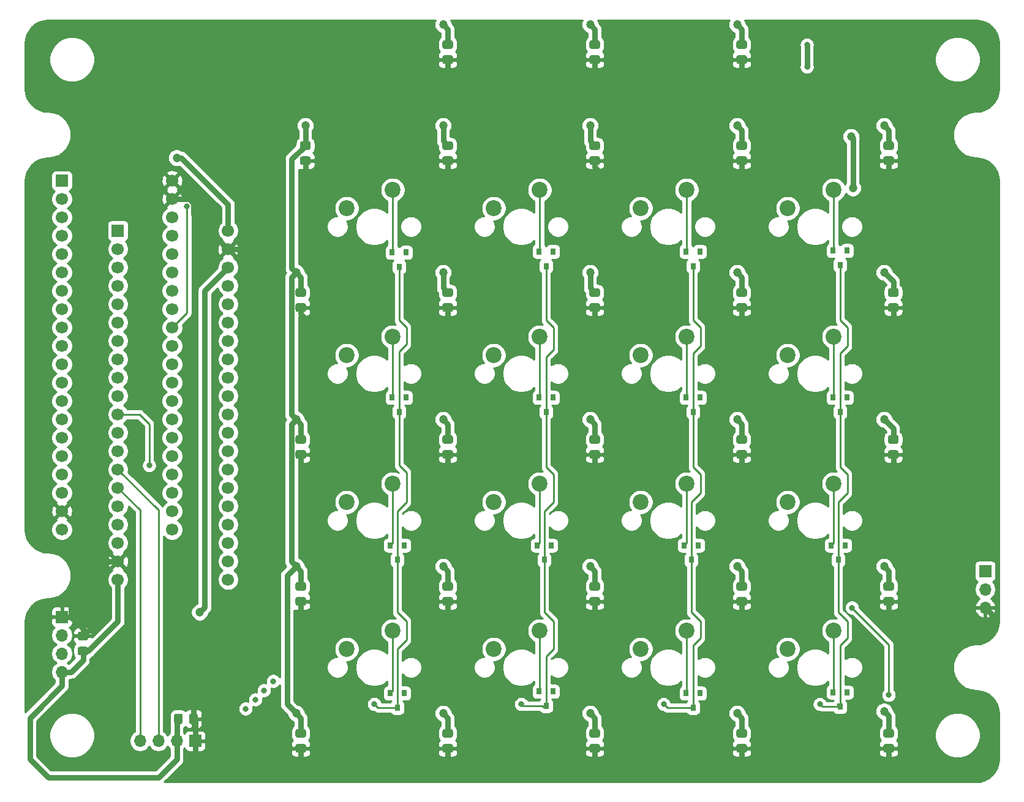
<source format=gbr>
%TF.GenerationSoftware,KiCad,Pcbnew,(5.1.9)-1*%
%TF.CreationDate,2021-04-29T15:18:09+10:00*%
%TF.ProjectId,MiniKeyboard,4d696e69-4b65-4796-926f-6172642e6b69,rev?*%
%TF.SameCoordinates,Original*%
%TF.FileFunction,Copper,L2,Bot*%
%TF.FilePolarity,Positive*%
%FSLAX46Y46*%
G04 Gerber Fmt 4.6, Leading zero omitted, Abs format (unit mm)*
G04 Created by KiCad (PCBNEW (5.1.9)-1) date 2021-04-29 15:18:09*
%MOMM*%
%LPD*%
G01*
G04 APERTURE LIST*
%TA.AperFunction,SMDPad,CuDef*%
%ADD10R,0.800000X0.900000*%
%TD*%
%TA.AperFunction,ComponentPad*%
%ADD11R,1.700000X1.700000*%
%TD*%
%TA.AperFunction,ComponentPad*%
%ADD12C,1.700000*%
%TD*%
%TA.AperFunction,ComponentPad*%
%ADD13C,2.200000*%
%TD*%
%TA.AperFunction,ComponentPad*%
%ADD14O,1.700000X1.700000*%
%TD*%
%TA.AperFunction,ViaPad*%
%ADD15C,1.200000*%
%TD*%
%TA.AperFunction,ViaPad*%
%ADD16C,0.800000*%
%TD*%
%TA.AperFunction,Conductor*%
%ADD17C,0.750000*%
%TD*%
%TA.AperFunction,Conductor*%
%ADD18C,0.250000*%
%TD*%
%TA.AperFunction,Conductor*%
%ADD19C,0.254000*%
%TD*%
%TA.AperFunction,Conductor*%
%ADD20C,0.100000*%
%TD*%
G04 APERTURE END LIST*
D10*
%TO.P,D44,1*%
%TO.N,/Col3*%
X203454000Y-141335000D03*
%TO.P,D44,*%
%TO.N,*%
X204404000Y-139335000D03*
%TO.P,D44,2*%
%TO.N,Net-(D44-Pad2)*%
X202504000Y-139335000D03*
%TD*%
%TO.P,D43,1*%
%TO.N,/Col2*%
X183134000Y-141462000D03*
%TO.P,D43,*%
%TO.N,*%
X184084000Y-139462000D03*
%TO.P,D43,2*%
%TO.N,Net-(D43-Pad2)*%
X182184000Y-139462000D03*
%TD*%
%TO.P,D42,1*%
%TO.N,/Col1*%
X162814000Y-141208000D03*
%TO.P,D42,*%
%TO.N,*%
X163764000Y-139208000D03*
%TO.P,D42,2*%
%TO.N,Net-(D42-Pad2)*%
X161864000Y-139208000D03*
%TD*%
%TO.P,D41,1*%
%TO.N,/Col0*%
X142240000Y-141462000D03*
%TO.P,D41,*%
%TO.N,*%
X143190000Y-139462000D03*
%TO.P,D41,2*%
%TO.N,Net-(D41-Pad2)*%
X141290000Y-139462000D03*
%TD*%
%TO.P,D35,1*%
%TO.N,/Col3*%
X203200000Y-121015000D03*
%TO.P,D35,*%
%TO.N,*%
X204150000Y-119015000D03*
%TO.P,D35,2*%
%TO.N,Net-(D35-Pad2)*%
X202250000Y-119015000D03*
%TD*%
%TO.P,D34,1*%
%TO.N,/Col2*%
X182880000Y-121015000D03*
%TO.P,D34,*%
%TO.N,*%
X183830000Y-119015000D03*
%TO.P,D34,2*%
%TO.N,Net-(D34-Pad2)*%
X181930000Y-119015000D03*
%TD*%
%TO.P,D33,1*%
%TO.N,/Col1*%
X162560000Y-121015000D03*
%TO.P,D33,*%
%TO.N,*%
X163510000Y-119015000D03*
%TO.P,D33,2*%
%TO.N,Net-(D33-Pad2)*%
X161610000Y-119015000D03*
%TD*%
%TO.P,D32,1*%
%TO.N,/Col0*%
X142240000Y-121015000D03*
%TO.P,D32,*%
%TO.N,*%
X143190000Y-119015000D03*
%TO.P,D32,2*%
%TO.N,Net-(D32-Pad2)*%
X141290000Y-119015000D03*
%TD*%
%TO.P,D26,1*%
%TO.N,/Col3*%
X203454000Y-100568000D03*
%TO.P,D26,*%
%TO.N,*%
X204404000Y-98568000D03*
%TO.P,D26,2*%
%TO.N,Net-(D26-Pad2)*%
X202504000Y-98568000D03*
%TD*%
%TO.P,D25,1*%
%TO.N,/Col2*%
X183134000Y-100568000D03*
%TO.P,D25,*%
%TO.N,*%
X184084000Y-98568000D03*
%TO.P,D25,2*%
%TO.N,Net-(D25-Pad2)*%
X182184000Y-98568000D03*
%TD*%
%TO.P,D24,1*%
%TO.N,/Col1*%
X162814000Y-100568000D03*
%TO.P,D24,*%
%TO.N,*%
X163764000Y-98568000D03*
%TO.P,D24,2*%
%TO.N,Net-(D24-Pad2)*%
X161864000Y-98568000D03*
%TD*%
%TO.P,D23,1*%
%TO.N,/Col0*%
X142494000Y-100568000D03*
%TO.P,D23,*%
%TO.N,*%
X143444000Y-98568000D03*
%TO.P,D23,2*%
%TO.N,Net-(D23-Pad2)*%
X141544000Y-98568000D03*
%TD*%
%TO.P,D22,1*%
%TO.N,/Col3*%
X203454000Y-80248000D03*
%TO.P,D22,*%
%TO.N,*%
X204404000Y-78248000D03*
%TO.P,D22,2*%
%TO.N,Net-(D22-Pad2)*%
X202504000Y-78248000D03*
%TD*%
%TO.P,D21,1*%
%TO.N,/Col2*%
X183134000Y-80384000D03*
%TO.P,D21,*%
%TO.N,*%
X184084000Y-78384000D03*
%TO.P,D21,2*%
%TO.N,Net-(D21-Pad2)*%
X182184000Y-78384000D03*
%TD*%
%TO.P,D20,1*%
%TO.N,/Col1*%
X162814000Y-80384000D03*
%TO.P,D20,*%
%TO.N,*%
X163764000Y-78384000D03*
%TO.P,D20,2*%
%TO.N,Net-(D20-Pad2)*%
X161864000Y-78384000D03*
%TD*%
%TO.P,D19,1*%
%TO.N,/Col0*%
X142494000Y-80502000D03*
%TO.P,D19,*%
%TO.N,*%
X143444000Y-78502000D03*
%TO.P,D19,2*%
%TO.N,Net-(D19-Pad2)*%
X141544000Y-78502000D03*
%TD*%
D11*
%TO.P,U2,1*%
%TO.N,/Row0*%
X103625000Y-75485000D03*
D12*
%TO.P,U2,4*%
%TO.N,/Row3*%
X103625000Y-83105000D03*
%TO.P,U2,3*%
%TO.N,/Row2*%
X103625000Y-80565000D03*
%TO.P,U2,38*%
%TO.N,+3V3*%
X118865000Y-80565000D03*
%TO.P,U2,36*%
%TO.N,Net-(U2-Pad36)*%
X118865000Y-85645000D03*
%TO.P,U2,5*%
%TO.N,Net-(U2-Pad5)*%
X103625000Y-85645000D03*
%TO.P,U2,6*%
%TO.N,Net-(U2-Pad6)*%
X103625000Y-88185000D03*
%TO.P,U2,34*%
%TO.N,Net-(U2-Pad34)*%
X118865000Y-90725000D03*
%TO.P,U2,33*%
%TO.N,/LEDs*%
X118865000Y-93265000D03*
%TO.P,U2,40*%
%TO.N,+5V*%
X118865000Y-75485000D03*
%TO.P,U2,8*%
%TO.N,Net-(U2-Pad8)*%
X103625000Y-93265000D03*
%TO.P,U2,37*%
%TO.N,N/C*%
X118865000Y-83105000D03*
%TO.P,U2,39*%
%TO.N,GND*%
X118865000Y-78025000D03*
%TO.P,U2,32*%
%TO.N,Net-(U2-Pad32)*%
X118865000Y-95805000D03*
%TO.P,U2,9*%
%TO.N,Net-(U2-Pad9)*%
X103625000Y-95805000D03*
%TO.P,U2,35*%
%TO.N,Net-(U2-Pad35)*%
X118865000Y-88185000D03*
%TO.P,U2,31*%
%TO.N,Net-(U2-Pad31)*%
X118865000Y-98345000D03*
%TO.P,U2,10*%
%TO.N,/TX*%
X103625000Y-98345000D03*
%TO.P,U2,7*%
%TO.N,Net-(U2-Pad7)*%
X103625000Y-90725000D03*
%TO.P,U2,2*%
%TO.N,/Row1*%
X103625000Y-78025000D03*
%TO.P,U2,30*%
%TO.N,Net-(U2-Pad30)*%
X118865000Y-100885000D03*
%TO.P,U2,12*%
%TO.N,Net-(U2-Pad12)*%
X103625000Y-103425000D03*
%TO.P,U2,23*%
%TO.N,Net-(U2-Pad23)*%
X118865000Y-118665000D03*
%TO.P,U2,22*%
%TO.N,Net-(U2-Pad22)*%
X118865000Y-121205000D03*
%TO.P,U2,20*%
%TO.N,+3V3*%
X103625000Y-123745000D03*
%TO.P,U2,25*%
%TO.N,Net-(U2-Pad25)*%
X118865000Y-113585000D03*
%TO.P,U2,21*%
%TO.N,Net-(U2-Pad21)*%
X118865000Y-123745000D03*
%TO.P,U2,24*%
%TO.N,Net-(U2-Pad24)*%
X118865000Y-116125000D03*
%TO.P,U2,13*%
%TO.N,Net-(U2-Pad13)*%
X103625000Y-105965000D03*
%TO.P,U2,14*%
%TO.N,/SCL*%
X103625000Y-108505000D03*
%TO.P,U2,27*%
%TO.N,/Col1*%
X118865000Y-108505000D03*
%TO.P,U2,29*%
%TO.N,/Col3*%
X118865000Y-103425000D03*
%TO.P,U2,28*%
%TO.N,/Col2*%
X118865000Y-105965000D03*
%TO.P,U2,15*%
%TO.N,/SDA*%
X103625000Y-111045000D03*
%TO.P,U2,19*%
%TO.N,GND*%
X103625000Y-121205000D03*
%TO.P,U2,11*%
%TO.N,/RX*%
X103625000Y-100885000D03*
%TO.P,U2,17*%
%TO.N,Net-(U2-Pad17)*%
X103625000Y-116125000D03*
%TO.P,U2,26*%
%TO.N,/Col0*%
X118865000Y-111045000D03*
%TO.P,U2,16*%
%TO.N,Net-(U2-Pad16)*%
X103625000Y-113585000D03*
%TO.P,U2,18*%
%TO.N,+5V*%
X103625000Y-118665000D03*
%TD*%
%TO.P,U1,20*%
%TO.N,+3V3*%
X95885000Y-116840000D03*
%TO.P,U1,21*%
%TO.N,Net-(U1-Pad21)*%
X111125000Y-116840000D03*
%TO.P,U1,19*%
%TO.N,GND*%
X95885000Y-114300000D03*
%TO.P,U1,22*%
%TO.N,Net-(U1-Pad22)*%
X111125000Y-114300000D03*
%TO.P,U1,18*%
%TO.N,+5V*%
X95885000Y-111760000D03*
%TO.P,U1,23*%
%TO.N,Net-(U1-Pad23)*%
X111125000Y-111760000D03*
%TO.P,U1,17*%
%TO.N,Net-(U1-Pad17)*%
X95885000Y-109220000D03*
%TO.P,U1,24*%
%TO.N,Net-(U1-Pad24)*%
X111125000Y-109220000D03*
%TO.P,U1,16*%
%TO.N,Net-(U1-Pad16)*%
X95885000Y-106680000D03*
%TO.P,U1,25*%
%TO.N,/Col0*%
X111125000Y-106680000D03*
%TO.P,U1,15*%
%TO.N,/SDA*%
X95885000Y-104140000D03*
%TO.P,U1,26*%
%TO.N,/Col1*%
X111125000Y-104140000D03*
%TO.P,U1,14*%
%TO.N,/SCL*%
X95885000Y-101600000D03*
%TO.P,U1,27*%
%TO.N,/Col2*%
X111125000Y-101600000D03*
%TO.P,U1,13*%
%TO.N,Net-(U1-Pad13)*%
X95885000Y-99060000D03*
%TO.P,U1,28*%
%TO.N,/Col3*%
X111125000Y-99060000D03*
%TO.P,U1,12*%
%TO.N,Net-(U1-Pad12)*%
X95885000Y-96520000D03*
%TO.P,U1,29*%
%TO.N,Net-(U1-Pad29)*%
X111125000Y-96520000D03*
%TO.P,U1,11*%
%TO.N,Net-(U1-Pad11)*%
X95885000Y-93980000D03*
%TO.P,U1,30*%
%TO.N,Net-(U1-Pad30)*%
X111125000Y-93980000D03*
%TO.P,U1,10*%
%TO.N,Net-(U1-Pad10)*%
X95885000Y-91440000D03*
%TO.P,U1,31*%
%TO.N,Net-(U1-Pad31)*%
X111125000Y-91440000D03*
%TO.P,U1,9*%
%TO.N,Net-(U1-Pad9)*%
X95885000Y-88900000D03*
%TO.P,U1,32*%
%TO.N,/LEDs*%
X111125000Y-88900000D03*
%TO.P,U1,8*%
%TO.N,Net-(U1-Pad8)*%
X95885000Y-86360000D03*
%TO.P,U1,33*%
%TO.N,Net-(U1-Pad33)*%
X111125000Y-86360000D03*
%TO.P,U1,7*%
%TO.N,/RX*%
X95885000Y-83820000D03*
%TO.P,U1,34*%
%TO.N,Net-(U1-Pad34)*%
X111125000Y-83820000D03*
%TO.P,U1,6*%
%TO.N,/TX*%
X95885000Y-81280000D03*
%TO.P,U1,35*%
%TO.N,Net-(U1-Pad35)*%
X111125000Y-81280000D03*
%TO.P,U1,5*%
%TO.N,Net-(U1-Pad5)*%
X95885000Y-78740000D03*
%TO.P,U1,36*%
%TO.N,Net-(U1-Pad36)*%
X111125000Y-78740000D03*
%TO.P,U1,4*%
%TO.N,/Row3*%
X95885000Y-76200000D03*
%TO.P,U1,37*%
%TO.N,Net-(U1-Pad37)*%
X111125000Y-76200000D03*
%TO.P,U1,3*%
%TO.N,/Row2*%
X95885000Y-73660000D03*
%TO.P,U1,38*%
%TO.N,+3V3*%
X111125000Y-73660000D03*
%TO.P,U1,2*%
%TO.N,/Row1*%
X95885000Y-71120000D03*
%TO.P,U1,39*%
%TO.N,GND*%
X111125000Y-71120000D03*
D11*
%TO.P,U1,1*%
%TO.N,/Row0*%
X95885000Y-68580000D03*
D12*
%TO.P,U1,40*%
%TO.N,GND*%
X111125000Y-68580000D03*
%TD*%
D13*
%TO.P,SW16,2*%
%TO.N,/Row3*%
X196215000Y-133350000D03*
%TO.P,SW16,1*%
%TO.N,Net-(D44-Pad2)*%
X202565000Y-130810000D03*
%TD*%
%TO.P,SW15,2*%
%TO.N,/Row3*%
X175895000Y-133350000D03*
%TO.P,SW15,1*%
%TO.N,Net-(D43-Pad2)*%
X182245000Y-130810000D03*
%TD*%
%TO.P,SW14,2*%
%TO.N,/Row3*%
X155575000Y-133350000D03*
%TO.P,SW14,1*%
%TO.N,Net-(D42-Pad2)*%
X161925000Y-130810000D03*
%TD*%
%TO.P,SW13,2*%
%TO.N,/Row3*%
X135255000Y-133350000D03*
%TO.P,SW13,1*%
%TO.N,Net-(D41-Pad2)*%
X141605000Y-130810000D03*
%TD*%
%TO.P,SW12,2*%
%TO.N,/Row2*%
X196215000Y-113030000D03*
%TO.P,SW12,1*%
%TO.N,Net-(D35-Pad2)*%
X202565000Y-110490000D03*
%TD*%
%TO.P,SW11,2*%
%TO.N,/Row2*%
X175895000Y-113030000D03*
%TO.P,SW11,1*%
%TO.N,Net-(D34-Pad2)*%
X182245000Y-110490000D03*
%TD*%
%TO.P,SW10,2*%
%TO.N,/Row2*%
X155575000Y-113030000D03*
%TO.P,SW10,1*%
%TO.N,Net-(D33-Pad2)*%
X161925000Y-110490000D03*
%TD*%
%TO.P,SW9,2*%
%TO.N,/Row2*%
X135255000Y-113030000D03*
%TO.P,SW9,1*%
%TO.N,Net-(D32-Pad2)*%
X141605000Y-110490000D03*
%TD*%
%TO.P,SW8,2*%
%TO.N,/Row1*%
X196215000Y-92710000D03*
%TO.P,SW8,1*%
%TO.N,Net-(D26-Pad2)*%
X202565000Y-90170000D03*
%TD*%
%TO.P,SW7,2*%
%TO.N,/Row1*%
X175895000Y-92710000D03*
%TO.P,SW7,1*%
%TO.N,Net-(D25-Pad2)*%
X182245000Y-90170000D03*
%TD*%
%TO.P,SW6,2*%
%TO.N,/Row1*%
X155575000Y-92710000D03*
%TO.P,SW6,1*%
%TO.N,Net-(D24-Pad2)*%
X161925000Y-90170000D03*
%TD*%
%TO.P,SW5,2*%
%TO.N,/Row1*%
X135255000Y-92710000D03*
%TO.P,SW5,1*%
%TO.N,Net-(D23-Pad2)*%
X141605000Y-90170000D03*
%TD*%
%TO.P,SW4,2*%
%TO.N,/Row0*%
X196215000Y-72390000D03*
%TO.P,SW4,1*%
%TO.N,Net-(D22-Pad2)*%
X202565000Y-69850000D03*
%TD*%
%TO.P,SW3,2*%
%TO.N,/Row0*%
X175895000Y-72390000D03*
%TO.P,SW3,1*%
%TO.N,Net-(D21-Pad2)*%
X182245000Y-69850000D03*
%TD*%
%TO.P,SW2,2*%
%TO.N,/Row0*%
X155575000Y-72390000D03*
%TO.P,SW2,1*%
%TO.N,Net-(D20-Pad2)*%
X161925000Y-69850000D03*
%TD*%
%TO.P,SW1,2*%
%TO.N,/Row0*%
X135255000Y-72390000D03*
%TO.P,SW1,1*%
%TO.N,Net-(D19-Pad2)*%
X141605000Y-69850000D03*
%TD*%
D14*
%TO.P,J3,3*%
%TO.N,GND*%
X223520000Y-127635000D03*
%TO.P,J3,2*%
%TO.N,Net-(D40-Pad2)*%
X223520000Y-125095000D03*
D11*
%TO.P,J3,1*%
%TO.N,+5V*%
X223520000Y-122555000D03*
%TD*%
D14*
%TO.P,J2,4*%
%TO.N,+3V3*%
X95885000Y-136525000D03*
%TO.P,J2,3*%
%TO.N,/RX*%
X95885000Y-133985000D03*
%TO.P,J2,2*%
%TO.N,/TX*%
X95885000Y-131445000D03*
D11*
%TO.P,J2,1*%
%TO.N,GND*%
X95885000Y-128905000D03*
%TD*%
D14*
%TO.P,J1,4*%
%TO.N,/SDA*%
X106680000Y-146050000D03*
%TO.P,J1,3*%
%TO.N,/SCL*%
X109220000Y-146050000D03*
%TO.P,J1,2*%
%TO.N,+3V3*%
X111760000Y-146050000D03*
D11*
%TO.P,J1,1*%
%TO.N,GND*%
X114300000Y-146050000D03*
%TD*%
%TO.P,C30,2*%
%TO.N,GND*%
%TA.AperFunction,SMDPad,CuDef*%
G36*
G01*
X99281000Y-132138000D02*
X98331000Y-132138000D01*
G75*
G02*
X98081000Y-131888000I0J250000D01*
G01*
X98081000Y-131213000D01*
G75*
G02*
X98331000Y-130963000I250000J0D01*
G01*
X99281000Y-130963000D01*
G75*
G02*
X99531000Y-131213000I0J-250000D01*
G01*
X99531000Y-131888000D01*
G75*
G02*
X99281000Y-132138000I-250000J0D01*
G01*
G37*
%TD.AperFunction*%
%TO.P,C30,1*%
%TO.N,+3V3*%
%TA.AperFunction,SMDPad,CuDef*%
G36*
G01*
X99281000Y-134213000D02*
X98331000Y-134213000D01*
G75*
G02*
X98081000Y-133963000I0J250000D01*
G01*
X98081000Y-133288000D01*
G75*
G02*
X98331000Y-133038000I250000J0D01*
G01*
X99281000Y-133038000D01*
G75*
G02*
X99531000Y-133288000I0J-250000D01*
G01*
X99531000Y-133963000D01*
G75*
G02*
X99281000Y-134213000I-250000J0D01*
G01*
G37*
%TD.AperFunction*%
%TD*%
%TO.P,C29,2*%
%TO.N,GND*%
%TA.AperFunction,SMDPad,CuDef*%
G36*
G01*
X113480000Y-143477000D02*
X113480000Y-142527000D01*
G75*
G02*
X113730000Y-142277000I250000J0D01*
G01*
X114405000Y-142277000D01*
G75*
G02*
X114655000Y-142527000I0J-250000D01*
G01*
X114655000Y-143477000D01*
G75*
G02*
X114405000Y-143727000I-250000J0D01*
G01*
X113730000Y-143727000D01*
G75*
G02*
X113480000Y-143477000I0J250000D01*
G01*
G37*
%TD.AperFunction*%
%TO.P,C29,1*%
%TO.N,+3V3*%
%TA.AperFunction,SMDPad,CuDef*%
G36*
G01*
X111405000Y-143477000D02*
X111405000Y-142527000D01*
G75*
G02*
X111655000Y-142277000I250000J0D01*
G01*
X112330000Y-142277000D01*
G75*
G02*
X112580000Y-142527000I0J-250000D01*
G01*
X112580000Y-143477000D01*
G75*
G02*
X112330000Y-143727000I-250000J0D01*
G01*
X111655000Y-143727000D01*
G75*
G02*
X111405000Y-143477000I0J250000D01*
G01*
G37*
%TD.AperFunction*%
%TD*%
%TO.P,C28,2*%
%TO.N,GND*%
%TA.AperFunction,SMDPad,CuDef*%
G36*
G01*
X209710000Y-146500000D02*
X210660000Y-146500000D01*
G75*
G02*
X210910000Y-146750000I0J-250000D01*
G01*
X210910000Y-147425000D01*
G75*
G02*
X210660000Y-147675000I-250000J0D01*
G01*
X209710000Y-147675000D01*
G75*
G02*
X209460000Y-147425000I0J250000D01*
G01*
X209460000Y-146750000D01*
G75*
G02*
X209710000Y-146500000I250000J0D01*
G01*
G37*
%TD.AperFunction*%
%TO.P,C28,1*%
%TO.N,+5V*%
%TA.AperFunction,SMDPad,CuDef*%
G36*
G01*
X209710000Y-144425000D02*
X210660000Y-144425000D01*
G75*
G02*
X210910000Y-144675000I0J-250000D01*
G01*
X210910000Y-145350000D01*
G75*
G02*
X210660000Y-145600000I-250000J0D01*
G01*
X209710000Y-145600000D01*
G75*
G02*
X209460000Y-145350000I0J250000D01*
G01*
X209460000Y-144675000D01*
G75*
G02*
X209710000Y-144425000I250000J0D01*
G01*
G37*
%TD.AperFunction*%
%TD*%
%TO.P,C27,2*%
%TO.N,GND*%
%TA.AperFunction,SMDPad,CuDef*%
G36*
G01*
X189390000Y-146500000D02*
X190340000Y-146500000D01*
G75*
G02*
X190590000Y-146750000I0J-250000D01*
G01*
X190590000Y-147425000D01*
G75*
G02*
X190340000Y-147675000I-250000J0D01*
G01*
X189390000Y-147675000D01*
G75*
G02*
X189140000Y-147425000I0J250000D01*
G01*
X189140000Y-146750000D01*
G75*
G02*
X189390000Y-146500000I250000J0D01*
G01*
G37*
%TD.AperFunction*%
%TO.P,C27,1*%
%TO.N,+5V*%
%TA.AperFunction,SMDPad,CuDef*%
G36*
G01*
X189390000Y-144425000D02*
X190340000Y-144425000D01*
G75*
G02*
X190590000Y-144675000I0J-250000D01*
G01*
X190590000Y-145350000D01*
G75*
G02*
X190340000Y-145600000I-250000J0D01*
G01*
X189390000Y-145600000D01*
G75*
G02*
X189140000Y-145350000I0J250000D01*
G01*
X189140000Y-144675000D01*
G75*
G02*
X189390000Y-144425000I250000J0D01*
G01*
G37*
%TD.AperFunction*%
%TD*%
%TO.P,C26,2*%
%TO.N,GND*%
%TA.AperFunction,SMDPad,CuDef*%
G36*
G01*
X169070000Y-146500000D02*
X170020000Y-146500000D01*
G75*
G02*
X170270000Y-146750000I0J-250000D01*
G01*
X170270000Y-147425000D01*
G75*
G02*
X170020000Y-147675000I-250000J0D01*
G01*
X169070000Y-147675000D01*
G75*
G02*
X168820000Y-147425000I0J250000D01*
G01*
X168820000Y-146750000D01*
G75*
G02*
X169070000Y-146500000I250000J0D01*
G01*
G37*
%TD.AperFunction*%
%TO.P,C26,1*%
%TO.N,+5V*%
%TA.AperFunction,SMDPad,CuDef*%
G36*
G01*
X169070000Y-144425000D02*
X170020000Y-144425000D01*
G75*
G02*
X170270000Y-144675000I0J-250000D01*
G01*
X170270000Y-145350000D01*
G75*
G02*
X170020000Y-145600000I-250000J0D01*
G01*
X169070000Y-145600000D01*
G75*
G02*
X168820000Y-145350000I0J250000D01*
G01*
X168820000Y-144675000D01*
G75*
G02*
X169070000Y-144425000I250000J0D01*
G01*
G37*
%TD.AperFunction*%
%TD*%
%TO.P,C25,2*%
%TO.N,GND*%
%TA.AperFunction,SMDPad,CuDef*%
G36*
G01*
X148750000Y-146500000D02*
X149700000Y-146500000D01*
G75*
G02*
X149950000Y-146750000I0J-250000D01*
G01*
X149950000Y-147425000D01*
G75*
G02*
X149700000Y-147675000I-250000J0D01*
G01*
X148750000Y-147675000D01*
G75*
G02*
X148500000Y-147425000I0J250000D01*
G01*
X148500000Y-146750000D01*
G75*
G02*
X148750000Y-146500000I250000J0D01*
G01*
G37*
%TD.AperFunction*%
%TO.P,C25,1*%
%TO.N,+5V*%
%TA.AperFunction,SMDPad,CuDef*%
G36*
G01*
X148750000Y-144425000D02*
X149700000Y-144425000D01*
G75*
G02*
X149950000Y-144675000I0J-250000D01*
G01*
X149950000Y-145350000D01*
G75*
G02*
X149700000Y-145600000I-250000J0D01*
G01*
X148750000Y-145600000D01*
G75*
G02*
X148500000Y-145350000I0J250000D01*
G01*
X148500000Y-144675000D01*
G75*
G02*
X148750000Y-144425000I250000J0D01*
G01*
G37*
%TD.AperFunction*%
%TD*%
%TO.P,C24,2*%
%TO.N,GND*%
%TA.AperFunction,SMDPad,CuDef*%
G36*
G01*
X128430000Y-146500000D02*
X129380000Y-146500000D01*
G75*
G02*
X129630000Y-146750000I0J-250000D01*
G01*
X129630000Y-147425000D01*
G75*
G02*
X129380000Y-147675000I-250000J0D01*
G01*
X128430000Y-147675000D01*
G75*
G02*
X128180000Y-147425000I0J250000D01*
G01*
X128180000Y-146750000D01*
G75*
G02*
X128430000Y-146500000I250000J0D01*
G01*
G37*
%TD.AperFunction*%
%TO.P,C24,1*%
%TO.N,+5V*%
%TA.AperFunction,SMDPad,CuDef*%
G36*
G01*
X128430000Y-144425000D02*
X129380000Y-144425000D01*
G75*
G02*
X129630000Y-144675000I0J-250000D01*
G01*
X129630000Y-145350000D01*
G75*
G02*
X129380000Y-145600000I-250000J0D01*
G01*
X128430000Y-145600000D01*
G75*
G02*
X128180000Y-145350000I0J250000D01*
G01*
X128180000Y-144675000D01*
G75*
G02*
X128430000Y-144425000I250000J0D01*
G01*
G37*
%TD.AperFunction*%
%TD*%
%TO.P,C23,2*%
%TO.N,GND*%
%TA.AperFunction,SMDPad,CuDef*%
G36*
G01*
X209710000Y-126180000D02*
X210660000Y-126180000D01*
G75*
G02*
X210910000Y-126430000I0J-250000D01*
G01*
X210910000Y-127105000D01*
G75*
G02*
X210660000Y-127355000I-250000J0D01*
G01*
X209710000Y-127355000D01*
G75*
G02*
X209460000Y-127105000I0J250000D01*
G01*
X209460000Y-126430000D01*
G75*
G02*
X209710000Y-126180000I250000J0D01*
G01*
G37*
%TD.AperFunction*%
%TO.P,C23,1*%
%TO.N,+5V*%
%TA.AperFunction,SMDPad,CuDef*%
G36*
G01*
X209710000Y-124105000D02*
X210660000Y-124105000D01*
G75*
G02*
X210910000Y-124355000I0J-250000D01*
G01*
X210910000Y-125030000D01*
G75*
G02*
X210660000Y-125280000I-250000J0D01*
G01*
X209710000Y-125280000D01*
G75*
G02*
X209460000Y-125030000I0J250000D01*
G01*
X209460000Y-124355000D01*
G75*
G02*
X209710000Y-124105000I250000J0D01*
G01*
G37*
%TD.AperFunction*%
%TD*%
%TO.P,C22,2*%
%TO.N,GND*%
%TA.AperFunction,SMDPad,CuDef*%
G36*
G01*
X189390000Y-126180000D02*
X190340000Y-126180000D01*
G75*
G02*
X190590000Y-126430000I0J-250000D01*
G01*
X190590000Y-127105000D01*
G75*
G02*
X190340000Y-127355000I-250000J0D01*
G01*
X189390000Y-127355000D01*
G75*
G02*
X189140000Y-127105000I0J250000D01*
G01*
X189140000Y-126430000D01*
G75*
G02*
X189390000Y-126180000I250000J0D01*
G01*
G37*
%TD.AperFunction*%
%TO.P,C22,1*%
%TO.N,+5V*%
%TA.AperFunction,SMDPad,CuDef*%
G36*
G01*
X189390000Y-124105000D02*
X190340000Y-124105000D01*
G75*
G02*
X190590000Y-124355000I0J-250000D01*
G01*
X190590000Y-125030000D01*
G75*
G02*
X190340000Y-125280000I-250000J0D01*
G01*
X189390000Y-125280000D01*
G75*
G02*
X189140000Y-125030000I0J250000D01*
G01*
X189140000Y-124355000D01*
G75*
G02*
X189390000Y-124105000I250000J0D01*
G01*
G37*
%TD.AperFunction*%
%TD*%
%TO.P,C21,2*%
%TO.N,GND*%
%TA.AperFunction,SMDPad,CuDef*%
G36*
G01*
X169070000Y-126180000D02*
X170020000Y-126180000D01*
G75*
G02*
X170270000Y-126430000I0J-250000D01*
G01*
X170270000Y-127105000D01*
G75*
G02*
X170020000Y-127355000I-250000J0D01*
G01*
X169070000Y-127355000D01*
G75*
G02*
X168820000Y-127105000I0J250000D01*
G01*
X168820000Y-126430000D01*
G75*
G02*
X169070000Y-126180000I250000J0D01*
G01*
G37*
%TD.AperFunction*%
%TO.P,C21,1*%
%TO.N,+5V*%
%TA.AperFunction,SMDPad,CuDef*%
G36*
G01*
X169070000Y-124105000D02*
X170020000Y-124105000D01*
G75*
G02*
X170270000Y-124355000I0J-250000D01*
G01*
X170270000Y-125030000D01*
G75*
G02*
X170020000Y-125280000I-250000J0D01*
G01*
X169070000Y-125280000D01*
G75*
G02*
X168820000Y-125030000I0J250000D01*
G01*
X168820000Y-124355000D01*
G75*
G02*
X169070000Y-124105000I250000J0D01*
G01*
G37*
%TD.AperFunction*%
%TD*%
%TO.P,C20,2*%
%TO.N,GND*%
%TA.AperFunction,SMDPad,CuDef*%
G36*
G01*
X148750000Y-126180000D02*
X149700000Y-126180000D01*
G75*
G02*
X149950000Y-126430000I0J-250000D01*
G01*
X149950000Y-127105000D01*
G75*
G02*
X149700000Y-127355000I-250000J0D01*
G01*
X148750000Y-127355000D01*
G75*
G02*
X148500000Y-127105000I0J250000D01*
G01*
X148500000Y-126430000D01*
G75*
G02*
X148750000Y-126180000I250000J0D01*
G01*
G37*
%TD.AperFunction*%
%TO.P,C20,1*%
%TO.N,+5V*%
%TA.AperFunction,SMDPad,CuDef*%
G36*
G01*
X148750000Y-124105000D02*
X149700000Y-124105000D01*
G75*
G02*
X149950000Y-124355000I0J-250000D01*
G01*
X149950000Y-125030000D01*
G75*
G02*
X149700000Y-125280000I-250000J0D01*
G01*
X148750000Y-125280000D01*
G75*
G02*
X148500000Y-125030000I0J250000D01*
G01*
X148500000Y-124355000D01*
G75*
G02*
X148750000Y-124105000I250000J0D01*
G01*
G37*
%TD.AperFunction*%
%TD*%
%TO.P,C19,2*%
%TO.N,GND*%
%TA.AperFunction,SMDPad,CuDef*%
G36*
G01*
X128430000Y-126180000D02*
X129380000Y-126180000D01*
G75*
G02*
X129630000Y-126430000I0J-250000D01*
G01*
X129630000Y-127105000D01*
G75*
G02*
X129380000Y-127355000I-250000J0D01*
G01*
X128430000Y-127355000D01*
G75*
G02*
X128180000Y-127105000I0J250000D01*
G01*
X128180000Y-126430000D01*
G75*
G02*
X128430000Y-126180000I250000J0D01*
G01*
G37*
%TD.AperFunction*%
%TO.P,C19,1*%
%TO.N,+5V*%
%TA.AperFunction,SMDPad,CuDef*%
G36*
G01*
X128430000Y-124105000D02*
X129380000Y-124105000D01*
G75*
G02*
X129630000Y-124355000I0J-250000D01*
G01*
X129630000Y-125030000D01*
G75*
G02*
X129380000Y-125280000I-250000J0D01*
G01*
X128430000Y-125280000D01*
G75*
G02*
X128180000Y-125030000I0J250000D01*
G01*
X128180000Y-124355000D01*
G75*
G02*
X128430000Y-124105000I250000J0D01*
G01*
G37*
%TD.AperFunction*%
%TD*%
%TO.P,C18,2*%
%TO.N,GND*%
%TA.AperFunction,SMDPad,CuDef*%
G36*
G01*
X210345000Y-105860000D02*
X211295000Y-105860000D01*
G75*
G02*
X211545000Y-106110000I0J-250000D01*
G01*
X211545000Y-106785000D01*
G75*
G02*
X211295000Y-107035000I-250000J0D01*
G01*
X210345000Y-107035000D01*
G75*
G02*
X210095000Y-106785000I0J250000D01*
G01*
X210095000Y-106110000D01*
G75*
G02*
X210345000Y-105860000I250000J0D01*
G01*
G37*
%TD.AperFunction*%
%TO.P,C18,1*%
%TO.N,+5V*%
%TA.AperFunction,SMDPad,CuDef*%
G36*
G01*
X210345000Y-103785000D02*
X211295000Y-103785000D01*
G75*
G02*
X211545000Y-104035000I0J-250000D01*
G01*
X211545000Y-104710000D01*
G75*
G02*
X211295000Y-104960000I-250000J0D01*
G01*
X210345000Y-104960000D01*
G75*
G02*
X210095000Y-104710000I0J250000D01*
G01*
X210095000Y-104035000D01*
G75*
G02*
X210345000Y-103785000I250000J0D01*
G01*
G37*
%TD.AperFunction*%
%TD*%
%TO.P,C17,2*%
%TO.N,GND*%
%TA.AperFunction,SMDPad,CuDef*%
G36*
G01*
X189390000Y-105860000D02*
X190340000Y-105860000D01*
G75*
G02*
X190590000Y-106110000I0J-250000D01*
G01*
X190590000Y-106785000D01*
G75*
G02*
X190340000Y-107035000I-250000J0D01*
G01*
X189390000Y-107035000D01*
G75*
G02*
X189140000Y-106785000I0J250000D01*
G01*
X189140000Y-106110000D01*
G75*
G02*
X189390000Y-105860000I250000J0D01*
G01*
G37*
%TD.AperFunction*%
%TO.P,C17,1*%
%TO.N,+5V*%
%TA.AperFunction,SMDPad,CuDef*%
G36*
G01*
X189390000Y-103785000D02*
X190340000Y-103785000D01*
G75*
G02*
X190590000Y-104035000I0J-250000D01*
G01*
X190590000Y-104710000D01*
G75*
G02*
X190340000Y-104960000I-250000J0D01*
G01*
X189390000Y-104960000D01*
G75*
G02*
X189140000Y-104710000I0J250000D01*
G01*
X189140000Y-104035000D01*
G75*
G02*
X189390000Y-103785000I250000J0D01*
G01*
G37*
%TD.AperFunction*%
%TD*%
%TO.P,C16,2*%
%TO.N,GND*%
%TA.AperFunction,SMDPad,CuDef*%
G36*
G01*
X169070000Y-105860000D02*
X170020000Y-105860000D01*
G75*
G02*
X170270000Y-106110000I0J-250000D01*
G01*
X170270000Y-106785000D01*
G75*
G02*
X170020000Y-107035000I-250000J0D01*
G01*
X169070000Y-107035000D01*
G75*
G02*
X168820000Y-106785000I0J250000D01*
G01*
X168820000Y-106110000D01*
G75*
G02*
X169070000Y-105860000I250000J0D01*
G01*
G37*
%TD.AperFunction*%
%TO.P,C16,1*%
%TO.N,+5V*%
%TA.AperFunction,SMDPad,CuDef*%
G36*
G01*
X169070000Y-103785000D02*
X170020000Y-103785000D01*
G75*
G02*
X170270000Y-104035000I0J-250000D01*
G01*
X170270000Y-104710000D01*
G75*
G02*
X170020000Y-104960000I-250000J0D01*
G01*
X169070000Y-104960000D01*
G75*
G02*
X168820000Y-104710000I0J250000D01*
G01*
X168820000Y-104035000D01*
G75*
G02*
X169070000Y-103785000I250000J0D01*
G01*
G37*
%TD.AperFunction*%
%TD*%
%TO.P,C15,2*%
%TO.N,GND*%
%TA.AperFunction,SMDPad,CuDef*%
G36*
G01*
X148750000Y-105860000D02*
X149700000Y-105860000D01*
G75*
G02*
X149950000Y-106110000I0J-250000D01*
G01*
X149950000Y-106785000D01*
G75*
G02*
X149700000Y-107035000I-250000J0D01*
G01*
X148750000Y-107035000D01*
G75*
G02*
X148500000Y-106785000I0J250000D01*
G01*
X148500000Y-106110000D01*
G75*
G02*
X148750000Y-105860000I250000J0D01*
G01*
G37*
%TD.AperFunction*%
%TO.P,C15,1*%
%TO.N,+5V*%
%TA.AperFunction,SMDPad,CuDef*%
G36*
G01*
X148750000Y-103785000D02*
X149700000Y-103785000D01*
G75*
G02*
X149950000Y-104035000I0J-250000D01*
G01*
X149950000Y-104710000D01*
G75*
G02*
X149700000Y-104960000I-250000J0D01*
G01*
X148750000Y-104960000D01*
G75*
G02*
X148500000Y-104710000I0J250000D01*
G01*
X148500000Y-104035000D01*
G75*
G02*
X148750000Y-103785000I250000J0D01*
G01*
G37*
%TD.AperFunction*%
%TD*%
%TO.P,C14,2*%
%TO.N,GND*%
%TA.AperFunction,SMDPad,CuDef*%
G36*
G01*
X128430000Y-105860000D02*
X129380000Y-105860000D01*
G75*
G02*
X129630000Y-106110000I0J-250000D01*
G01*
X129630000Y-106785000D01*
G75*
G02*
X129380000Y-107035000I-250000J0D01*
G01*
X128430000Y-107035000D01*
G75*
G02*
X128180000Y-106785000I0J250000D01*
G01*
X128180000Y-106110000D01*
G75*
G02*
X128430000Y-105860000I250000J0D01*
G01*
G37*
%TD.AperFunction*%
%TO.P,C14,1*%
%TO.N,+5V*%
%TA.AperFunction,SMDPad,CuDef*%
G36*
G01*
X128430000Y-103785000D02*
X129380000Y-103785000D01*
G75*
G02*
X129630000Y-104035000I0J-250000D01*
G01*
X129630000Y-104710000D01*
G75*
G02*
X129380000Y-104960000I-250000J0D01*
G01*
X128430000Y-104960000D01*
G75*
G02*
X128180000Y-104710000I0J250000D01*
G01*
X128180000Y-104035000D01*
G75*
G02*
X128430000Y-103785000I250000J0D01*
G01*
G37*
%TD.AperFunction*%
%TD*%
%TO.P,C13,2*%
%TO.N,GND*%
%TA.AperFunction,SMDPad,CuDef*%
G36*
G01*
X210345000Y-85540000D02*
X211295000Y-85540000D01*
G75*
G02*
X211545000Y-85790000I0J-250000D01*
G01*
X211545000Y-86465000D01*
G75*
G02*
X211295000Y-86715000I-250000J0D01*
G01*
X210345000Y-86715000D01*
G75*
G02*
X210095000Y-86465000I0J250000D01*
G01*
X210095000Y-85790000D01*
G75*
G02*
X210345000Y-85540000I250000J0D01*
G01*
G37*
%TD.AperFunction*%
%TO.P,C13,1*%
%TO.N,+5V*%
%TA.AperFunction,SMDPad,CuDef*%
G36*
G01*
X210345000Y-83465000D02*
X211295000Y-83465000D01*
G75*
G02*
X211545000Y-83715000I0J-250000D01*
G01*
X211545000Y-84390000D01*
G75*
G02*
X211295000Y-84640000I-250000J0D01*
G01*
X210345000Y-84640000D01*
G75*
G02*
X210095000Y-84390000I0J250000D01*
G01*
X210095000Y-83715000D01*
G75*
G02*
X210345000Y-83465000I250000J0D01*
G01*
G37*
%TD.AperFunction*%
%TD*%
%TO.P,C12,2*%
%TO.N,GND*%
%TA.AperFunction,SMDPad,CuDef*%
G36*
G01*
X189390000Y-85540000D02*
X190340000Y-85540000D01*
G75*
G02*
X190590000Y-85790000I0J-250000D01*
G01*
X190590000Y-86465000D01*
G75*
G02*
X190340000Y-86715000I-250000J0D01*
G01*
X189390000Y-86715000D01*
G75*
G02*
X189140000Y-86465000I0J250000D01*
G01*
X189140000Y-85790000D01*
G75*
G02*
X189390000Y-85540000I250000J0D01*
G01*
G37*
%TD.AperFunction*%
%TO.P,C12,1*%
%TO.N,+5V*%
%TA.AperFunction,SMDPad,CuDef*%
G36*
G01*
X189390000Y-83465000D02*
X190340000Y-83465000D01*
G75*
G02*
X190590000Y-83715000I0J-250000D01*
G01*
X190590000Y-84390000D01*
G75*
G02*
X190340000Y-84640000I-250000J0D01*
G01*
X189390000Y-84640000D01*
G75*
G02*
X189140000Y-84390000I0J250000D01*
G01*
X189140000Y-83715000D01*
G75*
G02*
X189390000Y-83465000I250000J0D01*
G01*
G37*
%TD.AperFunction*%
%TD*%
%TO.P,C11,2*%
%TO.N,GND*%
%TA.AperFunction,SMDPad,CuDef*%
G36*
G01*
X169070000Y-85540000D02*
X170020000Y-85540000D01*
G75*
G02*
X170270000Y-85790000I0J-250000D01*
G01*
X170270000Y-86465000D01*
G75*
G02*
X170020000Y-86715000I-250000J0D01*
G01*
X169070000Y-86715000D01*
G75*
G02*
X168820000Y-86465000I0J250000D01*
G01*
X168820000Y-85790000D01*
G75*
G02*
X169070000Y-85540000I250000J0D01*
G01*
G37*
%TD.AperFunction*%
%TO.P,C11,1*%
%TO.N,+5V*%
%TA.AperFunction,SMDPad,CuDef*%
G36*
G01*
X169070000Y-83465000D02*
X170020000Y-83465000D01*
G75*
G02*
X170270000Y-83715000I0J-250000D01*
G01*
X170270000Y-84390000D01*
G75*
G02*
X170020000Y-84640000I-250000J0D01*
G01*
X169070000Y-84640000D01*
G75*
G02*
X168820000Y-84390000I0J250000D01*
G01*
X168820000Y-83715000D01*
G75*
G02*
X169070000Y-83465000I250000J0D01*
G01*
G37*
%TD.AperFunction*%
%TD*%
%TO.P,C10,2*%
%TO.N,GND*%
%TA.AperFunction,SMDPad,CuDef*%
G36*
G01*
X148750000Y-85540000D02*
X149700000Y-85540000D01*
G75*
G02*
X149950000Y-85790000I0J-250000D01*
G01*
X149950000Y-86465000D01*
G75*
G02*
X149700000Y-86715000I-250000J0D01*
G01*
X148750000Y-86715000D01*
G75*
G02*
X148500000Y-86465000I0J250000D01*
G01*
X148500000Y-85790000D01*
G75*
G02*
X148750000Y-85540000I250000J0D01*
G01*
G37*
%TD.AperFunction*%
%TO.P,C10,1*%
%TO.N,+5V*%
%TA.AperFunction,SMDPad,CuDef*%
G36*
G01*
X148750000Y-83465000D02*
X149700000Y-83465000D01*
G75*
G02*
X149950000Y-83715000I0J-250000D01*
G01*
X149950000Y-84390000D01*
G75*
G02*
X149700000Y-84640000I-250000J0D01*
G01*
X148750000Y-84640000D01*
G75*
G02*
X148500000Y-84390000I0J250000D01*
G01*
X148500000Y-83715000D01*
G75*
G02*
X148750000Y-83465000I250000J0D01*
G01*
G37*
%TD.AperFunction*%
%TD*%
%TO.P,C9,2*%
%TO.N,GND*%
%TA.AperFunction,SMDPad,CuDef*%
G36*
G01*
X128430000Y-85540000D02*
X129380000Y-85540000D01*
G75*
G02*
X129630000Y-85790000I0J-250000D01*
G01*
X129630000Y-86465000D01*
G75*
G02*
X129380000Y-86715000I-250000J0D01*
G01*
X128430000Y-86715000D01*
G75*
G02*
X128180000Y-86465000I0J250000D01*
G01*
X128180000Y-85790000D01*
G75*
G02*
X128430000Y-85540000I250000J0D01*
G01*
G37*
%TD.AperFunction*%
%TO.P,C9,1*%
%TO.N,+5V*%
%TA.AperFunction,SMDPad,CuDef*%
G36*
G01*
X128430000Y-83465000D02*
X129380000Y-83465000D01*
G75*
G02*
X129630000Y-83715000I0J-250000D01*
G01*
X129630000Y-84390000D01*
G75*
G02*
X129380000Y-84640000I-250000J0D01*
G01*
X128430000Y-84640000D01*
G75*
G02*
X128180000Y-84390000I0J250000D01*
G01*
X128180000Y-83715000D01*
G75*
G02*
X128430000Y-83465000I250000J0D01*
G01*
G37*
%TD.AperFunction*%
%TD*%
%TO.P,C8,2*%
%TO.N,GND*%
%TA.AperFunction,SMDPad,CuDef*%
G36*
G01*
X209710000Y-65220000D02*
X210660000Y-65220000D01*
G75*
G02*
X210910000Y-65470000I0J-250000D01*
G01*
X210910000Y-66145000D01*
G75*
G02*
X210660000Y-66395000I-250000J0D01*
G01*
X209710000Y-66395000D01*
G75*
G02*
X209460000Y-66145000I0J250000D01*
G01*
X209460000Y-65470000D01*
G75*
G02*
X209710000Y-65220000I250000J0D01*
G01*
G37*
%TD.AperFunction*%
%TO.P,C8,1*%
%TO.N,+5V*%
%TA.AperFunction,SMDPad,CuDef*%
G36*
G01*
X209710000Y-63145000D02*
X210660000Y-63145000D01*
G75*
G02*
X210910000Y-63395000I0J-250000D01*
G01*
X210910000Y-64070000D01*
G75*
G02*
X210660000Y-64320000I-250000J0D01*
G01*
X209710000Y-64320000D01*
G75*
G02*
X209460000Y-64070000I0J250000D01*
G01*
X209460000Y-63395000D01*
G75*
G02*
X209710000Y-63145000I250000J0D01*
G01*
G37*
%TD.AperFunction*%
%TD*%
%TO.P,C7,2*%
%TO.N,GND*%
%TA.AperFunction,SMDPad,CuDef*%
G36*
G01*
X189390000Y-65220000D02*
X190340000Y-65220000D01*
G75*
G02*
X190590000Y-65470000I0J-250000D01*
G01*
X190590000Y-66145000D01*
G75*
G02*
X190340000Y-66395000I-250000J0D01*
G01*
X189390000Y-66395000D01*
G75*
G02*
X189140000Y-66145000I0J250000D01*
G01*
X189140000Y-65470000D01*
G75*
G02*
X189390000Y-65220000I250000J0D01*
G01*
G37*
%TD.AperFunction*%
%TO.P,C7,1*%
%TO.N,+5V*%
%TA.AperFunction,SMDPad,CuDef*%
G36*
G01*
X189390000Y-63145000D02*
X190340000Y-63145000D01*
G75*
G02*
X190590000Y-63395000I0J-250000D01*
G01*
X190590000Y-64070000D01*
G75*
G02*
X190340000Y-64320000I-250000J0D01*
G01*
X189390000Y-64320000D01*
G75*
G02*
X189140000Y-64070000I0J250000D01*
G01*
X189140000Y-63395000D01*
G75*
G02*
X189390000Y-63145000I250000J0D01*
G01*
G37*
%TD.AperFunction*%
%TD*%
%TO.P,C6,2*%
%TO.N,GND*%
%TA.AperFunction,SMDPad,CuDef*%
G36*
G01*
X169070000Y-65220000D02*
X170020000Y-65220000D01*
G75*
G02*
X170270000Y-65470000I0J-250000D01*
G01*
X170270000Y-66145000D01*
G75*
G02*
X170020000Y-66395000I-250000J0D01*
G01*
X169070000Y-66395000D01*
G75*
G02*
X168820000Y-66145000I0J250000D01*
G01*
X168820000Y-65470000D01*
G75*
G02*
X169070000Y-65220000I250000J0D01*
G01*
G37*
%TD.AperFunction*%
%TO.P,C6,1*%
%TO.N,+5V*%
%TA.AperFunction,SMDPad,CuDef*%
G36*
G01*
X169070000Y-63145000D02*
X170020000Y-63145000D01*
G75*
G02*
X170270000Y-63395000I0J-250000D01*
G01*
X170270000Y-64070000D01*
G75*
G02*
X170020000Y-64320000I-250000J0D01*
G01*
X169070000Y-64320000D01*
G75*
G02*
X168820000Y-64070000I0J250000D01*
G01*
X168820000Y-63395000D01*
G75*
G02*
X169070000Y-63145000I250000J0D01*
G01*
G37*
%TD.AperFunction*%
%TD*%
%TO.P,C5,2*%
%TO.N,GND*%
%TA.AperFunction,SMDPad,CuDef*%
G36*
G01*
X148750000Y-65220000D02*
X149700000Y-65220000D01*
G75*
G02*
X149950000Y-65470000I0J-250000D01*
G01*
X149950000Y-66145000D01*
G75*
G02*
X149700000Y-66395000I-250000J0D01*
G01*
X148750000Y-66395000D01*
G75*
G02*
X148500000Y-66145000I0J250000D01*
G01*
X148500000Y-65470000D01*
G75*
G02*
X148750000Y-65220000I250000J0D01*
G01*
G37*
%TD.AperFunction*%
%TO.P,C5,1*%
%TO.N,+5V*%
%TA.AperFunction,SMDPad,CuDef*%
G36*
G01*
X148750000Y-63145000D02*
X149700000Y-63145000D01*
G75*
G02*
X149950000Y-63395000I0J-250000D01*
G01*
X149950000Y-64070000D01*
G75*
G02*
X149700000Y-64320000I-250000J0D01*
G01*
X148750000Y-64320000D01*
G75*
G02*
X148500000Y-64070000I0J250000D01*
G01*
X148500000Y-63395000D01*
G75*
G02*
X148750000Y-63145000I250000J0D01*
G01*
G37*
%TD.AperFunction*%
%TD*%
%TO.P,C4,2*%
%TO.N,GND*%
%TA.AperFunction,SMDPad,CuDef*%
G36*
G01*
X129065000Y-65220000D02*
X130015000Y-65220000D01*
G75*
G02*
X130265000Y-65470000I0J-250000D01*
G01*
X130265000Y-66145000D01*
G75*
G02*
X130015000Y-66395000I-250000J0D01*
G01*
X129065000Y-66395000D01*
G75*
G02*
X128815000Y-66145000I0J250000D01*
G01*
X128815000Y-65470000D01*
G75*
G02*
X129065000Y-65220000I250000J0D01*
G01*
G37*
%TD.AperFunction*%
%TO.P,C4,1*%
%TO.N,+5V*%
%TA.AperFunction,SMDPad,CuDef*%
G36*
G01*
X129065000Y-63145000D02*
X130015000Y-63145000D01*
G75*
G02*
X130265000Y-63395000I0J-250000D01*
G01*
X130265000Y-64070000D01*
G75*
G02*
X130015000Y-64320000I-250000J0D01*
G01*
X129065000Y-64320000D01*
G75*
G02*
X128815000Y-64070000I0J250000D01*
G01*
X128815000Y-63395000D01*
G75*
G02*
X129065000Y-63145000I250000J0D01*
G01*
G37*
%TD.AperFunction*%
%TD*%
%TO.P,C3,2*%
%TO.N,GND*%
%TA.AperFunction,SMDPad,CuDef*%
G36*
G01*
X189390000Y-51250000D02*
X190340000Y-51250000D01*
G75*
G02*
X190590000Y-51500000I0J-250000D01*
G01*
X190590000Y-52175000D01*
G75*
G02*
X190340000Y-52425000I-250000J0D01*
G01*
X189390000Y-52425000D01*
G75*
G02*
X189140000Y-52175000I0J250000D01*
G01*
X189140000Y-51500000D01*
G75*
G02*
X189390000Y-51250000I250000J0D01*
G01*
G37*
%TD.AperFunction*%
%TO.P,C3,1*%
%TO.N,+5V*%
%TA.AperFunction,SMDPad,CuDef*%
G36*
G01*
X189390000Y-49175000D02*
X190340000Y-49175000D01*
G75*
G02*
X190590000Y-49425000I0J-250000D01*
G01*
X190590000Y-50100000D01*
G75*
G02*
X190340000Y-50350000I-250000J0D01*
G01*
X189390000Y-50350000D01*
G75*
G02*
X189140000Y-50100000I0J250000D01*
G01*
X189140000Y-49425000D01*
G75*
G02*
X189390000Y-49175000I250000J0D01*
G01*
G37*
%TD.AperFunction*%
%TD*%
%TO.P,C2,2*%
%TO.N,GND*%
%TA.AperFunction,SMDPad,CuDef*%
G36*
G01*
X169070000Y-51250000D02*
X170020000Y-51250000D01*
G75*
G02*
X170270000Y-51500000I0J-250000D01*
G01*
X170270000Y-52175000D01*
G75*
G02*
X170020000Y-52425000I-250000J0D01*
G01*
X169070000Y-52425000D01*
G75*
G02*
X168820000Y-52175000I0J250000D01*
G01*
X168820000Y-51500000D01*
G75*
G02*
X169070000Y-51250000I250000J0D01*
G01*
G37*
%TD.AperFunction*%
%TO.P,C2,1*%
%TO.N,+5V*%
%TA.AperFunction,SMDPad,CuDef*%
G36*
G01*
X169070000Y-49175000D02*
X170020000Y-49175000D01*
G75*
G02*
X170270000Y-49425000I0J-250000D01*
G01*
X170270000Y-50100000D01*
G75*
G02*
X170020000Y-50350000I-250000J0D01*
G01*
X169070000Y-50350000D01*
G75*
G02*
X168820000Y-50100000I0J250000D01*
G01*
X168820000Y-49425000D01*
G75*
G02*
X169070000Y-49175000I250000J0D01*
G01*
G37*
%TD.AperFunction*%
%TD*%
%TO.P,C1,2*%
%TO.N,GND*%
%TA.AperFunction,SMDPad,CuDef*%
G36*
G01*
X148750000Y-51250000D02*
X149700000Y-51250000D01*
G75*
G02*
X149950000Y-51500000I0J-250000D01*
G01*
X149950000Y-52175000D01*
G75*
G02*
X149700000Y-52425000I-250000J0D01*
G01*
X148750000Y-52425000D01*
G75*
G02*
X148500000Y-52175000I0J250000D01*
G01*
X148500000Y-51500000D01*
G75*
G02*
X148750000Y-51250000I250000J0D01*
G01*
G37*
%TD.AperFunction*%
%TO.P,C1,1*%
%TO.N,+5V*%
%TA.AperFunction,SMDPad,CuDef*%
G36*
G01*
X148750000Y-49175000D02*
X149700000Y-49175000D01*
G75*
G02*
X149950000Y-49425000I0J-250000D01*
G01*
X149950000Y-50100000D01*
G75*
G02*
X149700000Y-50350000I-250000J0D01*
G01*
X148750000Y-50350000D01*
G75*
G02*
X148500000Y-50100000I0J250000D01*
G01*
X148500000Y-49425000D01*
G75*
G02*
X148750000Y-49175000I250000J0D01*
G01*
G37*
%TD.AperFunction*%
%TD*%
D15*
%TO.N,GND*%
X131355000Y-149315000D03*
X151675000Y-149315000D03*
X171995000Y-149315000D03*
X192315000Y-149315000D03*
X212635000Y-149315000D03*
X212635000Y-128995000D03*
X192315000Y-128995000D03*
X171995000Y-128995000D03*
X151675000Y-128995000D03*
X131355000Y-128995000D03*
X131355000Y-108675000D03*
X151675000Y-108675000D03*
X171995000Y-108675000D03*
X192315000Y-108675000D03*
X212635000Y-108675000D03*
X212635000Y-88355000D03*
X192315000Y-88355000D03*
X171995000Y-88355000D03*
X151675000Y-88355000D03*
X131355000Y-88355000D03*
X131990000Y-68490000D03*
X151675000Y-68035000D03*
X171995000Y-68035000D03*
X192315000Y-68035000D03*
X212635000Y-68035000D03*
X192315000Y-54065000D03*
X171995000Y-54065000D03*
X151675000Y-54065000D03*
X110490000Y-133350000D03*
X101346000Y-127254000D03*
X125095000Y-71755000D03*
X104775000Y-132080000D03*
X111125000Y-130810000D03*
X106680000Y-149225000D03*
X112395000Y-150495000D03*
%TO.N,+5V*%
X148590000Y-46990000D03*
X168910000Y-46990000D03*
X189230000Y-46990000D03*
X129540000Y-60960000D03*
X148590000Y-60960000D03*
X168910000Y-60960000D03*
X189230000Y-60960000D03*
X209550000Y-60960000D03*
X128270000Y-81280000D03*
X148590000Y-81280000D03*
X168910000Y-81280000D03*
X128270000Y-101600000D03*
X148590000Y-101600000D03*
X168910000Y-101600000D03*
X189230000Y-101600000D03*
X189230000Y-81280000D03*
X209550000Y-81280000D03*
X209550000Y-101600000D03*
X209550000Y-121920000D03*
X189230000Y-121920000D03*
X168910000Y-121920000D03*
X148590000Y-121920000D03*
X128270000Y-121920000D03*
X128270000Y-142240000D03*
X148590000Y-142240000D03*
X168910000Y-142240000D03*
X189230000Y-142240000D03*
X111760000Y-65405000D03*
X209550000Y-141949990D03*
D16*
X198882000Y-49784000D03*
X198882000Y-52832000D03*
D15*
X204978000Y-62484000D03*
X205232000Y-69596000D03*
D16*
%TO.N,/Col0*%
X121285000Y-141605000D03*
X139065000Y-140970000D03*
%TO.N,/Col1*%
X122645010Y-140335000D03*
X159385000Y-140970000D03*
%TO.N,/Col2*%
X123825000Y-139065000D03*
X179070000Y-140970000D03*
%TO.N,/Col3*%
X125095000Y-137795000D03*
X200660000Y-140970000D03*
%TO.N,Net-(D31-Pad2)*%
X210185000Y-139700000D03*
X205105000Y-127635000D03*
D15*
%TO.N,+3V3*%
X114935000Y-128270000D03*
D16*
%TO.N,/RX*%
X107950000Y-107950000D03*
%TO.N,/LEDs*%
X113124419Y-72129455D03*
%TD*%
D17*
%TO.N,GND*%
X114300000Y-143234500D02*
X114067500Y-143002000D01*
X114300000Y-146050000D02*
X114300000Y-143234500D01*
X95885000Y-128905000D02*
X97155000Y-128905000D01*
X98806000Y-130556000D02*
X98806000Y-131550500D01*
X97155000Y-128905000D02*
X98806000Y-130556000D01*
X103625000Y-121205000D02*
X102315000Y-121205000D01*
X97155000Y-126365000D02*
X97155000Y-128905000D01*
X102315000Y-121205000D02*
X97155000Y-126365000D01*
X114067500Y-143002000D02*
X114067500Y-136927500D01*
X114067500Y-136927500D02*
X110490000Y-133350000D01*
X99546500Y-130810000D02*
X98806000Y-131550500D01*
X100330000Y-130810000D02*
X99546500Y-130810000D01*
X114300000Y-146050000D02*
X114300000Y-147955000D01*
X114300000Y-147955000D02*
X115660000Y-149315000D01*
X212635000Y-149315000D02*
X213905000Y-149315000D01*
X213905000Y-149315000D02*
X215265000Y-147955000D01*
X224790000Y-128905000D02*
X223520000Y-127635000D01*
X215265000Y-147955000D02*
X215265000Y-140335000D01*
X212635000Y-128995000D02*
X214720000Y-128995000D01*
X214720000Y-128995000D02*
X216535000Y-130810000D01*
X216535000Y-130810000D02*
X216535000Y-136525000D01*
X128905000Y-126767500D02*
X128905000Y-128270000D01*
X129630000Y-128995000D02*
X131355000Y-128995000D01*
X128905000Y-128270000D02*
X129630000Y-128995000D01*
X149225000Y-126767500D02*
X149225000Y-128270000D01*
X149950000Y-128995000D02*
X151675000Y-128995000D01*
X149225000Y-128270000D02*
X149950000Y-128995000D01*
X169545000Y-126767500D02*
X169545000Y-128270000D01*
X170270000Y-128995000D02*
X171995000Y-128995000D01*
X169545000Y-128270000D02*
X170270000Y-128995000D01*
X189865000Y-126767500D02*
X189865000Y-128270000D01*
X190590000Y-128995000D02*
X192315000Y-128995000D01*
X189865000Y-128270000D02*
X190590000Y-128995000D01*
X128905000Y-148590000D02*
X129630000Y-149315000D01*
X128905000Y-147087500D02*
X128905000Y-148590000D01*
X129630000Y-149315000D02*
X131355000Y-149315000D01*
X115660000Y-149315000D02*
X129630000Y-149315000D01*
X149225000Y-148590000D02*
X149950000Y-149315000D01*
X149225000Y-147087500D02*
X149225000Y-148590000D01*
X149950000Y-149315000D02*
X151675000Y-149315000D01*
X131355000Y-149315000D02*
X149950000Y-149315000D01*
X169545000Y-148770000D02*
X170090000Y-149315000D01*
X169545000Y-147087500D02*
X169545000Y-148770000D01*
X170090000Y-149315000D02*
X171995000Y-149315000D01*
X151675000Y-149315000D02*
X170090000Y-149315000D01*
X189865000Y-149225000D02*
X189955000Y-149315000D01*
X189865000Y-147087500D02*
X189865000Y-149225000D01*
X189955000Y-149315000D02*
X192315000Y-149315000D01*
X171995000Y-149315000D02*
X189955000Y-149315000D01*
X210185000Y-147087500D02*
X210185000Y-148590000D01*
X210185000Y-148590000D02*
X210910000Y-149315000D01*
X210910000Y-149315000D02*
X212635000Y-149315000D01*
X192315000Y-149315000D02*
X210910000Y-149315000D01*
X210185000Y-126767500D02*
X210185000Y-128270000D01*
X210910000Y-128995000D02*
X212635000Y-128995000D01*
X210185000Y-128270000D02*
X210910000Y-128995000D01*
X210820000Y-106447500D02*
X210820000Y-107950000D01*
X211545000Y-108675000D02*
X212635000Y-108675000D01*
X210820000Y-107950000D02*
X211545000Y-108675000D01*
X189865000Y-106447500D02*
X189865000Y-107950000D01*
X190590000Y-108675000D02*
X192315000Y-108675000D01*
X189865000Y-107950000D02*
X190590000Y-108675000D01*
X169545000Y-106447500D02*
X169545000Y-107950000D01*
X170270000Y-108675000D02*
X171995000Y-108675000D01*
X169545000Y-107950000D02*
X170270000Y-108675000D01*
X149225000Y-106447500D02*
X149225000Y-107950000D01*
X149950000Y-108675000D02*
X151675000Y-108675000D01*
X149225000Y-107950000D02*
X149950000Y-108675000D01*
X128905000Y-106447500D02*
X128905000Y-107950000D01*
X129630000Y-108675000D02*
X131355000Y-108675000D01*
X128905000Y-107950000D02*
X129630000Y-108675000D01*
X128905000Y-86127500D02*
X128905000Y-86995000D01*
X130265000Y-88355000D02*
X131355000Y-88355000D01*
X128905000Y-86995000D02*
X130265000Y-88355000D01*
X149225000Y-86127500D02*
X149225000Y-87630000D01*
X149950000Y-88355000D02*
X151675000Y-88355000D01*
X149225000Y-87630000D02*
X149950000Y-88355000D01*
X169545000Y-86127500D02*
X169545000Y-87630000D01*
X170270000Y-88355000D02*
X171995000Y-88355000D01*
X169545000Y-87630000D02*
X170270000Y-88355000D01*
X189865000Y-86127500D02*
X189865000Y-87630000D01*
X190590000Y-88355000D02*
X192315000Y-88355000D01*
X189865000Y-87630000D02*
X190590000Y-88355000D01*
X210820000Y-86127500D02*
X210820000Y-87630000D01*
X211545000Y-88355000D02*
X212635000Y-88355000D01*
X210820000Y-87630000D02*
X211545000Y-88355000D01*
X210185000Y-65807500D02*
X210185000Y-67310000D01*
X210910000Y-68035000D02*
X212635000Y-68035000D01*
X210185000Y-67310000D02*
X210910000Y-68035000D01*
X189865000Y-65807500D02*
X189865000Y-67310000D01*
X190590000Y-68035000D02*
X192315000Y-68035000D01*
X189865000Y-67310000D02*
X190590000Y-68035000D01*
X169545000Y-65807500D02*
X169545000Y-66675000D01*
X170905000Y-68035000D02*
X171995000Y-68035000D01*
X169545000Y-66675000D02*
X170905000Y-68035000D01*
X149225000Y-65807500D02*
X149225000Y-67310000D01*
X149950000Y-68035000D02*
X151675000Y-68035000D01*
X149225000Y-67310000D02*
X149950000Y-68035000D01*
X129540000Y-65807500D02*
X129540000Y-67945000D01*
X130085000Y-68490000D02*
X131990000Y-68490000D01*
X129540000Y-67945000D02*
X130085000Y-68490000D01*
X149225000Y-51837500D02*
X149225000Y-53340000D01*
X149950000Y-54065000D02*
X151675000Y-54065000D01*
X149225000Y-53340000D02*
X149950000Y-54065000D01*
X169545000Y-51837500D02*
X169545000Y-53340000D01*
X170270000Y-54065000D02*
X171995000Y-54065000D01*
X169545000Y-53340000D02*
X170270000Y-54065000D01*
X189865000Y-51837500D02*
X189865000Y-53340000D01*
X190590000Y-54065000D02*
X192315000Y-54065000D01*
X189865000Y-53340000D02*
X190590000Y-54065000D01*
X192315000Y-54065000D02*
X212815000Y-54065000D01*
X216634999Y-130710001D02*
X216535000Y-130810000D01*
X212815000Y-54065000D02*
X216634999Y-57884999D01*
X216625000Y-108675000D02*
X216634999Y-108684999D01*
X212635000Y-108675000D02*
X216625000Y-108675000D01*
X216634999Y-108684999D02*
X216634999Y-130710001D01*
X216625000Y-88355000D02*
X216634999Y-88364999D01*
X212635000Y-88355000D02*
X216625000Y-88355000D01*
X216634999Y-88364999D02*
X216634999Y-108684999D01*
X216625000Y-68035000D02*
X216634999Y-68044999D01*
X212635000Y-68035000D02*
X216625000Y-68035000D01*
X216634999Y-68044999D02*
X216634999Y-88364999D01*
X216634999Y-57884999D02*
X216634999Y-68044999D01*
X116205000Y-75365000D02*
X118865000Y-78025000D01*
X114101947Y-73261947D02*
X116205000Y-75365000D01*
X114101947Y-71728109D02*
X114101947Y-73261947D01*
X113493838Y-71120000D02*
X114101947Y-71728109D01*
X111125000Y-71120000D02*
X113493838Y-71120000D01*
X118865000Y-78025000D02*
X122000000Y-78025000D01*
X122000000Y-78025000D02*
X123905000Y-78025000D01*
X123905000Y-78025000D02*
X125095000Y-76835000D01*
X125095000Y-76835000D02*
X125095000Y-71755000D01*
%TO.N,+5V*%
X127670001Y-65602499D02*
X129540000Y-63732500D01*
X127670001Y-80680001D02*
X127670001Y-65602499D01*
X128270000Y-81280000D02*
X127670001Y-80680001D01*
X129540000Y-60960000D02*
X129540000Y-63732500D01*
X148590000Y-63097500D02*
X149225000Y-63732500D01*
X148590000Y-60960000D02*
X148590000Y-63097500D01*
X168910000Y-63097500D02*
X169545000Y-63732500D01*
X168910000Y-60960000D02*
X168910000Y-63097500D01*
X148590000Y-83417500D02*
X149225000Y-84052500D01*
X148590000Y-81280000D02*
X148590000Y-83417500D01*
X168910000Y-83417500D02*
X169545000Y-84052500D01*
X168910000Y-81280000D02*
X168910000Y-83417500D01*
X127604990Y-81945010D02*
X128270000Y-81280000D01*
X127604990Y-100934990D02*
X127604990Y-81945010D01*
X128270000Y-101600000D02*
X127604990Y-100934990D01*
X128905000Y-81915000D02*
X128270000Y-81280000D01*
X128905000Y-84052500D02*
X128905000Y-81915000D01*
X127604990Y-102265010D02*
X128270000Y-101600000D01*
X127604990Y-121254990D02*
X127604990Y-102265010D01*
X128270000Y-121920000D02*
X127604990Y-121254990D01*
X128905000Y-102235000D02*
X128270000Y-101600000D01*
X128905000Y-104372500D02*
X128905000Y-102235000D01*
X128270000Y-142240000D02*
X127000000Y-140970000D01*
X127000000Y-123190000D02*
X128270000Y-121920000D01*
X127000000Y-140970000D02*
X127000000Y-123190000D01*
X128905000Y-122555000D02*
X128270000Y-121920000D01*
X128905000Y-124692500D02*
X128905000Y-122555000D01*
X128905000Y-142875000D02*
X128270000Y-142240000D01*
X128905000Y-145012500D02*
X128905000Y-142875000D01*
X149225000Y-142875000D02*
X148590000Y-142240000D01*
X149225000Y-145012500D02*
X149225000Y-142875000D01*
X149225000Y-122555000D02*
X148590000Y-121920000D01*
X149225000Y-124692500D02*
X149225000Y-122555000D01*
X169545000Y-142875000D02*
X168910000Y-142240000D01*
X169545000Y-145012500D02*
X169545000Y-142875000D01*
X169545000Y-122555000D02*
X168910000Y-121920000D01*
X169545000Y-124692500D02*
X169545000Y-122555000D01*
X169545000Y-102235000D02*
X168910000Y-101600000D01*
X169545000Y-104372500D02*
X169545000Y-102235000D01*
X149225000Y-102235000D02*
X148590000Y-101600000D01*
X149225000Y-104372500D02*
X149225000Y-102235000D01*
X189865000Y-61595000D02*
X189230000Y-60960000D01*
X189865000Y-63732500D02*
X189865000Y-61595000D01*
X210185000Y-61595000D02*
X209550000Y-60960000D01*
X210185000Y-63732500D02*
X210185000Y-61595000D01*
X210820000Y-82550000D02*
X209550000Y-81280000D01*
X210820000Y-84052500D02*
X210820000Y-82550000D01*
X189865000Y-81915000D02*
X189230000Y-81280000D01*
X189865000Y-84052500D02*
X189865000Y-81915000D01*
X210820000Y-102870000D02*
X209550000Y-101600000D01*
X210820000Y-104372500D02*
X210820000Y-102870000D01*
X189865000Y-102235000D02*
X189230000Y-101600000D01*
X189865000Y-104372500D02*
X189865000Y-102235000D01*
X210185000Y-122555000D02*
X209550000Y-121920000D01*
X210185000Y-124692500D02*
X210185000Y-122555000D01*
X189865000Y-122555000D02*
X189230000Y-121920000D01*
X189865000Y-124692500D02*
X189865000Y-122555000D01*
X189865000Y-142875000D02*
X189230000Y-142240000D01*
X189865000Y-145012500D02*
X189865000Y-142875000D01*
X118865000Y-75485000D02*
X118865000Y-71875000D01*
X118865000Y-71875000D02*
X112395000Y-65405000D01*
X112395000Y-65405000D02*
X111760000Y-65405000D01*
X210185000Y-142584990D02*
X209550000Y-141949990D01*
X210185000Y-145012500D02*
X210185000Y-142584990D01*
X189865000Y-47625000D02*
X189230000Y-46990000D01*
X189865000Y-49762500D02*
X189865000Y-47625000D01*
X169545000Y-47625000D02*
X168910000Y-46990000D01*
X169545000Y-49762500D02*
X169545000Y-47625000D01*
X149225000Y-47625000D02*
X148590000Y-46990000D01*
X149225000Y-49762500D02*
X149225000Y-47625000D01*
X198882000Y-52832000D02*
X198882000Y-49784000D01*
X205232000Y-62738000D02*
X204978000Y-62484000D01*
X205232000Y-69596000D02*
X205232000Y-62738000D01*
D18*
%TO.N,Net-(D19-Pad2)*%
X141605000Y-78441000D02*
X141544000Y-78502000D01*
X141605000Y-69850000D02*
X141605000Y-78441000D01*
%TO.N,/Col0*%
X142240000Y-114300000D02*
X143510000Y-113030000D01*
X142240000Y-100593000D02*
X142240000Y-100330000D01*
X142240000Y-137848810D02*
X142240000Y-141462000D01*
X143510000Y-132080000D02*
X142240000Y-133350000D01*
X142240000Y-133350000D02*
X142240000Y-137848810D01*
X143510000Y-129540000D02*
X143510000Y-132080000D01*
X142240000Y-128270000D02*
X143510000Y-129540000D01*
X142240000Y-120650000D02*
X142240000Y-128270000D01*
X139557000Y-141462000D02*
X139065000Y-140970000D01*
X142240000Y-141462000D02*
X139557000Y-141462000D01*
X142240000Y-118364000D02*
X142240000Y-121015000D01*
X142240000Y-114300000D02*
X142240000Y-118364000D01*
X143510000Y-91186000D02*
X143510000Y-88900000D01*
X142494000Y-92202000D02*
X143510000Y-91186000D01*
X142494000Y-100568000D02*
X142494000Y-92202000D01*
X142494000Y-100568000D02*
X142494000Y-107950000D01*
X143510000Y-108966000D02*
X143510000Y-113030000D01*
X142494000Y-107950000D02*
X143510000Y-108966000D01*
X142494000Y-87884000D02*
X143510000Y-88900000D01*
X142494000Y-80502000D02*
X142494000Y-87884000D01*
%TO.N,Net-(D20-Pad2)*%
X161925000Y-78323000D02*
X161864000Y-78384000D01*
X161925000Y-69850000D02*
X161925000Y-78323000D01*
%TO.N,/Col1*%
X163830000Y-133350000D02*
X163830000Y-129540000D01*
X162306000Y-141360000D02*
X162306000Y-141224000D01*
X162306000Y-121040000D02*
X162306000Y-120904000D01*
X162814000Y-141208000D02*
X162814000Y-134366000D01*
X162814000Y-134366000D02*
X163830000Y-133350000D01*
X159623000Y-141208000D02*
X159385000Y-140970000D01*
X162814000Y-141208000D02*
X159623000Y-141208000D01*
X162560000Y-116840000D02*
X162560000Y-121015000D01*
X163830000Y-113030000D02*
X162560000Y-114300000D01*
X162560000Y-114300000D02*
X162560000Y-116840000D01*
X163830000Y-109220000D02*
X163830000Y-113030000D01*
X162560000Y-128270000D02*
X163830000Y-129540000D01*
X162560000Y-121015000D02*
X162560000Y-128270000D01*
X162814000Y-92964000D02*
X163830000Y-91948000D01*
X162814000Y-100568000D02*
X162814000Y-92964000D01*
X163830000Y-88900000D02*
X163830000Y-91948000D01*
X162814000Y-108204000D02*
X163830000Y-109220000D01*
X162814000Y-100568000D02*
X162814000Y-108204000D01*
X162814000Y-87884000D02*
X163830000Y-88900000D01*
X162814000Y-80384000D02*
X162814000Y-87884000D01*
%TO.N,Net-(D21-Pad2)*%
X182245000Y-78323000D02*
X182184000Y-78384000D01*
X182245000Y-69850000D02*
X182245000Y-78323000D01*
%TO.N,/Col2*%
X184150000Y-88900000D02*
X184150000Y-91440000D01*
X184150000Y-111760000D02*
X182880000Y-113030000D01*
X184150000Y-109220000D02*
X184150000Y-111760000D01*
X182880000Y-113030000D02*
X182880000Y-116840000D01*
X179070000Y-140970000D02*
X179587000Y-141487000D01*
X182880000Y-128270000D02*
X184150000Y-129540000D01*
X182880000Y-121040000D02*
X182880000Y-128270000D01*
X184150000Y-129540000D02*
X184150000Y-131826000D01*
X182880000Y-116840000D02*
X182880000Y-121015000D01*
X183134000Y-92456000D02*
X184150000Y-91440000D01*
X183134000Y-100568000D02*
X183134000Y-92456000D01*
X183134000Y-108204000D02*
X184150000Y-109220000D01*
X183134000Y-100568000D02*
X183134000Y-108204000D01*
X183134000Y-132842000D02*
X184150000Y-131826000D01*
X183134000Y-141462000D02*
X183134000Y-132842000D01*
X182406000Y-141462000D02*
X182381000Y-141487000D01*
X183134000Y-141462000D02*
X182406000Y-141462000D01*
X182381000Y-141487000D02*
X182626000Y-141487000D01*
X179587000Y-141487000D02*
X182381000Y-141487000D01*
X183134000Y-87884000D02*
X184150000Y-88900000D01*
X183134000Y-80384000D02*
X183134000Y-87884000D01*
%TO.N,Net-(D22-Pad2)*%
X202565000Y-78187000D02*
X202504000Y-78248000D01*
X202565000Y-69850000D02*
X202565000Y-78187000D01*
%TO.N,/Col3*%
X203064000Y-140970000D02*
X203454000Y-141360000D01*
X204470000Y-88900000D02*
X204470000Y-91440000D01*
X203200000Y-113030000D02*
X203200000Y-118364000D01*
X204470000Y-111760000D02*
X203200000Y-113030000D01*
X203200000Y-118364000D02*
X203200000Y-121015000D01*
X203454000Y-100593000D02*
X203454000Y-108204000D01*
X203454000Y-108204000D02*
X204470000Y-109220000D01*
X204470000Y-109220000D02*
X204470000Y-111760000D01*
X203454000Y-132842000D02*
X204470000Y-131826000D01*
X203454000Y-141335000D02*
X203454000Y-132842000D01*
X204470000Y-130654999D02*
X204470000Y-131826000D01*
X203200000Y-121015000D02*
X203200000Y-128270000D01*
X204470000Y-129540000D02*
X204470000Y-130654999D01*
X203200000Y-128270000D02*
X204470000Y-129540000D01*
X201025000Y-141335000D02*
X200660000Y-140970000D01*
X203454000Y-141335000D02*
X201025000Y-141335000D01*
X203454000Y-92456000D02*
X204470000Y-91440000D01*
X203454000Y-100568000D02*
X203454000Y-92456000D01*
X203454000Y-87884000D02*
X204470000Y-88900000D01*
X203454000Y-80248000D02*
X203454000Y-87884000D01*
%TO.N,Net-(D23-Pad2)*%
X141605000Y-98507000D02*
X141544000Y-98568000D01*
X141605000Y-90170000D02*
X141605000Y-98507000D01*
%TO.N,Net-(D24-Pad2)*%
X161925000Y-98507000D02*
X161864000Y-98568000D01*
X161925000Y-90170000D02*
X161925000Y-98507000D01*
%TO.N,Net-(D25-Pad2)*%
X182245000Y-98507000D02*
X182184000Y-98568000D01*
X182245000Y-90170000D02*
X182245000Y-98507000D01*
%TO.N,Net-(D26-Pad2)*%
X202565000Y-98507000D02*
X202504000Y-98568000D01*
X202565000Y-90170000D02*
X202565000Y-98507000D01*
%TO.N,Net-(D31-Pad2)*%
X210185000Y-139700000D02*
X210185000Y-132715000D01*
X210185000Y-132715000D02*
X205105000Y-127635000D01*
%TO.N,Net-(D32-Pad2)*%
X141605000Y-118700000D02*
X141290000Y-119015000D01*
X141605000Y-110490000D02*
X141605000Y-118700000D01*
%TO.N,Net-(D33-Pad2)*%
X161925000Y-118700000D02*
X161610000Y-119015000D01*
X161925000Y-110490000D02*
X161925000Y-118700000D01*
%TO.N,Net-(D34-Pad2)*%
X182245000Y-118700000D02*
X181930000Y-119015000D01*
X182245000Y-110490000D02*
X182245000Y-118700000D01*
%TO.N,Net-(D35-Pad2)*%
X202565000Y-118700000D02*
X202250000Y-119015000D01*
X202565000Y-110490000D02*
X202565000Y-118700000D01*
%TO.N,Net-(D41-Pad2)*%
X141605000Y-139147000D02*
X141290000Y-139462000D01*
X141605000Y-130810000D02*
X141605000Y-139147000D01*
%TO.N,Net-(D42-Pad2)*%
X161925000Y-139147000D02*
X161864000Y-139208000D01*
X161925000Y-130810000D02*
X161925000Y-139147000D01*
%TO.N,Net-(D43-Pad2)*%
X182245000Y-139147000D02*
X181930000Y-139462000D01*
X182245000Y-139401000D02*
X182184000Y-139462000D01*
X182245000Y-130810000D02*
X182245000Y-139401000D01*
%TO.N,Net-(D44-Pad2)*%
X202565000Y-139274000D02*
X202504000Y-139335000D01*
X202565000Y-130810000D02*
X202565000Y-139274000D01*
%TO.N,/SDA*%
X106680000Y-114100000D02*
X103625000Y-111045000D01*
X106680000Y-146050000D02*
X106680000Y-114100000D01*
%TO.N,/SCL*%
X109220000Y-114100000D02*
X103625000Y-108505000D01*
X109220000Y-146050000D02*
X109220000Y-114100000D01*
D17*
%TO.N,+3V3*%
X111760000Y-143234500D02*
X111992500Y-143002000D01*
X111760000Y-146050000D02*
X111760000Y-143234500D01*
X95885000Y-136525000D02*
X97155000Y-136525000D01*
X98806000Y-134874000D02*
X98806000Y-133625500D01*
X97155000Y-136525000D02*
X98806000Y-134874000D01*
X95885000Y-136525000D02*
X95885000Y-138430000D01*
X95885000Y-138430000D02*
X91440000Y-142875000D01*
X91440000Y-142875000D02*
X91440000Y-148590000D01*
X91440000Y-148590000D02*
X93980000Y-151130000D01*
X93980000Y-151130000D02*
X109220000Y-151130000D01*
X111760000Y-148590000D02*
X111760000Y-146050000D01*
X109220000Y-151130000D02*
X111760000Y-148590000D01*
X118865000Y-80565000D02*
X115610000Y-83820000D01*
X115610000Y-83820000D02*
X115610000Y-127595000D01*
X115610000Y-127595000D02*
X114935000Y-128270000D01*
X103625000Y-123745000D02*
X103625000Y-129531500D01*
X103625000Y-129531500D02*
X99531000Y-133625500D01*
X99531000Y-133625500D02*
X98806000Y-133625500D01*
D18*
%TO.N,/RX*%
X106600000Y-100885000D02*
X103625000Y-100885000D01*
X107950000Y-102235000D02*
X106600000Y-100885000D01*
X107950000Y-107950000D02*
X107950000Y-102235000D01*
%TO.N,/LEDs*%
X113124419Y-86900581D02*
X113124419Y-72129455D01*
X111125000Y-88900000D02*
X113124419Y-86900581D01*
%TD*%
D19*
%TO.N,GND*%
X147495557Y-46405008D02*
X147402460Y-46629764D01*
X147355000Y-46868363D01*
X147355000Y-47111637D01*
X147402460Y-47350236D01*
X147495557Y-47574992D01*
X147630713Y-47777267D01*
X147802733Y-47949287D01*
X148005008Y-48084443D01*
X148215001Y-48171425D01*
X148215000Y-48720746D01*
X148122038Y-48797038D01*
X148011595Y-48931614D01*
X147929528Y-49085150D01*
X147878992Y-49251746D01*
X147861928Y-49425000D01*
X147861928Y-50100000D01*
X147878992Y-50273254D01*
X147929528Y-50439850D01*
X148011595Y-50593386D01*
X148122038Y-50727962D01*
X148128594Y-50733342D01*
X148048815Y-50798815D01*
X147969463Y-50895506D01*
X147910498Y-51005820D01*
X147874188Y-51125518D01*
X147861928Y-51250000D01*
X147865000Y-51551750D01*
X148023750Y-51710500D01*
X149098000Y-51710500D01*
X149098000Y-51690500D01*
X149352000Y-51690500D01*
X149352000Y-51710500D01*
X150426250Y-51710500D01*
X150585000Y-51551750D01*
X150588072Y-51250000D01*
X150575812Y-51125518D01*
X150539502Y-51005820D01*
X150480537Y-50895506D01*
X150401185Y-50798815D01*
X150321406Y-50733342D01*
X150327962Y-50727962D01*
X150438405Y-50593386D01*
X150520472Y-50439850D01*
X150571008Y-50273254D01*
X150588072Y-50100000D01*
X150588072Y-49425000D01*
X150571008Y-49251746D01*
X150520472Y-49085150D01*
X150438405Y-48931614D01*
X150327962Y-48797038D01*
X150235000Y-48720747D01*
X150235000Y-47674608D01*
X150239886Y-47625000D01*
X150220385Y-47427005D01*
X150162632Y-47236620D01*
X150119110Y-47155196D01*
X150068847Y-47061160D01*
X149942633Y-46907367D01*
X149904094Y-46875739D01*
X149807192Y-46778837D01*
X149777540Y-46629764D01*
X149684443Y-46405008D01*
X149667733Y-46380000D01*
X167832267Y-46380000D01*
X167815557Y-46405008D01*
X167722460Y-46629764D01*
X167675000Y-46868363D01*
X167675000Y-47111637D01*
X167722460Y-47350236D01*
X167815557Y-47574992D01*
X167950713Y-47777267D01*
X168122733Y-47949287D01*
X168325008Y-48084443D01*
X168535001Y-48171425D01*
X168535000Y-48720746D01*
X168442038Y-48797038D01*
X168331595Y-48931614D01*
X168249528Y-49085150D01*
X168198992Y-49251746D01*
X168181928Y-49425000D01*
X168181928Y-50100000D01*
X168198992Y-50273254D01*
X168249528Y-50439850D01*
X168331595Y-50593386D01*
X168442038Y-50727962D01*
X168448594Y-50733342D01*
X168368815Y-50798815D01*
X168289463Y-50895506D01*
X168230498Y-51005820D01*
X168194188Y-51125518D01*
X168181928Y-51250000D01*
X168185000Y-51551750D01*
X168343750Y-51710500D01*
X169418000Y-51710500D01*
X169418000Y-51690500D01*
X169672000Y-51690500D01*
X169672000Y-51710500D01*
X170746250Y-51710500D01*
X170905000Y-51551750D01*
X170908072Y-51250000D01*
X170895812Y-51125518D01*
X170859502Y-51005820D01*
X170800537Y-50895506D01*
X170721185Y-50798815D01*
X170641406Y-50733342D01*
X170647962Y-50727962D01*
X170758405Y-50593386D01*
X170840472Y-50439850D01*
X170891008Y-50273254D01*
X170908072Y-50100000D01*
X170908072Y-49425000D01*
X170891008Y-49251746D01*
X170840472Y-49085150D01*
X170758405Y-48931614D01*
X170647962Y-48797038D01*
X170555000Y-48720747D01*
X170555000Y-47674608D01*
X170559886Y-47625000D01*
X170540385Y-47427005D01*
X170482632Y-47236620D01*
X170439110Y-47155196D01*
X170388847Y-47061160D01*
X170262633Y-46907367D01*
X170224094Y-46875739D01*
X170127192Y-46778837D01*
X170097540Y-46629764D01*
X170004443Y-46405008D01*
X169987733Y-46380000D01*
X188152267Y-46380000D01*
X188135557Y-46405008D01*
X188042460Y-46629764D01*
X187995000Y-46868363D01*
X187995000Y-47111637D01*
X188042460Y-47350236D01*
X188135557Y-47574992D01*
X188270713Y-47777267D01*
X188442733Y-47949287D01*
X188645008Y-48084443D01*
X188855001Y-48171425D01*
X188855000Y-48720746D01*
X188762038Y-48797038D01*
X188651595Y-48931614D01*
X188569528Y-49085150D01*
X188518992Y-49251746D01*
X188501928Y-49425000D01*
X188501928Y-50100000D01*
X188518992Y-50273254D01*
X188569528Y-50439850D01*
X188651595Y-50593386D01*
X188762038Y-50727962D01*
X188768594Y-50733342D01*
X188688815Y-50798815D01*
X188609463Y-50895506D01*
X188550498Y-51005820D01*
X188514188Y-51125518D01*
X188501928Y-51250000D01*
X188505000Y-51551750D01*
X188663750Y-51710500D01*
X189738000Y-51710500D01*
X189738000Y-51690500D01*
X189992000Y-51690500D01*
X189992000Y-51710500D01*
X191066250Y-51710500D01*
X191225000Y-51551750D01*
X191228072Y-51250000D01*
X191215812Y-51125518D01*
X191179502Y-51005820D01*
X191120537Y-50895506D01*
X191041185Y-50798815D01*
X190961406Y-50733342D01*
X190967962Y-50727962D01*
X191078405Y-50593386D01*
X191160472Y-50439850D01*
X191211008Y-50273254D01*
X191228072Y-50100000D01*
X191228072Y-49682061D01*
X197847000Y-49682061D01*
X197847000Y-49885939D01*
X197872001Y-50011628D01*
X197872000Y-52604376D01*
X197847000Y-52730061D01*
X197847000Y-52933939D01*
X197886774Y-53133898D01*
X197964795Y-53322256D01*
X198078063Y-53491774D01*
X198222226Y-53635937D01*
X198391744Y-53749205D01*
X198580102Y-53827226D01*
X198780061Y-53867000D01*
X198983939Y-53867000D01*
X199183898Y-53827226D01*
X199372256Y-53749205D01*
X199541774Y-53635937D01*
X199685937Y-53491774D01*
X199799205Y-53322256D01*
X199877226Y-53133898D01*
X199917000Y-52933939D01*
X199917000Y-52730061D01*
X199892000Y-52604377D01*
X199892000Y-51507229D01*
X216575000Y-51507229D01*
X216575000Y-52124771D01*
X216695476Y-52730446D01*
X216931799Y-53300979D01*
X217274886Y-53814446D01*
X217711554Y-54251114D01*
X218225021Y-54594201D01*
X218795554Y-54830524D01*
X219401229Y-54951000D01*
X220018771Y-54951000D01*
X220624446Y-54830524D01*
X221194979Y-54594201D01*
X221708446Y-54251114D01*
X222145114Y-53814446D01*
X222488201Y-53300979D01*
X222724524Y-52730446D01*
X222845000Y-52124771D01*
X222845000Y-51507229D01*
X222724524Y-50901554D01*
X222488201Y-50331021D01*
X222145114Y-49817554D01*
X221708446Y-49380886D01*
X221194979Y-49037799D01*
X220624446Y-48801476D01*
X220018771Y-48681000D01*
X219401229Y-48681000D01*
X218795554Y-48801476D01*
X218225021Y-49037799D01*
X217711554Y-49380886D01*
X217274886Y-49817554D01*
X216931799Y-50331021D01*
X216695476Y-50901554D01*
X216575000Y-51507229D01*
X199892000Y-51507229D01*
X199892000Y-50011623D01*
X199917000Y-49885939D01*
X199917000Y-49682061D01*
X199877226Y-49482102D01*
X199799205Y-49293744D01*
X199685937Y-49124226D01*
X199541774Y-48980063D01*
X199372256Y-48866795D01*
X199183898Y-48788774D01*
X198983939Y-48749000D01*
X198780061Y-48749000D01*
X198580102Y-48788774D01*
X198391744Y-48866795D01*
X198222226Y-48980063D01*
X198078063Y-49124226D01*
X197964795Y-49293744D01*
X197886774Y-49482102D01*
X197847000Y-49682061D01*
X191228072Y-49682061D01*
X191228072Y-49425000D01*
X191211008Y-49251746D01*
X191160472Y-49085150D01*
X191078405Y-48931614D01*
X190967962Y-48797038D01*
X190875000Y-48720747D01*
X190875000Y-47674608D01*
X190879886Y-47625000D01*
X190860385Y-47427005D01*
X190802632Y-47236620D01*
X190759110Y-47155196D01*
X190708847Y-47061160D01*
X190582633Y-46907367D01*
X190544094Y-46875739D01*
X190447192Y-46778837D01*
X190417540Y-46629764D01*
X190324443Y-46405008D01*
X190307733Y-46380000D01*
X222217721Y-46380000D01*
X222861222Y-46443096D01*
X223449164Y-46620606D01*
X223991436Y-46908937D01*
X224467364Y-47297094D01*
X224858845Y-47770314D01*
X225150951Y-48310552D01*
X225332563Y-48897244D01*
X225400000Y-49538879D01*
X225400001Y-55847711D01*
X225336904Y-56491221D01*
X225159394Y-57079164D01*
X224871063Y-57621436D01*
X224482906Y-58097364D01*
X224009686Y-58488845D01*
X223469449Y-58780950D01*
X222882756Y-58962563D01*
X222240865Y-59030028D01*
X222229960Y-59030066D01*
X222201280Y-59032979D01*
X222172451Y-59032778D01*
X222163280Y-59033678D01*
X221670273Y-59085495D01*
X221611742Y-59097510D01*
X221552917Y-59108731D01*
X221544095Y-59111395D01*
X221070542Y-59257984D01*
X221015427Y-59281153D01*
X220959934Y-59303573D01*
X220951798Y-59307900D01*
X220515738Y-59543677D01*
X220466171Y-59577110D01*
X220416092Y-59609881D01*
X220408951Y-59615706D01*
X220026991Y-59931690D01*
X219984850Y-59974126D01*
X219942101Y-60015989D01*
X219936227Y-60023089D01*
X219622917Y-60407246D01*
X219589824Y-60457054D01*
X219556017Y-60506428D01*
X219551634Y-60514534D01*
X219318908Y-60952230D01*
X219296122Y-61007512D01*
X219272547Y-61062517D01*
X219269822Y-61071320D01*
X219126543Y-61545884D01*
X219114923Y-61604572D01*
X219102487Y-61663075D01*
X219101524Y-61672240D01*
X219053150Y-62165595D01*
X219053150Y-62194427D01*
X219050036Y-62223093D01*
X219050004Y-62232308D01*
X219050066Y-62250040D01*
X219052979Y-62278720D01*
X219052778Y-62307550D01*
X219053678Y-62316721D01*
X219105495Y-62809727D01*
X219117522Y-62868320D01*
X219128732Y-62927084D01*
X219131395Y-62935906D01*
X219277984Y-63409458D01*
X219301158Y-63464584D01*
X219323573Y-63520066D01*
X219327900Y-63528202D01*
X219563677Y-63964262D01*
X219597110Y-64013829D01*
X219629881Y-64063908D01*
X219635706Y-64071049D01*
X219951690Y-64453009D01*
X219994107Y-64495131D01*
X220035989Y-64537900D01*
X220043090Y-64543773D01*
X220427246Y-64857084D01*
X220477073Y-64890188D01*
X220526428Y-64923983D01*
X220534531Y-64928364D01*
X220534539Y-64928368D01*
X220972230Y-65161092D01*
X221027536Y-65183888D01*
X221082517Y-65207453D01*
X221091320Y-65210178D01*
X221565885Y-65353457D01*
X221624558Y-65365074D01*
X221683075Y-65377513D01*
X221692240Y-65378476D01*
X222185595Y-65426850D01*
X222861222Y-65493096D01*
X223449164Y-65670606D01*
X223991436Y-65958937D01*
X224467364Y-66347094D01*
X224858845Y-66820314D01*
X225150951Y-67360552D01*
X225332563Y-67947244D01*
X225400000Y-68588879D01*
X225400001Y-129507711D01*
X225336904Y-130151221D01*
X225159394Y-130739164D01*
X224871063Y-131281436D01*
X224482906Y-131757364D01*
X224009686Y-132148845D01*
X223469449Y-132440950D01*
X222882756Y-132622563D01*
X222240865Y-132690028D01*
X222229960Y-132690066D01*
X222201280Y-132692979D01*
X222172451Y-132692778D01*
X222163280Y-132693678D01*
X221670273Y-132745495D01*
X221611742Y-132757510D01*
X221552917Y-132768731D01*
X221544095Y-132771395D01*
X221070542Y-132917984D01*
X221015427Y-132941153D01*
X220959934Y-132963573D01*
X220951798Y-132967900D01*
X220515738Y-133203677D01*
X220466171Y-133237110D01*
X220416092Y-133269881D01*
X220408951Y-133275706D01*
X220026991Y-133591690D01*
X219984850Y-133634126D01*
X219942101Y-133675989D01*
X219936227Y-133683089D01*
X219622917Y-134067246D01*
X219589824Y-134117054D01*
X219556017Y-134166428D01*
X219551634Y-134174534D01*
X219318908Y-134612230D01*
X219296122Y-134667512D01*
X219272547Y-134722517D01*
X219269822Y-134731320D01*
X219126543Y-135205884D01*
X219114923Y-135264572D01*
X219102487Y-135323075D01*
X219101524Y-135332240D01*
X219053150Y-135825595D01*
X219053150Y-135854427D01*
X219050036Y-135883093D01*
X219050004Y-135892308D01*
X219050066Y-135910040D01*
X219052979Y-135938720D01*
X219052778Y-135967550D01*
X219053678Y-135976721D01*
X219105495Y-136469727D01*
X219117522Y-136528320D01*
X219128732Y-136587084D01*
X219131395Y-136595906D01*
X219277984Y-137069458D01*
X219301158Y-137124584D01*
X219323573Y-137180066D01*
X219327900Y-137188202D01*
X219563677Y-137624262D01*
X219597110Y-137673829D01*
X219629881Y-137723908D01*
X219635706Y-137731049D01*
X219951690Y-138113009D01*
X219994107Y-138155131D01*
X220035989Y-138197900D01*
X220043090Y-138203773D01*
X220427246Y-138517084D01*
X220477073Y-138550188D01*
X220526428Y-138583983D01*
X220534531Y-138588364D01*
X220534539Y-138588368D01*
X220972230Y-138821092D01*
X221027536Y-138843888D01*
X221082517Y-138867453D01*
X221091320Y-138870178D01*
X221565885Y-139013457D01*
X221624558Y-139025074D01*
X221683075Y-139037513D01*
X221692240Y-139038476D01*
X222185595Y-139086850D01*
X222861222Y-139153096D01*
X223449164Y-139330606D01*
X223991436Y-139618937D01*
X224467364Y-140007094D01*
X224858845Y-140480314D01*
X225150951Y-141020552D01*
X225332563Y-141607244D01*
X225400001Y-142248888D01*
X225400000Y-148557721D01*
X225336904Y-149201221D01*
X225159394Y-149789164D01*
X224871063Y-150331436D01*
X224482906Y-150807364D01*
X224009686Y-151198845D01*
X223469449Y-151490950D01*
X222882756Y-151672563D01*
X222241130Y-151740000D01*
X110038355Y-151740000D01*
X112439100Y-149339256D01*
X112477633Y-149307633D01*
X112603847Y-149153840D01*
X112697632Y-148978380D01*
X112755385Y-148787994D01*
X112770000Y-148639608D01*
X112770000Y-148639606D01*
X112774886Y-148590001D01*
X112770000Y-148540396D01*
X112770000Y-147675000D01*
X127541928Y-147675000D01*
X127554188Y-147799482D01*
X127590498Y-147919180D01*
X127649463Y-148029494D01*
X127728815Y-148126185D01*
X127825506Y-148205537D01*
X127935820Y-148264502D01*
X128055518Y-148300812D01*
X128180000Y-148313072D01*
X128619250Y-148310000D01*
X128778000Y-148151250D01*
X128778000Y-147214500D01*
X129032000Y-147214500D01*
X129032000Y-148151250D01*
X129190750Y-148310000D01*
X129630000Y-148313072D01*
X129754482Y-148300812D01*
X129874180Y-148264502D01*
X129984494Y-148205537D01*
X130081185Y-148126185D01*
X130160537Y-148029494D01*
X130219502Y-147919180D01*
X130255812Y-147799482D01*
X130268072Y-147675000D01*
X147861928Y-147675000D01*
X147874188Y-147799482D01*
X147910498Y-147919180D01*
X147969463Y-148029494D01*
X148048815Y-148126185D01*
X148145506Y-148205537D01*
X148255820Y-148264502D01*
X148375518Y-148300812D01*
X148500000Y-148313072D01*
X148939250Y-148310000D01*
X149098000Y-148151250D01*
X149098000Y-147214500D01*
X149352000Y-147214500D01*
X149352000Y-148151250D01*
X149510750Y-148310000D01*
X149950000Y-148313072D01*
X150074482Y-148300812D01*
X150194180Y-148264502D01*
X150304494Y-148205537D01*
X150401185Y-148126185D01*
X150480537Y-148029494D01*
X150539502Y-147919180D01*
X150575812Y-147799482D01*
X150588072Y-147675000D01*
X168181928Y-147675000D01*
X168194188Y-147799482D01*
X168230498Y-147919180D01*
X168289463Y-148029494D01*
X168368815Y-148126185D01*
X168465506Y-148205537D01*
X168575820Y-148264502D01*
X168695518Y-148300812D01*
X168820000Y-148313072D01*
X169259250Y-148310000D01*
X169418000Y-148151250D01*
X169418000Y-147214500D01*
X169672000Y-147214500D01*
X169672000Y-148151250D01*
X169830750Y-148310000D01*
X170270000Y-148313072D01*
X170394482Y-148300812D01*
X170514180Y-148264502D01*
X170624494Y-148205537D01*
X170721185Y-148126185D01*
X170800537Y-148029494D01*
X170859502Y-147919180D01*
X170895812Y-147799482D01*
X170908072Y-147675000D01*
X188501928Y-147675000D01*
X188514188Y-147799482D01*
X188550498Y-147919180D01*
X188609463Y-148029494D01*
X188688815Y-148126185D01*
X188785506Y-148205537D01*
X188895820Y-148264502D01*
X189015518Y-148300812D01*
X189140000Y-148313072D01*
X189579250Y-148310000D01*
X189738000Y-148151250D01*
X189738000Y-147214500D01*
X189992000Y-147214500D01*
X189992000Y-148151250D01*
X190150750Y-148310000D01*
X190590000Y-148313072D01*
X190714482Y-148300812D01*
X190834180Y-148264502D01*
X190944494Y-148205537D01*
X191041185Y-148126185D01*
X191120537Y-148029494D01*
X191179502Y-147919180D01*
X191215812Y-147799482D01*
X191228072Y-147675000D01*
X208821928Y-147675000D01*
X208834188Y-147799482D01*
X208870498Y-147919180D01*
X208929463Y-148029494D01*
X209008815Y-148126185D01*
X209105506Y-148205537D01*
X209215820Y-148264502D01*
X209335518Y-148300812D01*
X209460000Y-148313072D01*
X209899250Y-148310000D01*
X210058000Y-148151250D01*
X210058000Y-147214500D01*
X210312000Y-147214500D01*
X210312000Y-148151250D01*
X210470750Y-148310000D01*
X210910000Y-148313072D01*
X211034482Y-148300812D01*
X211154180Y-148264502D01*
X211264494Y-148205537D01*
X211361185Y-148126185D01*
X211440537Y-148029494D01*
X211499502Y-147919180D01*
X211535812Y-147799482D01*
X211548072Y-147675000D01*
X211545000Y-147373250D01*
X211386250Y-147214500D01*
X210312000Y-147214500D01*
X210058000Y-147214500D01*
X208983750Y-147214500D01*
X208825000Y-147373250D01*
X208821928Y-147675000D01*
X191228072Y-147675000D01*
X191225000Y-147373250D01*
X191066250Y-147214500D01*
X189992000Y-147214500D01*
X189738000Y-147214500D01*
X188663750Y-147214500D01*
X188505000Y-147373250D01*
X188501928Y-147675000D01*
X170908072Y-147675000D01*
X170905000Y-147373250D01*
X170746250Y-147214500D01*
X169672000Y-147214500D01*
X169418000Y-147214500D01*
X168343750Y-147214500D01*
X168185000Y-147373250D01*
X168181928Y-147675000D01*
X150588072Y-147675000D01*
X150585000Y-147373250D01*
X150426250Y-147214500D01*
X149352000Y-147214500D01*
X149098000Y-147214500D01*
X148023750Y-147214500D01*
X147865000Y-147373250D01*
X147861928Y-147675000D01*
X130268072Y-147675000D01*
X130265000Y-147373250D01*
X130106250Y-147214500D01*
X129032000Y-147214500D01*
X128778000Y-147214500D01*
X127703750Y-147214500D01*
X127545000Y-147373250D01*
X127541928Y-147675000D01*
X112770000Y-147675000D01*
X112770000Y-147140107D01*
X112838487Y-147071620D01*
X112860498Y-147144180D01*
X112919463Y-147254494D01*
X112998815Y-147351185D01*
X113095506Y-147430537D01*
X113205820Y-147489502D01*
X113325518Y-147525812D01*
X113450000Y-147538072D01*
X114014250Y-147535000D01*
X114173000Y-147376250D01*
X114173000Y-146177000D01*
X114427000Y-146177000D01*
X114427000Y-147376250D01*
X114585750Y-147535000D01*
X115150000Y-147538072D01*
X115274482Y-147525812D01*
X115394180Y-147489502D01*
X115504494Y-147430537D01*
X115601185Y-147351185D01*
X115680537Y-147254494D01*
X115739502Y-147144180D01*
X115775812Y-147024482D01*
X115788072Y-146900000D01*
X115785000Y-146335750D01*
X115626250Y-146177000D01*
X114427000Y-146177000D01*
X114173000Y-146177000D01*
X114153000Y-146177000D01*
X114153000Y-145923000D01*
X114173000Y-145923000D01*
X114173000Y-144723750D01*
X114427000Y-144723750D01*
X114427000Y-145923000D01*
X115626250Y-145923000D01*
X115785000Y-145764250D01*
X115788072Y-145200000D01*
X115775812Y-145075518D01*
X115739502Y-144955820D01*
X115680537Y-144845506D01*
X115601185Y-144748815D01*
X115504494Y-144669463D01*
X115394180Y-144610498D01*
X115274482Y-144574188D01*
X115150000Y-144561928D01*
X114585750Y-144565000D01*
X114427000Y-144723750D01*
X114173000Y-144723750D01*
X114014250Y-144565000D01*
X113450000Y-144561928D01*
X113325518Y-144574188D01*
X113205820Y-144610498D01*
X113095506Y-144669463D01*
X112998815Y-144748815D01*
X112919463Y-144845506D01*
X112860498Y-144955820D01*
X112838487Y-145028380D01*
X112770000Y-144959893D01*
X112770000Y-144243941D01*
X112823386Y-144215405D01*
X112957962Y-144104962D01*
X112963342Y-144098406D01*
X113028815Y-144178185D01*
X113125506Y-144257537D01*
X113235820Y-144316502D01*
X113355518Y-144352812D01*
X113480000Y-144365072D01*
X113781750Y-144362000D01*
X113940500Y-144203250D01*
X113940500Y-143129000D01*
X114194500Y-143129000D01*
X114194500Y-144203250D01*
X114353250Y-144362000D01*
X114655000Y-144365072D01*
X114779482Y-144352812D01*
X114899180Y-144316502D01*
X115009494Y-144257537D01*
X115106185Y-144178185D01*
X115185537Y-144081494D01*
X115244502Y-143971180D01*
X115280812Y-143851482D01*
X115293072Y-143727000D01*
X115290000Y-143287750D01*
X115131250Y-143129000D01*
X114194500Y-143129000D01*
X113940500Y-143129000D01*
X113920500Y-143129000D01*
X113920500Y-142875000D01*
X113940500Y-142875000D01*
X113940500Y-141800750D01*
X114194500Y-141800750D01*
X114194500Y-142875000D01*
X115131250Y-142875000D01*
X115290000Y-142716250D01*
X115293072Y-142277000D01*
X115280812Y-142152518D01*
X115244502Y-142032820D01*
X115185537Y-141922506D01*
X115106185Y-141825815D01*
X115009494Y-141746463D01*
X114899180Y-141687498D01*
X114779482Y-141651188D01*
X114655000Y-141638928D01*
X114353250Y-141642000D01*
X114194500Y-141800750D01*
X113940500Y-141800750D01*
X113781750Y-141642000D01*
X113480000Y-141638928D01*
X113355518Y-141651188D01*
X113235820Y-141687498D01*
X113125506Y-141746463D01*
X113028815Y-141825815D01*
X112963342Y-141905594D01*
X112957962Y-141899038D01*
X112823386Y-141788595D01*
X112669850Y-141706528D01*
X112503254Y-141655992D01*
X112330000Y-141638928D01*
X111655000Y-141638928D01*
X111481746Y-141655992D01*
X111315150Y-141706528D01*
X111161614Y-141788595D01*
X111027038Y-141899038D01*
X110916595Y-142033614D01*
X110834528Y-142187150D01*
X110783992Y-142353746D01*
X110766928Y-142527000D01*
X110766928Y-143028881D01*
X110764615Y-143036506D01*
X110745114Y-143234500D01*
X110750001Y-143284117D01*
X110750000Y-144959893D01*
X110606525Y-145103368D01*
X110490000Y-145277760D01*
X110373475Y-145103368D01*
X110166632Y-144896525D01*
X109980000Y-144771822D01*
X109980000Y-141503061D01*
X120250000Y-141503061D01*
X120250000Y-141706939D01*
X120289774Y-141906898D01*
X120367795Y-142095256D01*
X120481063Y-142264774D01*
X120625226Y-142408937D01*
X120794744Y-142522205D01*
X120983102Y-142600226D01*
X121183061Y-142640000D01*
X121386939Y-142640000D01*
X121586898Y-142600226D01*
X121775256Y-142522205D01*
X121944774Y-142408937D01*
X122088937Y-142264774D01*
X122202205Y-142095256D01*
X122280226Y-141906898D01*
X122320000Y-141706939D01*
X122320000Y-141503061D01*
X122280459Y-141304274D01*
X122343112Y-141330226D01*
X122543071Y-141370000D01*
X122746949Y-141370000D01*
X122946908Y-141330226D01*
X123135266Y-141252205D01*
X123304784Y-141138937D01*
X123448947Y-140994774D01*
X123562215Y-140825256D01*
X123640236Y-140636898D01*
X123680010Y-140436939D01*
X123680010Y-140233061D01*
X123650679Y-140085602D01*
X123723061Y-140100000D01*
X123926939Y-140100000D01*
X124126898Y-140060226D01*
X124315256Y-139982205D01*
X124484774Y-139868937D01*
X124628937Y-139724774D01*
X124742205Y-139555256D01*
X124820226Y-139366898D01*
X124860000Y-139166939D01*
X124860000Y-138963061D01*
X124826961Y-138796961D01*
X124993061Y-138830000D01*
X125196939Y-138830000D01*
X125396898Y-138790226D01*
X125585256Y-138712205D01*
X125754774Y-138598937D01*
X125898937Y-138454774D01*
X125990000Y-138318488D01*
X125990000Y-140920392D01*
X125985114Y-140970000D01*
X126004615Y-141167994D01*
X126038808Y-141280713D01*
X126062368Y-141358379D01*
X126156153Y-141533840D01*
X126282367Y-141687633D01*
X126320906Y-141719261D01*
X127052808Y-142451163D01*
X127082460Y-142600236D01*
X127175557Y-142824992D01*
X127310713Y-143027267D01*
X127482733Y-143199287D01*
X127685008Y-143334443D01*
X127895001Y-143421425D01*
X127895000Y-143970746D01*
X127802038Y-144047038D01*
X127691595Y-144181614D01*
X127609528Y-144335150D01*
X127558992Y-144501746D01*
X127541928Y-144675000D01*
X127541928Y-145350000D01*
X127558992Y-145523254D01*
X127609528Y-145689850D01*
X127691595Y-145843386D01*
X127802038Y-145977962D01*
X127808594Y-145983342D01*
X127728815Y-146048815D01*
X127649463Y-146145506D01*
X127590498Y-146255820D01*
X127554188Y-146375518D01*
X127541928Y-146500000D01*
X127545000Y-146801750D01*
X127703750Y-146960500D01*
X128778000Y-146960500D01*
X128778000Y-146940500D01*
X129032000Y-146940500D01*
X129032000Y-146960500D01*
X130106250Y-146960500D01*
X130265000Y-146801750D01*
X130268072Y-146500000D01*
X130255812Y-146375518D01*
X130219502Y-146255820D01*
X130160537Y-146145506D01*
X130081185Y-146048815D01*
X130001406Y-145983342D01*
X130007962Y-145977962D01*
X130118405Y-145843386D01*
X130200472Y-145689850D01*
X130251008Y-145523254D01*
X130268072Y-145350000D01*
X130268072Y-144675000D01*
X130251008Y-144501746D01*
X130200472Y-144335150D01*
X130118405Y-144181614D01*
X130007962Y-144047038D01*
X129915000Y-143970747D01*
X129915000Y-142924608D01*
X129919886Y-142875000D01*
X129900385Y-142677005D01*
X129842632Y-142486620D01*
X129800912Y-142408568D01*
X129748847Y-142311160D01*
X129622633Y-142157367D01*
X129584094Y-142125739D01*
X129487192Y-142028837D01*
X129457540Y-141879764D01*
X129364443Y-141655008D01*
X129229287Y-141452733D01*
X129057267Y-141280713D01*
X128854992Y-141145557D01*
X128630236Y-141052460D01*
X128481163Y-141022808D01*
X128010000Y-140551645D01*
X128010000Y-135743740D01*
X132500000Y-135743740D01*
X132500000Y-136036260D01*
X132557068Y-136323158D01*
X132669010Y-136593411D01*
X132831525Y-136836632D01*
X133038368Y-137043475D01*
X133281589Y-137205990D01*
X133551842Y-137317932D01*
X133838740Y-137375000D01*
X134131260Y-137375000D01*
X134418158Y-137317932D01*
X134688411Y-137205990D01*
X134931632Y-137043475D01*
X135138475Y-136836632D01*
X135300990Y-136593411D01*
X135412932Y-136323158D01*
X135470000Y-136036260D01*
X135470000Y-135743740D01*
X135412932Y-135456842D01*
X135300990Y-135186589D01*
X135233110Y-135085000D01*
X135425883Y-135085000D01*
X135761081Y-135018325D01*
X136076831Y-134887537D01*
X136360998Y-134697663D01*
X136602663Y-134455998D01*
X136792537Y-134171831D01*
X136923325Y-133856081D01*
X136990000Y-133520883D01*
X136990000Y-133179117D01*
X136923325Y-132843919D01*
X136792537Y-132528169D01*
X136602663Y-132244002D01*
X136360998Y-132002337D01*
X136076831Y-131812463D01*
X135761081Y-131681675D01*
X135425883Y-131615000D01*
X135084117Y-131615000D01*
X134748919Y-131681675D01*
X134433169Y-131812463D01*
X134149002Y-132002337D01*
X133907337Y-132244002D01*
X133717463Y-132528169D01*
X133586675Y-132843919D01*
X133520000Y-133179117D01*
X133520000Y-133520883D01*
X133586675Y-133856081D01*
X133717463Y-134171831D01*
X133873261Y-134405000D01*
X133838740Y-134405000D01*
X133551842Y-134462068D01*
X133281589Y-134574010D01*
X133038368Y-134736525D01*
X132831525Y-134943368D01*
X132669010Y-135186589D01*
X132557068Y-135456842D01*
X132500000Y-135743740D01*
X128010000Y-135743740D01*
X128010000Y-127967004D01*
X128055518Y-127980812D01*
X128180000Y-127993072D01*
X128619250Y-127990000D01*
X128778000Y-127831250D01*
X128778000Y-126894500D01*
X129032000Y-126894500D01*
X129032000Y-127831250D01*
X129190750Y-127990000D01*
X129630000Y-127993072D01*
X129754482Y-127980812D01*
X129874180Y-127944502D01*
X129984494Y-127885537D01*
X130081185Y-127806185D01*
X130160537Y-127709494D01*
X130219502Y-127599180D01*
X130255812Y-127479482D01*
X130268072Y-127355000D01*
X130265000Y-127053250D01*
X130106250Y-126894500D01*
X129032000Y-126894500D01*
X128778000Y-126894500D01*
X128758000Y-126894500D01*
X128758000Y-126640500D01*
X128778000Y-126640500D01*
X128778000Y-126620500D01*
X129032000Y-126620500D01*
X129032000Y-126640500D01*
X130106250Y-126640500D01*
X130265000Y-126481750D01*
X130268072Y-126180000D01*
X130255812Y-126055518D01*
X130219502Y-125935820D01*
X130160537Y-125825506D01*
X130081185Y-125728815D01*
X130001406Y-125663342D01*
X130007962Y-125657962D01*
X130118405Y-125523386D01*
X130200472Y-125369850D01*
X130251008Y-125203254D01*
X130268072Y-125030000D01*
X130268072Y-124355000D01*
X130251008Y-124181746D01*
X130200472Y-124015150D01*
X130118405Y-123861614D01*
X130007962Y-123727038D01*
X129915000Y-123650747D01*
X129915000Y-122604608D01*
X129919886Y-122555000D01*
X129900385Y-122357005D01*
X129842632Y-122166620D01*
X129778924Y-122047431D01*
X129748847Y-121991160D01*
X129622633Y-121837367D01*
X129584094Y-121805739D01*
X129487192Y-121708837D01*
X129457540Y-121559764D01*
X129364443Y-121335008D01*
X129229287Y-121132733D01*
X129057267Y-120960713D01*
X128854992Y-120825557D01*
X128630236Y-120732460D01*
X128614990Y-120729427D01*
X128614990Y-115423740D01*
X132500000Y-115423740D01*
X132500000Y-115716260D01*
X132557068Y-116003158D01*
X132669010Y-116273411D01*
X132831525Y-116516632D01*
X133038368Y-116723475D01*
X133281589Y-116885990D01*
X133551842Y-116997932D01*
X133838740Y-117055000D01*
X134131260Y-117055000D01*
X134418158Y-116997932D01*
X134688411Y-116885990D01*
X134931632Y-116723475D01*
X135138475Y-116516632D01*
X135300990Y-116273411D01*
X135412932Y-116003158D01*
X135470000Y-115716260D01*
X135470000Y-115423740D01*
X135412932Y-115136842D01*
X135300990Y-114866589D01*
X135233110Y-114765000D01*
X135425883Y-114765000D01*
X135761081Y-114698325D01*
X136076831Y-114567537D01*
X136360998Y-114377663D01*
X136602663Y-114135998D01*
X136792537Y-113851831D01*
X136923325Y-113536081D01*
X136990000Y-113200883D01*
X136990000Y-112859117D01*
X136923325Y-112523919D01*
X136792537Y-112208169D01*
X136602663Y-111924002D01*
X136360998Y-111682337D01*
X136076831Y-111492463D01*
X135761081Y-111361675D01*
X135425883Y-111295000D01*
X135084117Y-111295000D01*
X134748919Y-111361675D01*
X134433169Y-111492463D01*
X134149002Y-111682337D01*
X133907337Y-111924002D01*
X133717463Y-112208169D01*
X133586675Y-112523919D01*
X133520000Y-112859117D01*
X133520000Y-113200883D01*
X133586675Y-113536081D01*
X133717463Y-113851831D01*
X133873261Y-114085000D01*
X133838740Y-114085000D01*
X133551842Y-114142068D01*
X133281589Y-114254010D01*
X133038368Y-114416525D01*
X132831525Y-114623368D01*
X132669010Y-114866589D01*
X132557068Y-115136842D01*
X132500000Y-115423740D01*
X128614990Y-115423740D01*
X128614990Y-107670030D01*
X128619250Y-107670000D01*
X128778000Y-107511250D01*
X128778000Y-106574500D01*
X129032000Y-106574500D01*
X129032000Y-107511250D01*
X129190750Y-107670000D01*
X129630000Y-107673072D01*
X129754482Y-107660812D01*
X129874180Y-107624502D01*
X129984494Y-107565537D01*
X130081185Y-107486185D01*
X130160537Y-107389494D01*
X130219502Y-107279180D01*
X130255812Y-107159482D01*
X130268072Y-107035000D01*
X130265000Y-106733250D01*
X130106250Y-106574500D01*
X129032000Y-106574500D01*
X128778000Y-106574500D01*
X128758000Y-106574500D01*
X128758000Y-106320500D01*
X128778000Y-106320500D01*
X128778000Y-106300500D01*
X129032000Y-106300500D01*
X129032000Y-106320500D01*
X130106250Y-106320500D01*
X130265000Y-106161750D01*
X130268072Y-105860000D01*
X130255812Y-105735518D01*
X130219502Y-105615820D01*
X130160537Y-105505506D01*
X130081185Y-105408815D01*
X130001406Y-105343342D01*
X130007962Y-105337962D01*
X130118405Y-105203386D01*
X130200472Y-105049850D01*
X130251008Y-104883254D01*
X130268072Y-104710000D01*
X130268072Y-104035000D01*
X130251008Y-103861746D01*
X130200472Y-103695150D01*
X130118405Y-103541614D01*
X130007962Y-103407038D01*
X129915000Y-103330747D01*
X129915000Y-102284608D01*
X129919886Y-102235000D01*
X129900385Y-102037005D01*
X129842632Y-101846620D01*
X129806401Y-101778837D01*
X129748847Y-101671160D01*
X129622633Y-101517367D01*
X129584094Y-101485739D01*
X129487192Y-101388837D01*
X129457540Y-101239764D01*
X129364443Y-101015008D01*
X129229287Y-100812733D01*
X129057267Y-100640713D01*
X128854992Y-100505557D01*
X128630236Y-100412460D01*
X128614990Y-100409427D01*
X128614990Y-95103740D01*
X132500000Y-95103740D01*
X132500000Y-95396260D01*
X132557068Y-95683158D01*
X132669010Y-95953411D01*
X132831525Y-96196632D01*
X133038368Y-96403475D01*
X133281589Y-96565990D01*
X133551842Y-96677932D01*
X133838740Y-96735000D01*
X134131260Y-96735000D01*
X134418158Y-96677932D01*
X134688411Y-96565990D01*
X134931632Y-96403475D01*
X135138475Y-96196632D01*
X135300990Y-95953411D01*
X135412932Y-95683158D01*
X135470000Y-95396260D01*
X135470000Y-95103740D01*
X135412932Y-94816842D01*
X135300990Y-94546589D01*
X135233110Y-94445000D01*
X135425883Y-94445000D01*
X135761081Y-94378325D01*
X136076831Y-94247537D01*
X136360998Y-94057663D01*
X136602663Y-93815998D01*
X136792537Y-93531831D01*
X136923325Y-93216081D01*
X136990000Y-92880883D01*
X136990000Y-92539117D01*
X136923325Y-92203919D01*
X136792537Y-91888169D01*
X136602663Y-91604002D01*
X136360998Y-91362337D01*
X136076831Y-91172463D01*
X135761081Y-91041675D01*
X135425883Y-90975000D01*
X135084117Y-90975000D01*
X134748919Y-91041675D01*
X134433169Y-91172463D01*
X134149002Y-91362337D01*
X133907337Y-91604002D01*
X133717463Y-91888169D01*
X133586675Y-92203919D01*
X133520000Y-92539117D01*
X133520000Y-92880883D01*
X133586675Y-93216081D01*
X133717463Y-93531831D01*
X133873261Y-93765000D01*
X133838740Y-93765000D01*
X133551842Y-93822068D01*
X133281589Y-93934010D01*
X133038368Y-94096525D01*
X132831525Y-94303368D01*
X132669010Y-94546589D01*
X132557068Y-94816842D01*
X132500000Y-95103740D01*
X128614990Y-95103740D01*
X128614990Y-87350030D01*
X128619250Y-87350000D01*
X128778000Y-87191250D01*
X128778000Y-86254500D01*
X129032000Y-86254500D01*
X129032000Y-87191250D01*
X129190750Y-87350000D01*
X129630000Y-87353072D01*
X129754482Y-87340812D01*
X129874180Y-87304502D01*
X129984494Y-87245537D01*
X130081185Y-87166185D01*
X130160537Y-87069494D01*
X130219502Y-86959180D01*
X130255812Y-86839482D01*
X130268072Y-86715000D01*
X130265000Y-86413250D01*
X130106250Y-86254500D01*
X129032000Y-86254500D01*
X128778000Y-86254500D01*
X128758000Y-86254500D01*
X128758000Y-86000500D01*
X128778000Y-86000500D01*
X128778000Y-85980500D01*
X129032000Y-85980500D01*
X129032000Y-86000500D01*
X130106250Y-86000500D01*
X130265000Y-85841750D01*
X130268072Y-85540000D01*
X130255812Y-85415518D01*
X130219502Y-85295820D01*
X130160537Y-85185506D01*
X130081185Y-85088815D01*
X130001406Y-85023342D01*
X130007962Y-85017962D01*
X130118405Y-84883386D01*
X130200472Y-84729850D01*
X130251008Y-84563254D01*
X130268072Y-84390000D01*
X130268072Y-83715000D01*
X130251008Y-83541746D01*
X130200472Y-83375150D01*
X130118405Y-83221614D01*
X130007962Y-83087038D01*
X129915000Y-83010747D01*
X129915000Y-81964608D01*
X129919886Y-81915000D01*
X129900385Y-81717005D01*
X129842632Y-81526620D01*
X129816641Y-81477994D01*
X129748847Y-81351160D01*
X129622633Y-81197367D01*
X129584094Y-81165739D01*
X129487192Y-81068837D01*
X129457540Y-80919764D01*
X129364443Y-80695008D01*
X129229287Y-80492733D01*
X129057267Y-80320713D01*
X128854992Y-80185557D01*
X128680001Y-80113073D01*
X128680001Y-74783740D01*
X132500000Y-74783740D01*
X132500000Y-75076260D01*
X132557068Y-75363158D01*
X132669010Y-75633411D01*
X132831525Y-75876632D01*
X133038368Y-76083475D01*
X133281589Y-76245990D01*
X133551842Y-76357932D01*
X133838740Y-76415000D01*
X134131260Y-76415000D01*
X134418158Y-76357932D01*
X134688411Y-76245990D01*
X134931632Y-76083475D01*
X135138475Y-75876632D01*
X135300990Y-75633411D01*
X135412932Y-75363158D01*
X135470000Y-75076260D01*
X135470000Y-74783740D01*
X135447471Y-74670475D01*
X136430000Y-74670475D01*
X136430000Y-75189525D01*
X136531261Y-75698601D01*
X136729893Y-76178141D01*
X137018262Y-76609715D01*
X137385285Y-76976738D01*
X137816859Y-77265107D01*
X138296399Y-77463739D01*
X138805475Y-77565000D01*
X139324525Y-77565000D01*
X139833601Y-77463739D01*
X140313141Y-77265107D01*
X140744715Y-76976738D01*
X140845001Y-76876452D01*
X140845001Y-77491800D01*
X140789506Y-77521463D01*
X140692815Y-77600815D01*
X140613463Y-77697506D01*
X140554498Y-77807820D01*
X140518188Y-77927518D01*
X140505928Y-78052000D01*
X140505928Y-78952000D01*
X140518188Y-79076482D01*
X140554498Y-79196180D01*
X140613463Y-79306494D01*
X140692815Y-79403185D01*
X140789506Y-79482537D01*
X140899820Y-79541502D01*
X141019518Y-79577812D01*
X141144000Y-79590072D01*
X141655905Y-79590072D01*
X141642815Y-79600815D01*
X141563463Y-79697506D01*
X141504498Y-79807820D01*
X141468188Y-79927518D01*
X141455928Y-80052000D01*
X141455928Y-80952000D01*
X141468188Y-81076482D01*
X141504498Y-81196180D01*
X141563463Y-81306494D01*
X141642815Y-81403185D01*
X141734000Y-81478018D01*
X141734001Y-87846668D01*
X141730324Y-87884000D01*
X141734001Y-87921333D01*
X141744998Y-88032986D01*
X141758180Y-88076442D01*
X141788454Y-88176246D01*
X141859026Y-88308276D01*
X141925273Y-88388997D01*
X141954000Y-88424001D01*
X141982998Y-88447799D01*
X142018448Y-88483249D01*
X141775883Y-88435000D01*
X141434117Y-88435000D01*
X141098919Y-88501675D01*
X140783169Y-88632463D01*
X140499002Y-88822337D01*
X140257337Y-89064002D01*
X140067463Y-89348169D01*
X139936675Y-89663919D01*
X139870000Y-89999117D01*
X139870000Y-90340883D01*
X139936675Y-90676081D01*
X140067463Y-90991831D01*
X140257337Y-91275998D01*
X140499002Y-91517663D01*
X140783169Y-91707537D01*
X140845000Y-91733148D01*
X140845000Y-93303547D01*
X140744715Y-93203262D01*
X140313141Y-92914893D01*
X139833601Y-92716261D01*
X139324525Y-92615000D01*
X138805475Y-92615000D01*
X138296399Y-92716261D01*
X137816859Y-92914893D01*
X137385285Y-93203262D01*
X137018262Y-93570285D01*
X136729893Y-94001859D01*
X136531261Y-94481399D01*
X136430000Y-94990475D01*
X136430000Y-95509525D01*
X136531261Y-96018601D01*
X136729893Y-96498141D01*
X137018262Y-96929715D01*
X137385285Y-97296738D01*
X137816859Y-97585107D01*
X138296399Y-97783739D01*
X138805475Y-97885000D01*
X139324525Y-97885000D01*
X139833601Y-97783739D01*
X140313141Y-97585107D01*
X140744715Y-97296738D01*
X140845001Y-97196452D01*
X140845001Y-97557800D01*
X140789506Y-97587463D01*
X140692815Y-97666815D01*
X140613463Y-97763506D01*
X140554498Y-97873820D01*
X140518188Y-97993518D01*
X140505928Y-98118000D01*
X140505928Y-99018000D01*
X140518188Y-99142482D01*
X140554498Y-99262180D01*
X140613463Y-99372494D01*
X140692815Y-99469185D01*
X140789506Y-99548537D01*
X140899820Y-99607502D01*
X141019518Y-99643812D01*
X141144000Y-99656072D01*
X141655905Y-99656072D01*
X141642815Y-99666815D01*
X141563463Y-99763506D01*
X141504498Y-99873820D01*
X141468188Y-99993518D01*
X141455928Y-100118000D01*
X141455928Y-101018000D01*
X141468188Y-101142482D01*
X141504498Y-101262180D01*
X141563463Y-101372494D01*
X141642815Y-101469185D01*
X141734000Y-101544018D01*
X141734001Y-107912668D01*
X141730324Y-107950000D01*
X141744998Y-108098985D01*
X141788454Y-108242246D01*
X141859026Y-108374276D01*
X141913175Y-108440256D01*
X141954000Y-108490001D01*
X141982998Y-108513799D01*
X142418006Y-108948808D01*
X142111081Y-108821675D01*
X141775883Y-108755000D01*
X141434117Y-108755000D01*
X141098919Y-108821675D01*
X140783169Y-108952463D01*
X140499002Y-109142337D01*
X140257337Y-109384002D01*
X140067463Y-109668169D01*
X139936675Y-109983919D01*
X139870000Y-110319117D01*
X139870000Y-110660883D01*
X139936675Y-110996081D01*
X140067463Y-111311831D01*
X140257337Y-111595998D01*
X140499002Y-111837663D01*
X140783169Y-112027537D01*
X140845000Y-112053148D01*
X140845000Y-113623547D01*
X140744715Y-113523262D01*
X140313141Y-113234893D01*
X139833601Y-113036261D01*
X139324525Y-112935000D01*
X138805475Y-112935000D01*
X138296399Y-113036261D01*
X137816859Y-113234893D01*
X137385285Y-113523262D01*
X137018262Y-113890285D01*
X136729893Y-114321859D01*
X136531261Y-114801399D01*
X136430000Y-115310475D01*
X136430000Y-115829525D01*
X136531261Y-116338601D01*
X136729893Y-116818141D01*
X137018262Y-117249715D01*
X137385285Y-117616738D01*
X137816859Y-117905107D01*
X138296399Y-118103739D01*
X138805475Y-118205000D01*
X139324525Y-118205000D01*
X139833601Y-118103739D01*
X140313141Y-117905107D01*
X140744715Y-117616738D01*
X140845001Y-117516452D01*
X140845001Y-117931360D01*
X140765518Y-117939188D01*
X140645820Y-117975498D01*
X140535506Y-118034463D01*
X140438815Y-118113815D01*
X140359463Y-118210506D01*
X140300498Y-118320820D01*
X140264188Y-118440518D01*
X140251928Y-118565000D01*
X140251928Y-119465000D01*
X140264188Y-119589482D01*
X140300498Y-119709180D01*
X140359463Y-119819494D01*
X140438815Y-119916185D01*
X140535506Y-119995537D01*
X140645820Y-120054502D01*
X140765518Y-120090812D01*
X140890000Y-120103072D01*
X141401905Y-120103072D01*
X141388815Y-120113815D01*
X141309463Y-120210506D01*
X141250498Y-120320820D01*
X141214188Y-120440518D01*
X141201928Y-120565000D01*
X141201928Y-121465000D01*
X141214188Y-121589482D01*
X141250498Y-121709180D01*
X141309463Y-121819494D01*
X141388815Y-121916185D01*
X141480000Y-121991019D01*
X141480001Y-128232668D01*
X141476324Y-128270000D01*
X141480001Y-128307333D01*
X141488929Y-128397974D01*
X141490998Y-128418985D01*
X141534454Y-128562246D01*
X141605026Y-128694276D01*
X141646987Y-128745405D01*
X141700000Y-128810001D01*
X141728998Y-128833799D01*
X142018448Y-129123249D01*
X141775883Y-129075000D01*
X141434117Y-129075000D01*
X141098919Y-129141675D01*
X140783169Y-129272463D01*
X140499002Y-129462337D01*
X140257337Y-129704002D01*
X140067463Y-129988169D01*
X139936675Y-130303919D01*
X139870000Y-130639117D01*
X139870000Y-130980883D01*
X139936675Y-131316081D01*
X140067463Y-131631831D01*
X140257337Y-131915998D01*
X140499002Y-132157663D01*
X140783169Y-132347537D01*
X140845000Y-132373148D01*
X140845000Y-133943547D01*
X140744715Y-133843262D01*
X140313141Y-133554893D01*
X139833601Y-133356261D01*
X139324525Y-133255000D01*
X138805475Y-133255000D01*
X138296399Y-133356261D01*
X137816859Y-133554893D01*
X137385285Y-133843262D01*
X137018262Y-134210285D01*
X136729893Y-134641859D01*
X136531261Y-135121399D01*
X136430000Y-135630475D01*
X136430000Y-136149525D01*
X136531261Y-136658601D01*
X136729893Y-137138141D01*
X137018262Y-137569715D01*
X137385285Y-137936738D01*
X137816859Y-138225107D01*
X138296399Y-138423739D01*
X138805475Y-138525000D01*
X139324525Y-138525000D01*
X139833601Y-138423739D01*
X140313141Y-138225107D01*
X140744715Y-137936738D01*
X140845001Y-137836452D01*
X140845001Y-138378360D01*
X140765518Y-138386188D01*
X140645820Y-138422498D01*
X140535506Y-138481463D01*
X140438815Y-138560815D01*
X140359463Y-138657506D01*
X140300498Y-138767820D01*
X140264188Y-138887518D01*
X140251928Y-139012000D01*
X140251928Y-139912000D01*
X140264188Y-140036482D01*
X140300498Y-140156180D01*
X140359463Y-140266494D01*
X140438815Y-140363185D01*
X140535506Y-140442537D01*
X140645820Y-140501502D01*
X140765518Y-140537812D01*
X140890000Y-140550072D01*
X141401905Y-140550072D01*
X141388815Y-140560815D01*
X141309463Y-140657506D01*
X141285680Y-140702000D01*
X140066969Y-140702000D01*
X140060226Y-140668102D01*
X139982205Y-140479744D01*
X139868937Y-140310226D01*
X139724774Y-140166063D01*
X139555256Y-140052795D01*
X139366898Y-139974774D01*
X139166939Y-139935000D01*
X138963061Y-139935000D01*
X138763102Y-139974774D01*
X138574744Y-140052795D01*
X138405226Y-140166063D01*
X138261063Y-140310226D01*
X138147795Y-140479744D01*
X138069774Y-140668102D01*
X138030000Y-140868061D01*
X138030000Y-141071939D01*
X138069774Y-141271898D01*
X138147795Y-141460256D01*
X138261063Y-141629774D01*
X138405226Y-141773937D01*
X138574744Y-141887205D01*
X138763102Y-141965226D01*
X138963061Y-142005000D01*
X139020653Y-142005000D01*
X139076460Y-142050799D01*
X139132723Y-142096974D01*
X139236638Y-142152518D01*
X139264753Y-142167546D01*
X139408014Y-142211003D01*
X139519667Y-142222000D01*
X139519676Y-142222000D01*
X139556999Y-142225676D01*
X139594322Y-142222000D01*
X141285680Y-142222000D01*
X141309463Y-142266494D01*
X141388815Y-142363185D01*
X141485506Y-142442537D01*
X141595820Y-142501502D01*
X141715518Y-142537812D01*
X141840000Y-142550072D01*
X142640000Y-142550072D01*
X142764482Y-142537812D01*
X142884180Y-142501502D01*
X142994494Y-142442537D01*
X143091185Y-142363185D01*
X143170537Y-142266494D01*
X143229502Y-142156180D01*
X143240973Y-142118363D01*
X147355000Y-142118363D01*
X147355000Y-142361637D01*
X147402460Y-142600236D01*
X147495557Y-142824992D01*
X147630713Y-143027267D01*
X147802733Y-143199287D01*
X148005008Y-143334443D01*
X148215001Y-143421425D01*
X148215000Y-143970746D01*
X148122038Y-144047038D01*
X148011595Y-144181614D01*
X147929528Y-144335150D01*
X147878992Y-144501746D01*
X147861928Y-144675000D01*
X147861928Y-145350000D01*
X147878992Y-145523254D01*
X147929528Y-145689850D01*
X148011595Y-145843386D01*
X148122038Y-145977962D01*
X148128594Y-145983342D01*
X148048815Y-146048815D01*
X147969463Y-146145506D01*
X147910498Y-146255820D01*
X147874188Y-146375518D01*
X147861928Y-146500000D01*
X147865000Y-146801750D01*
X148023750Y-146960500D01*
X149098000Y-146960500D01*
X149098000Y-146940500D01*
X149352000Y-146940500D01*
X149352000Y-146960500D01*
X150426250Y-146960500D01*
X150585000Y-146801750D01*
X150588072Y-146500000D01*
X150575812Y-146375518D01*
X150539502Y-146255820D01*
X150480537Y-146145506D01*
X150401185Y-146048815D01*
X150321406Y-145983342D01*
X150327962Y-145977962D01*
X150438405Y-145843386D01*
X150520472Y-145689850D01*
X150571008Y-145523254D01*
X150588072Y-145350000D01*
X150588072Y-144675000D01*
X150571008Y-144501746D01*
X150520472Y-144335150D01*
X150438405Y-144181614D01*
X150327962Y-144047038D01*
X150235000Y-143970747D01*
X150235000Y-142924608D01*
X150239886Y-142875000D01*
X150220385Y-142677005D01*
X150162632Y-142486620D01*
X150120912Y-142408568D01*
X150068847Y-142311160D01*
X149942633Y-142157367D01*
X149904094Y-142125739D01*
X149807192Y-142028837D01*
X149777540Y-141879764D01*
X149684443Y-141655008D01*
X149549287Y-141452733D01*
X149377267Y-141280713D01*
X149174992Y-141145557D01*
X148950236Y-141052460D01*
X148711637Y-141005000D01*
X148468363Y-141005000D01*
X148229764Y-141052460D01*
X148005008Y-141145557D01*
X147802733Y-141280713D01*
X147630713Y-141452733D01*
X147495557Y-141655008D01*
X147402460Y-141879764D01*
X147355000Y-142118363D01*
X143240973Y-142118363D01*
X143265812Y-142036482D01*
X143278072Y-141912000D01*
X143278072Y-141012000D01*
X143265812Y-140887518D01*
X143229502Y-140767820D01*
X143170537Y-140657506D01*
X143091185Y-140560815D01*
X143078095Y-140550072D01*
X143590000Y-140550072D01*
X143714482Y-140537812D01*
X143834180Y-140501502D01*
X143944494Y-140442537D01*
X144041185Y-140363185D01*
X144120537Y-140266494D01*
X144179502Y-140156180D01*
X144215812Y-140036482D01*
X144228072Y-139912000D01*
X144228072Y-139012000D01*
X144215812Y-138887518D01*
X144179502Y-138767820D01*
X144120537Y-138657506D01*
X144041185Y-138560815D01*
X143944494Y-138481463D01*
X143834180Y-138422498D01*
X143714482Y-138386188D01*
X143590000Y-138373928D01*
X143000000Y-138373928D01*
X143000000Y-136845107D01*
X143198368Y-137043475D01*
X143441589Y-137205990D01*
X143711842Y-137317932D01*
X143998740Y-137375000D01*
X144291260Y-137375000D01*
X144578158Y-137317932D01*
X144848411Y-137205990D01*
X145091632Y-137043475D01*
X145298475Y-136836632D01*
X145460990Y-136593411D01*
X145572932Y-136323158D01*
X145630000Y-136036260D01*
X145630000Y-135743740D01*
X152820000Y-135743740D01*
X152820000Y-136036260D01*
X152877068Y-136323158D01*
X152989010Y-136593411D01*
X153151525Y-136836632D01*
X153358368Y-137043475D01*
X153601589Y-137205990D01*
X153871842Y-137317932D01*
X154158740Y-137375000D01*
X154451260Y-137375000D01*
X154738158Y-137317932D01*
X155008411Y-137205990D01*
X155251632Y-137043475D01*
X155458475Y-136836632D01*
X155620990Y-136593411D01*
X155732932Y-136323158D01*
X155790000Y-136036260D01*
X155790000Y-135743740D01*
X155732932Y-135456842D01*
X155620990Y-135186589D01*
X155553110Y-135085000D01*
X155745883Y-135085000D01*
X156081081Y-135018325D01*
X156396831Y-134887537D01*
X156680998Y-134697663D01*
X156922663Y-134455998D01*
X157112537Y-134171831D01*
X157243325Y-133856081D01*
X157310000Y-133520883D01*
X157310000Y-133179117D01*
X157243325Y-132843919D01*
X157112537Y-132528169D01*
X156922663Y-132244002D01*
X156680998Y-132002337D01*
X156396831Y-131812463D01*
X156081081Y-131681675D01*
X155745883Y-131615000D01*
X155404117Y-131615000D01*
X155068919Y-131681675D01*
X154753169Y-131812463D01*
X154469002Y-132002337D01*
X154227337Y-132244002D01*
X154037463Y-132528169D01*
X153906675Y-132843919D01*
X153840000Y-133179117D01*
X153840000Y-133520883D01*
X153906675Y-133856081D01*
X154037463Y-134171831D01*
X154193261Y-134405000D01*
X154158740Y-134405000D01*
X153871842Y-134462068D01*
X153601589Y-134574010D01*
X153358368Y-134736525D01*
X153151525Y-134943368D01*
X152989010Y-135186589D01*
X152877068Y-135456842D01*
X152820000Y-135743740D01*
X145630000Y-135743740D01*
X145572932Y-135456842D01*
X145460990Y-135186589D01*
X145298475Y-134943368D01*
X145091632Y-134736525D01*
X144848411Y-134574010D01*
X144578158Y-134462068D01*
X144291260Y-134405000D01*
X143998740Y-134405000D01*
X143711842Y-134462068D01*
X143441589Y-134574010D01*
X143198368Y-134736525D01*
X143000000Y-134934893D01*
X143000000Y-133664801D01*
X144021003Y-132643799D01*
X144050001Y-132620001D01*
X144144974Y-132504276D01*
X144215546Y-132372247D01*
X144259003Y-132228986D01*
X144270000Y-132117333D01*
X144270000Y-132117324D01*
X144273676Y-132080001D01*
X144270000Y-132042678D01*
X144270000Y-129577322D01*
X144273676Y-129539999D01*
X144270000Y-129502676D01*
X144270000Y-129502667D01*
X144259003Y-129391014D01*
X144215546Y-129247753D01*
X144144974Y-129115724D01*
X144050001Y-128999999D01*
X144021004Y-128976202D01*
X143000000Y-127955199D01*
X143000000Y-127355000D01*
X147861928Y-127355000D01*
X147874188Y-127479482D01*
X147910498Y-127599180D01*
X147969463Y-127709494D01*
X148048815Y-127806185D01*
X148145506Y-127885537D01*
X148255820Y-127944502D01*
X148375518Y-127980812D01*
X148500000Y-127993072D01*
X148939250Y-127990000D01*
X149098000Y-127831250D01*
X149098000Y-126894500D01*
X149352000Y-126894500D01*
X149352000Y-127831250D01*
X149510750Y-127990000D01*
X149950000Y-127993072D01*
X150074482Y-127980812D01*
X150194180Y-127944502D01*
X150304494Y-127885537D01*
X150401185Y-127806185D01*
X150480537Y-127709494D01*
X150539502Y-127599180D01*
X150575812Y-127479482D01*
X150588072Y-127355000D01*
X150585000Y-127053250D01*
X150426250Y-126894500D01*
X149352000Y-126894500D01*
X149098000Y-126894500D01*
X148023750Y-126894500D01*
X147865000Y-127053250D01*
X147861928Y-127355000D01*
X143000000Y-127355000D01*
X143000000Y-121991018D01*
X143091185Y-121916185D01*
X143170537Y-121819494D01*
X143181831Y-121798363D01*
X147355000Y-121798363D01*
X147355000Y-122041637D01*
X147402460Y-122280236D01*
X147495557Y-122504992D01*
X147630713Y-122707267D01*
X147802733Y-122879287D01*
X148005008Y-123014443D01*
X148215001Y-123101425D01*
X148215000Y-123650746D01*
X148122038Y-123727038D01*
X148011595Y-123861614D01*
X147929528Y-124015150D01*
X147878992Y-124181746D01*
X147861928Y-124355000D01*
X147861928Y-125030000D01*
X147878992Y-125203254D01*
X147929528Y-125369850D01*
X148011595Y-125523386D01*
X148122038Y-125657962D01*
X148128594Y-125663342D01*
X148048815Y-125728815D01*
X147969463Y-125825506D01*
X147910498Y-125935820D01*
X147874188Y-126055518D01*
X147861928Y-126180000D01*
X147865000Y-126481750D01*
X148023750Y-126640500D01*
X149098000Y-126640500D01*
X149098000Y-126620500D01*
X149352000Y-126620500D01*
X149352000Y-126640500D01*
X150426250Y-126640500D01*
X150585000Y-126481750D01*
X150588072Y-126180000D01*
X150575812Y-126055518D01*
X150539502Y-125935820D01*
X150480537Y-125825506D01*
X150401185Y-125728815D01*
X150321406Y-125663342D01*
X150327962Y-125657962D01*
X150438405Y-125523386D01*
X150520472Y-125369850D01*
X150571008Y-125203254D01*
X150588072Y-125030000D01*
X150588072Y-124355000D01*
X150571008Y-124181746D01*
X150520472Y-124015150D01*
X150438405Y-123861614D01*
X150327962Y-123727038D01*
X150235000Y-123650747D01*
X150235000Y-122604608D01*
X150239886Y-122555000D01*
X150220385Y-122357005D01*
X150162632Y-122166620D01*
X150098924Y-122047431D01*
X150068847Y-121991160D01*
X149942633Y-121837367D01*
X149904094Y-121805739D01*
X149807192Y-121708837D01*
X149777540Y-121559764D01*
X149684443Y-121335008D01*
X149549287Y-121132733D01*
X149377267Y-120960713D01*
X149174992Y-120825557D01*
X148950236Y-120732460D01*
X148711637Y-120685000D01*
X148468363Y-120685000D01*
X148229764Y-120732460D01*
X148005008Y-120825557D01*
X147802733Y-120960713D01*
X147630713Y-121132733D01*
X147495557Y-121335008D01*
X147402460Y-121559764D01*
X147355000Y-121798363D01*
X143181831Y-121798363D01*
X143229502Y-121709180D01*
X143265812Y-121589482D01*
X143278072Y-121465000D01*
X143278072Y-120565000D01*
X143265812Y-120440518D01*
X143229502Y-120320820D01*
X143170537Y-120210506D01*
X143091185Y-120113815D01*
X143078095Y-120103072D01*
X143590000Y-120103072D01*
X143714482Y-120090812D01*
X143834180Y-120054502D01*
X143944494Y-119995537D01*
X144041185Y-119916185D01*
X144120537Y-119819494D01*
X144179502Y-119709180D01*
X144215812Y-119589482D01*
X144228072Y-119465000D01*
X144228072Y-118565000D01*
X144215812Y-118440518D01*
X144179502Y-118320820D01*
X144120537Y-118210506D01*
X144041185Y-118113815D01*
X143944494Y-118034463D01*
X143834180Y-117975498D01*
X143714482Y-117939188D01*
X143590000Y-117926928D01*
X143000000Y-117926928D01*
X143000000Y-116525107D01*
X143198368Y-116723475D01*
X143441589Y-116885990D01*
X143711842Y-116997932D01*
X143998740Y-117055000D01*
X144291260Y-117055000D01*
X144578158Y-116997932D01*
X144848411Y-116885990D01*
X145091632Y-116723475D01*
X145298475Y-116516632D01*
X145460990Y-116273411D01*
X145572932Y-116003158D01*
X145630000Y-115716260D01*
X145630000Y-115423740D01*
X152820000Y-115423740D01*
X152820000Y-115716260D01*
X152877068Y-116003158D01*
X152989010Y-116273411D01*
X153151525Y-116516632D01*
X153358368Y-116723475D01*
X153601589Y-116885990D01*
X153871842Y-116997932D01*
X154158740Y-117055000D01*
X154451260Y-117055000D01*
X154738158Y-116997932D01*
X155008411Y-116885990D01*
X155251632Y-116723475D01*
X155458475Y-116516632D01*
X155620990Y-116273411D01*
X155732932Y-116003158D01*
X155790000Y-115716260D01*
X155790000Y-115423740D01*
X155732932Y-115136842D01*
X155620990Y-114866589D01*
X155553110Y-114765000D01*
X155745883Y-114765000D01*
X156081081Y-114698325D01*
X156396831Y-114567537D01*
X156680998Y-114377663D01*
X156922663Y-114135998D01*
X157112537Y-113851831D01*
X157243325Y-113536081D01*
X157310000Y-113200883D01*
X157310000Y-112859117D01*
X157243325Y-112523919D01*
X157112537Y-112208169D01*
X156922663Y-111924002D01*
X156680998Y-111682337D01*
X156396831Y-111492463D01*
X156081081Y-111361675D01*
X155745883Y-111295000D01*
X155404117Y-111295000D01*
X155068919Y-111361675D01*
X154753169Y-111492463D01*
X154469002Y-111682337D01*
X154227337Y-111924002D01*
X154037463Y-112208169D01*
X153906675Y-112523919D01*
X153840000Y-112859117D01*
X153840000Y-113200883D01*
X153906675Y-113536081D01*
X154037463Y-113851831D01*
X154193261Y-114085000D01*
X154158740Y-114085000D01*
X153871842Y-114142068D01*
X153601589Y-114254010D01*
X153358368Y-114416525D01*
X153151525Y-114623368D01*
X152989010Y-114866589D01*
X152877068Y-115136842D01*
X152820000Y-115423740D01*
X145630000Y-115423740D01*
X145572932Y-115136842D01*
X145460990Y-114866589D01*
X145298475Y-114623368D01*
X145091632Y-114416525D01*
X144848411Y-114254010D01*
X144578158Y-114142068D01*
X144291260Y-114085000D01*
X143998740Y-114085000D01*
X143711842Y-114142068D01*
X143441589Y-114254010D01*
X143198368Y-114416525D01*
X143000000Y-114614893D01*
X143000000Y-114614801D01*
X144021003Y-113593799D01*
X144050001Y-113570001D01*
X144144974Y-113454276D01*
X144215546Y-113322247D01*
X144259003Y-113178986D01*
X144270000Y-113067333D01*
X144270000Y-113067324D01*
X144273676Y-113030001D01*
X144270000Y-112992678D01*
X144270000Y-109003322D01*
X144273676Y-108966000D01*
X144270000Y-108928677D01*
X144270000Y-108928667D01*
X144259003Y-108817014D01*
X144215546Y-108673753D01*
X144144975Y-108541725D01*
X144144974Y-108541723D01*
X144073799Y-108454997D01*
X144050001Y-108425999D01*
X144021004Y-108402202D01*
X143254000Y-107635199D01*
X143254000Y-107035000D01*
X147861928Y-107035000D01*
X147874188Y-107159482D01*
X147910498Y-107279180D01*
X147969463Y-107389494D01*
X148048815Y-107486185D01*
X148145506Y-107565537D01*
X148255820Y-107624502D01*
X148375518Y-107660812D01*
X148500000Y-107673072D01*
X148939250Y-107670000D01*
X149098000Y-107511250D01*
X149098000Y-106574500D01*
X149352000Y-106574500D01*
X149352000Y-107511250D01*
X149510750Y-107670000D01*
X149950000Y-107673072D01*
X150074482Y-107660812D01*
X150194180Y-107624502D01*
X150304494Y-107565537D01*
X150401185Y-107486185D01*
X150480537Y-107389494D01*
X150539502Y-107279180D01*
X150575812Y-107159482D01*
X150588072Y-107035000D01*
X150585000Y-106733250D01*
X150426250Y-106574500D01*
X149352000Y-106574500D01*
X149098000Y-106574500D01*
X148023750Y-106574500D01*
X147865000Y-106733250D01*
X147861928Y-107035000D01*
X143254000Y-107035000D01*
X143254000Y-101544018D01*
X143334001Y-101478363D01*
X147355000Y-101478363D01*
X147355000Y-101721637D01*
X147402460Y-101960236D01*
X147495557Y-102184992D01*
X147630713Y-102387267D01*
X147802733Y-102559287D01*
X148005008Y-102694443D01*
X148215001Y-102781425D01*
X148215000Y-103330746D01*
X148122038Y-103407038D01*
X148011595Y-103541614D01*
X147929528Y-103695150D01*
X147878992Y-103861746D01*
X147861928Y-104035000D01*
X147861928Y-104710000D01*
X147878992Y-104883254D01*
X147929528Y-105049850D01*
X148011595Y-105203386D01*
X148122038Y-105337962D01*
X148128594Y-105343342D01*
X148048815Y-105408815D01*
X147969463Y-105505506D01*
X147910498Y-105615820D01*
X147874188Y-105735518D01*
X147861928Y-105860000D01*
X147865000Y-106161750D01*
X148023750Y-106320500D01*
X149098000Y-106320500D01*
X149098000Y-106300500D01*
X149352000Y-106300500D01*
X149352000Y-106320500D01*
X150426250Y-106320500D01*
X150585000Y-106161750D01*
X150588072Y-105860000D01*
X150575812Y-105735518D01*
X150539502Y-105615820D01*
X150480537Y-105505506D01*
X150401185Y-105408815D01*
X150321406Y-105343342D01*
X150327962Y-105337962D01*
X150438405Y-105203386D01*
X150520472Y-105049850D01*
X150571008Y-104883254D01*
X150588072Y-104710000D01*
X150588072Y-104035000D01*
X150571008Y-103861746D01*
X150520472Y-103695150D01*
X150438405Y-103541614D01*
X150327962Y-103407038D01*
X150235000Y-103330747D01*
X150235000Y-102284608D01*
X150239886Y-102235000D01*
X150220385Y-102037005D01*
X150162632Y-101846620D01*
X150126401Y-101778837D01*
X150068847Y-101671160D01*
X149942633Y-101517367D01*
X149904094Y-101485739D01*
X149807192Y-101388837D01*
X149777540Y-101239764D01*
X149684443Y-101015008D01*
X149549287Y-100812733D01*
X149377267Y-100640713D01*
X149174992Y-100505557D01*
X148950236Y-100412460D01*
X148711637Y-100365000D01*
X148468363Y-100365000D01*
X148229764Y-100412460D01*
X148005008Y-100505557D01*
X147802733Y-100640713D01*
X147630713Y-100812733D01*
X147495557Y-101015008D01*
X147402460Y-101239764D01*
X147355000Y-101478363D01*
X143334001Y-101478363D01*
X143345185Y-101469185D01*
X143424537Y-101372494D01*
X143483502Y-101262180D01*
X143519812Y-101142482D01*
X143532072Y-101018000D01*
X143532072Y-100118000D01*
X143519812Y-99993518D01*
X143483502Y-99873820D01*
X143424537Y-99763506D01*
X143345185Y-99666815D01*
X143332095Y-99656072D01*
X143844000Y-99656072D01*
X143968482Y-99643812D01*
X144088180Y-99607502D01*
X144198494Y-99548537D01*
X144295185Y-99469185D01*
X144374537Y-99372494D01*
X144433502Y-99262180D01*
X144469812Y-99142482D01*
X144482072Y-99018000D01*
X144482072Y-98118000D01*
X144469812Y-97993518D01*
X144433502Y-97873820D01*
X144374537Y-97763506D01*
X144295185Y-97666815D01*
X144198494Y-97587463D01*
X144088180Y-97528498D01*
X143968482Y-97492188D01*
X143844000Y-97479928D01*
X143254000Y-97479928D01*
X143254000Y-96440647D01*
X143441589Y-96565990D01*
X143711842Y-96677932D01*
X143998740Y-96735000D01*
X144291260Y-96735000D01*
X144578158Y-96677932D01*
X144848411Y-96565990D01*
X145091632Y-96403475D01*
X145298475Y-96196632D01*
X145460990Y-95953411D01*
X145572932Y-95683158D01*
X145630000Y-95396260D01*
X145630000Y-95103740D01*
X152820000Y-95103740D01*
X152820000Y-95396260D01*
X152877068Y-95683158D01*
X152989010Y-95953411D01*
X153151525Y-96196632D01*
X153358368Y-96403475D01*
X153601589Y-96565990D01*
X153871842Y-96677932D01*
X154158740Y-96735000D01*
X154451260Y-96735000D01*
X154738158Y-96677932D01*
X155008411Y-96565990D01*
X155251632Y-96403475D01*
X155458475Y-96196632D01*
X155620990Y-95953411D01*
X155732932Y-95683158D01*
X155790000Y-95396260D01*
X155790000Y-95103740D01*
X155732932Y-94816842D01*
X155620990Y-94546589D01*
X155553110Y-94445000D01*
X155745883Y-94445000D01*
X156081081Y-94378325D01*
X156396831Y-94247537D01*
X156680998Y-94057663D01*
X156922663Y-93815998D01*
X157112537Y-93531831D01*
X157243325Y-93216081D01*
X157310000Y-92880883D01*
X157310000Y-92539117D01*
X157243325Y-92203919D01*
X157112537Y-91888169D01*
X156922663Y-91604002D01*
X156680998Y-91362337D01*
X156396831Y-91172463D01*
X156081081Y-91041675D01*
X155745883Y-90975000D01*
X155404117Y-90975000D01*
X155068919Y-91041675D01*
X154753169Y-91172463D01*
X154469002Y-91362337D01*
X154227337Y-91604002D01*
X154037463Y-91888169D01*
X153906675Y-92203919D01*
X153840000Y-92539117D01*
X153840000Y-92880883D01*
X153906675Y-93216081D01*
X154037463Y-93531831D01*
X154193261Y-93765000D01*
X154158740Y-93765000D01*
X153871842Y-93822068D01*
X153601589Y-93934010D01*
X153358368Y-94096525D01*
X153151525Y-94303368D01*
X152989010Y-94546589D01*
X152877068Y-94816842D01*
X152820000Y-95103740D01*
X145630000Y-95103740D01*
X145572932Y-94816842D01*
X145460990Y-94546589D01*
X145298475Y-94303368D01*
X145091632Y-94096525D01*
X144848411Y-93934010D01*
X144578158Y-93822068D01*
X144291260Y-93765000D01*
X143998740Y-93765000D01*
X143711842Y-93822068D01*
X143441589Y-93934010D01*
X143254000Y-94059353D01*
X143254000Y-92516801D01*
X144021004Y-91749798D01*
X144050001Y-91726001D01*
X144078727Y-91690998D01*
X144144974Y-91610277D01*
X144215546Y-91478247D01*
X144227148Y-91440000D01*
X144259003Y-91334986D01*
X144270000Y-91223333D01*
X144270000Y-91223323D01*
X144273676Y-91186000D01*
X144270000Y-91148678D01*
X144270000Y-88937322D01*
X144273676Y-88900000D01*
X144270000Y-88862677D01*
X144270000Y-88862667D01*
X144259003Y-88751014D01*
X144215546Y-88607753D01*
X144168092Y-88518974D01*
X144144974Y-88475723D01*
X144073799Y-88388997D01*
X144050001Y-88359999D01*
X144021003Y-88336201D01*
X143254000Y-87569199D01*
X143254000Y-86715000D01*
X147861928Y-86715000D01*
X147874188Y-86839482D01*
X147910498Y-86959180D01*
X147969463Y-87069494D01*
X148048815Y-87166185D01*
X148145506Y-87245537D01*
X148255820Y-87304502D01*
X148375518Y-87340812D01*
X148500000Y-87353072D01*
X148939250Y-87350000D01*
X149098000Y-87191250D01*
X149098000Y-86254500D01*
X149352000Y-86254500D01*
X149352000Y-87191250D01*
X149510750Y-87350000D01*
X149950000Y-87353072D01*
X150074482Y-87340812D01*
X150194180Y-87304502D01*
X150304494Y-87245537D01*
X150401185Y-87166185D01*
X150480537Y-87069494D01*
X150539502Y-86959180D01*
X150575812Y-86839482D01*
X150588072Y-86715000D01*
X150585000Y-86413250D01*
X150426250Y-86254500D01*
X149352000Y-86254500D01*
X149098000Y-86254500D01*
X148023750Y-86254500D01*
X147865000Y-86413250D01*
X147861928Y-86715000D01*
X143254000Y-86715000D01*
X143254000Y-81478018D01*
X143345185Y-81403185D01*
X143424537Y-81306494D01*
X143483502Y-81196180D01*
X143494973Y-81158363D01*
X147355000Y-81158363D01*
X147355000Y-81401637D01*
X147402460Y-81640236D01*
X147495557Y-81864992D01*
X147580000Y-81991370D01*
X147580001Y-83367883D01*
X147575114Y-83417500D01*
X147594615Y-83615494D01*
X147652368Y-83805879D01*
X147738094Y-83966260D01*
X147746154Y-83981340D01*
X147861928Y-84122412D01*
X147861928Y-84390000D01*
X147878992Y-84563254D01*
X147929528Y-84729850D01*
X148011595Y-84883386D01*
X148122038Y-85017962D01*
X148128594Y-85023342D01*
X148048815Y-85088815D01*
X147969463Y-85185506D01*
X147910498Y-85295820D01*
X147874188Y-85415518D01*
X147861928Y-85540000D01*
X147865000Y-85841750D01*
X148023750Y-86000500D01*
X149098000Y-86000500D01*
X149098000Y-85980500D01*
X149352000Y-85980500D01*
X149352000Y-86000500D01*
X150426250Y-86000500D01*
X150585000Y-85841750D01*
X150588072Y-85540000D01*
X150575812Y-85415518D01*
X150539502Y-85295820D01*
X150480537Y-85185506D01*
X150401185Y-85088815D01*
X150321406Y-85023342D01*
X150327962Y-85017962D01*
X150438405Y-84883386D01*
X150520472Y-84729850D01*
X150571008Y-84563254D01*
X150588072Y-84390000D01*
X150588072Y-83715000D01*
X150571008Y-83541746D01*
X150520472Y-83375150D01*
X150438405Y-83221614D01*
X150327962Y-83087038D01*
X150193386Y-82976595D01*
X150039850Y-82894528D01*
X149873254Y-82843992D01*
X149700000Y-82826928D01*
X149600000Y-82826928D01*
X149600000Y-81991370D01*
X149684443Y-81864992D01*
X149777540Y-81640236D01*
X149825000Y-81401637D01*
X149825000Y-81158363D01*
X149777540Y-80919764D01*
X149684443Y-80695008D01*
X149549287Y-80492733D01*
X149377267Y-80320713D01*
X149174992Y-80185557D01*
X148950236Y-80092460D01*
X148711637Y-80045000D01*
X148468363Y-80045000D01*
X148229764Y-80092460D01*
X148005008Y-80185557D01*
X147802733Y-80320713D01*
X147630713Y-80492733D01*
X147495557Y-80695008D01*
X147402460Y-80919764D01*
X147355000Y-81158363D01*
X143494973Y-81158363D01*
X143519812Y-81076482D01*
X143532072Y-80952000D01*
X143532072Y-80052000D01*
X143519812Y-79927518D01*
X143483502Y-79807820D01*
X143424537Y-79697506D01*
X143345185Y-79600815D01*
X143332095Y-79590072D01*
X143844000Y-79590072D01*
X143968482Y-79577812D01*
X144088180Y-79541502D01*
X144198494Y-79482537D01*
X144295185Y-79403185D01*
X144374537Y-79306494D01*
X144433502Y-79196180D01*
X144469812Y-79076482D01*
X144482072Y-78952000D01*
X144482072Y-78052000D01*
X144469812Y-77927518D01*
X144433502Y-77807820D01*
X144374537Y-77697506D01*
X144295185Y-77600815D01*
X144198494Y-77521463D01*
X144088180Y-77462498D01*
X143968482Y-77426188D01*
X143844000Y-77413928D01*
X143044000Y-77413928D01*
X142919518Y-77426188D01*
X142799820Y-77462498D01*
X142689506Y-77521463D01*
X142592815Y-77600815D01*
X142513463Y-77697506D01*
X142494000Y-77733918D01*
X142474537Y-77697506D01*
X142395185Y-77600815D01*
X142365000Y-77576043D01*
X142365000Y-74783740D01*
X142660000Y-74783740D01*
X142660000Y-75076260D01*
X142717068Y-75363158D01*
X142829010Y-75633411D01*
X142991525Y-75876632D01*
X143198368Y-76083475D01*
X143441589Y-76245990D01*
X143711842Y-76357932D01*
X143998740Y-76415000D01*
X144291260Y-76415000D01*
X144578158Y-76357932D01*
X144848411Y-76245990D01*
X145091632Y-76083475D01*
X145298475Y-75876632D01*
X145460990Y-75633411D01*
X145572932Y-75363158D01*
X145630000Y-75076260D01*
X145630000Y-74783740D01*
X152820000Y-74783740D01*
X152820000Y-75076260D01*
X152877068Y-75363158D01*
X152989010Y-75633411D01*
X153151525Y-75876632D01*
X153358368Y-76083475D01*
X153601589Y-76245990D01*
X153871842Y-76357932D01*
X154158740Y-76415000D01*
X154451260Y-76415000D01*
X154738158Y-76357932D01*
X155008411Y-76245990D01*
X155251632Y-76083475D01*
X155458475Y-75876632D01*
X155620990Y-75633411D01*
X155732932Y-75363158D01*
X155790000Y-75076260D01*
X155790000Y-74783740D01*
X155767471Y-74670475D01*
X156750000Y-74670475D01*
X156750000Y-75189525D01*
X156851261Y-75698601D01*
X157049893Y-76178141D01*
X157338262Y-76609715D01*
X157705285Y-76976738D01*
X158136859Y-77265107D01*
X158616399Y-77463739D01*
X159125475Y-77565000D01*
X159644525Y-77565000D01*
X160153601Y-77463739D01*
X160633141Y-77265107D01*
X161064715Y-76976738D01*
X161165001Y-76876452D01*
X161165001Y-77373800D01*
X161109506Y-77403463D01*
X161012815Y-77482815D01*
X160933463Y-77579506D01*
X160874498Y-77689820D01*
X160838188Y-77809518D01*
X160825928Y-77934000D01*
X160825928Y-78834000D01*
X160838188Y-78958482D01*
X160874498Y-79078180D01*
X160933463Y-79188494D01*
X161012815Y-79285185D01*
X161109506Y-79364537D01*
X161219820Y-79423502D01*
X161339518Y-79459812D01*
X161464000Y-79472072D01*
X161975905Y-79472072D01*
X161962815Y-79482815D01*
X161883463Y-79579506D01*
X161824498Y-79689820D01*
X161788188Y-79809518D01*
X161775928Y-79934000D01*
X161775928Y-80834000D01*
X161788188Y-80958482D01*
X161824498Y-81078180D01*
X161883463Y-81188494D01*
X161962815Y-81285185D01*
X162054000Y-81360018D01*
X162054001Y-87846668D01*
X162050324Y-87884000D01*
X162054001Y-87921333D01*
X162064998Y-88032986D01*
X162078180Y-88076442D01*
X162108454Y-88176246D01*
X162179026Y-88308276D01*
X162245273Y-88388997D01*
X162274000Y-88424001D01*
X162302998Y-88447799D01*
X162338448Y-88483249D01*
X162095883Y-88435000D01*
X161754117Y-88435000D01*
X161418919Y-88501675D01*
X161103169Y-88632463D01*
X160819002Y-88822337D01*
X160577337Y-89064002D01*
X160387463Y-89348169D01*
X160256675Y-89663919D01*
X160190000Y-89999117D01*
X160190000Y-90340883D01*
X160256675Y-90676081D01*
X160387463Y-90991831D01*
X160577337Y-91275998D01*
X160819002Y-91517663D01*
X161103169Y-91707537D01*
X161165000Y-91733148D01*
X161165000Y-93303547D01*
X161064715Y-93203262D01*
X160633141Y-92914893D01*
X160153601Y-92716261D01*
X159644525Y-92615000D01*
X159125475Y-92615000D01*
X158616399Y-92716261D01*
X158136859Y-92914893D01*
X157705285Y-93203262D01*
X157338262Y-93570285D01*
X157049893Y-94001859D01*
X156851261Y-94481399D01*
X156750000Y-94990475D01*
X156750000Y-95509525D01*
X156851261Y-96018601D01*
X157049893Y-96498141D01*
X157338262Y-96929715D01*
X157705285Y-97296738D01*
X158136859Y-97585107D01*
X158616399Y-97783739D01*
X159125475Y-97885000D01*
X159644525Y-97885000D01*
X160153601Y-97783739D01*
X160633141Y-97585107D01*
X161064715Y-97296738D01*
X161165001Y-97196452D01*
X161165001Y-97557800D01*
X161109506Y-97587463D01*
X161012815Y-97666815D01*
X160933463Y-97763506D01*
X160874498Y-97873820D01*
X160838188Y-97993518D01*
X160825928Y-98118000D01*
X160825928Y-99018000D01*
X160838188Y-99142482D01*
X160874498Y-99262180D01*
X160933463Y-99372494D01*
X161012815Y-99469185D01*
X161109506Y-99548537D01*
X161219820Y-99607502D01*
X161339518Y-99643812D01*
X161464000Y-99656072D01*
X161975905Y-99656072D01*
X161962815Y-99666815D01*
X161883463Y-99763506D01*
X161824498Y-99873820D01*
X161788188Y-99993518D01*
X161775928Y-100118000D01*
X161775928Y-101018000D01*
X161788188Y-101142482D01*
X161824498Y-101262180D01*
X161883463Y-101372494D01*
X161962815Y-101469185D01*
X162054000Y-101544018D01*
X162054001Y-108166668D01*
X162050324Y-108204000D01*
X162054001Y-108241333D01*
X162064998Y-108352986D01*
X162071456Y-108374275D01*
X162108454Y-108496246D01*
X162179026Y-108628276D01*
X162237071Y-108699003D01*
X162274000Y-108744001D01*
X162302998Y-108767799D01*
X162338448Y-108803249D01*
X162095883Y-108755000D01*
X161754117Y-108755000D01*
X161418919Y-108821675D01*
X161103169Y-108952463D01*
X160819002Y-109142337D01*
X160577337Y-109384002D01*
X160387463Y-109668169D01*
X160256675Y-109983919D01*
X160190000Y-110319117D01*
X160190000Y-110660883D01*
X160256675Y-110996081D01*
X160387463Y-111311831D01*
X160577337Y-111595998D01*
X160819002Y-111837663D01*
X161103169Y-112027537D01*
X161165000Y-112053148D01*
X161165000Y-113623547D01*
X161064715Y-113523262D01*
X160633141Y-113234893D01*
X160153601Y-113036261D01*
X159644525Y-112935000D01*
X159125475Y-112935000D01*
X158616399Y-113036261D01*
X158136859Y-113234893D01*
X157705285Y-113523262D01*
X157338262Y-113890285D01*
X157049893Y-114321859D01*
X156851261Y-114801399D01*
X156750000Y-115310475D01*
X156750000Y-115829525D01*
X156851261Y-116338601D01*
X157049893Y-116818141D01*
X157338262Y-117249715D01*
X157705285Y-117616738D01*
X158136859Y-117905107D01*
X158616399Y-118103739D01*
X159125475Y-118205000D01*
X159644525Y-118205000D01*
X160153601Y-118103739D01*
X160633141Y-117905107D01*
X161064715Y-117616738D01*
X161165001Y-117516452D01*
X161165001Y-117931360D01*
X161085518Y-117939188D01*
X160965820Y-117975498D01*
X160855506Y-118034463D01*
X160758815Y-118113815D01*
X160679463Y-118210506D01*
X160620498Y-118320820D01*
X160584188Y-118440518D01*
X160571928Y-118565000D01*
X160571928Y-119465000D01*
X160584188Y-119589482D01*
X160620498Y-119709180D01*
X160679463Y-119819494D01*
X160758815Y-119916185D01*
X160855506Y-119995537D01*
X160965820Y-120054502D01*
X161085518Y-120090812D01*
X161210000Y-120103072D01*
X161721905Y-120103072D01*
X161708815Y-120113815D01*
X161629463Y-120210506D01*
X161570498Y-120320820D01*
X161534188Y-120440518D01*
X161521928Y-120565000D01*
X161521928Y-121465000D01*
X161534188Y-121589482D01*
X161570498Y-121709180D01*
X161629463Y-121819494D01*
X161708815Y-121916185D01*
X161800000Y-121991018D01*
X161800001Y-128232668D01*
X161796324Y-128270000D01*
X161800001Y-128307333D01*
X161808929Y-128397974D01*
X161810998Y-128418985D01*
X161854454Y-128562246D01*
X161925026Y-128694276D01*
X161966987Y-128745405D01*
X162020000Y-128810001D01*
X162048998Y-128833799D01*
X162338448Y-129123249D01*
X162095883Y-129075000D01*
X161754117Y-129075000D01*
X161418919Y-129141675D01*
X161103169Y-129272463D01*
X160819002Y-129462337D01*
X160577337Y-129704002D01*
X160387463Y-129988169D01*
X160256675Y-130303919D01*
X160190000Y-130639117D01*
X160190000Y-130980883D01*
X160256675Y-131316081D01*
X160387463Y-131631831D01*
X160577337Y-131915998D01*
X160819002Y-132157663D01*
X161103169Y-132347537D01*
X161165000Y-132373148D01*
X161165000Y-133943547D01*
X161064715Y-133843262D01*
X160633141Y-133554893D01*
X160153601Y-133356261D01*
X159644525Y-133255000D01*
X159125475Y-133255000D01*
X158616399Y-133356261D01*
X158136859Y-133554893D01*
X157705285Y-133843262D01*
X157338262Y-134210285D01*
X157049893Y-134641859D01*
X156851261Y-135121399D01*
X156750000Y-135630475D01*
X156750000Y-136149525D01*
X156851261Y-136658601D01*
X157049893Y-137138141D01*
X157338262Y-137569715D01*
X157705285Y-137936738D01*
X158136859Y-138225107D01*
X158616399Y-138423739D01*
X159125475Y-138525000D01*
X159644525Y-138525000D01*
X160153601Y-138423739D01*
X160633141Y-138225107D01*
X161064715Y-137936738D01*
X161165001Y-137836452D01*
X161165001Y-138197800D01*
X161109506Y-138227463D01*
X161012815Y-138306815D01*
X160933463Y-138403506D01*
X160874498Y-138513820D01*
X160838188Y-138633518D01*
X160825928Y-138758000D01*
X160825928Y-139658000D01*
X160838188Y-139782482D01*
X160874498Y-139902180D01*
X160933463Y-140012494D01*
X161012815Y-140109185D01*
X161109506Y-140188537D01*
X161219820Y-140247502D01*
X161339518Y-140283812D01*
X161464000Y-140296072D01*
X161975905Y-140296072D01*
X161962815Y-140306815D01*
X161883463Y-140403506D01*
X161859680Y-140448000D01*
X160280994Y-140448000D01*
X160188937Y-140310226D01*
X160044774Y-140166063D01*
X159875256Y-140052795D01*
X159686898Y-139974774D01*
X159486939Y-139935000D01*
X159283061Y-139935000D01*
X159083102Y-139974774D01*
X158894744Y-140052795D01*
X158725226Y-140166063D01*
X158581063Y-140310226D01*
X158467795Y-140479744D01*
X158389774Y-140668102D01*
X158350000Y-140868061D01*
X158350000Y-141071939D01*
X158389774Y-141271898D01*
X158467795Y-141460256D01*
X158581063Y-141629774D01*
X158725226Y-141773937D01*
X158894744Y-141887205D01*
X159083102Y-141965226D01*
X159283061Y-142005000D01*
X159486939Y-142005000D01*
X159672952Y-141968000D01*
X161848856Y-141968000D01*
X161868139Y-141983825D01*
X161883463Y-142012494D01*
X161962815Y-142109185D01*
X162059506Y-142188537D01*
X162169820Y-142247502D01*
X162289518Y-142283812D01*
X162414000Y-142296072D01*
X163214000Y-142296072D01*
X163338482Y-142283812D01*
X163458180Y-142247502D01*
X163568494Y-142188537D01*
X163654001Y-142118363D01*
X167675000Y-142118363D01*
X167675000Y-142361637D01*
X167722460Y-142600236D01*
X167815557Y-142824992D01*
X167950713Y-143027267D01*
X168122733Y-143199287D01*
X168325008Y-143334443D01*
X168535001Y-143421425D01*
X168535000Y-143970746D01*
X168442038Y-144047038D01*
X168331595Y-144181614D01*
X168249528Y-144335150D01*
X168198992Y-144501746D01*
X168181928Y-144675000D01*
X168181928Y-145350000D01*
X168198992Y-145523254D01*
X168249528Y-145689850D01*
X168331595Y-145843386D01*
X168442038Y-145977962D01*
X168448594Y-145983342D01*
X168368815Y-146048815D01*
X168289463Y-146145506D01*
X168230498Y-146255820D01*
X168194188Y-146375518D01*
X168181928Y-146500000D01*
X168185000Y-146801750D01*
X168343750Y-146960500D01*
X169418000Y-146960500D01*
X169418000Y-146940500D01*
X169672000Y-146940500D01*
X169672000Y-146960500D01*
X170746250Y-146960500D01*
X170905000Y-146801750D01*
X170908072Y-146500000D01*
X170895812Y-146375518D01*
X170859502Y-146255820D01*
X170800537Y-146145506D01*
X170721185Y-146048815D01*
X170641406Y-145983342D01*
X170647962Y-145977962D01*
X170758405Y-145843386D01*
X170840472Y-145689850D01*
X170891008Y-145523254D01*
X170908072Y-145350000D01*
X170908072Y-144675000D01*
X170891008Y-144501746D01*
X170840472Y-144335150D01*
X170758405Y-144181614D01*
X170647962Y-144047038D01*
X170555000Y-143970747D01*
X170555000Y-142924608D01*
X170559886Y-142875000D01*
X170540385Y-142677005D01*
X170482632Y-142486620D01*
X170440912Y-142408568D01*
X170388847Y-142311160D01*
X170262633Y-142157367D01*
X170224094Y-142125739D01*
X170127192Y-142028837D01*
X170097540Y-141879764D01*
X170004443Y-141655008D01*
X169869287Y-141452733D01*
X169697267Y-141280713D01*
X169494992Y-141145557D01*
X169270236Y-141052460D01*
X169031637Y-141005000D01*
X168788363Y-141005000D01*
X168549764Y-141052460D01*
X168325008Y-141145557D01*
X168122733Y-141280713D01*
X167950713Y-141452733D01*
X167815557Y-141655008D01*
X167722460Y-141879764D01*
X167675000Y-142118363D01*
X163654001Y-142118363D01*
X163665185Y-142109185D01*
X163744537Y-142012494D01*
X163803502Y-141902180D01*
X163839812Y-141782482D01*
X163852072Y-141658000D01*
X163852072Y-140758000D01*
X163839812Y-140633518D01*
X163803502Y-140513820D01*
X163744537Y-140403506D01*
X163665185Y-140306815D01*
X163652095Y-140296072D01*
X164164000Y-140296072D01*
X164288482Y-140283812D01*
X164408180Y-140247502D01*
X164518494Y-140188537D01*
X164615185Y-140109185D01*
X164694537Y-140012494D01*
X164753502Y-139902180D01*
X164789812Y-139782482D01*
X164802072Y-139658000D01*
X164802072Y-138758000D01*
X164789812Y-138633518D01*
X164753502Y-138513820D01*
X164694537Y-138403506D01*
X164615185Y-138306815D01*
X164518494Y-138227463D01*
X164408180Y-138168498D01*
X164288482Y-138132188D01*
X164164000Y-138119928D01*
X163574000Y-138119928D01*
X163574000Y-137080647D01*
X163761589Y-137205990D01*
X164031842Y-137317932D01*
X164318740Y-137375000D01*
X164611260Y-137375000D01*
X164898158Y-137317932D01*
X165168411Y-137205990D01*
X165411632Y-137043475D01*
X165618475Y-136836632D01*
X165780990Y-136593411D01*
X165892932Y-136323158D01*
X165950000Y-136036260D01*
X165950000Y-135743740D01*
X173140000Y-135743740D01*
X173140000Y-136036260D01*
X173197068Y-136323158D01*
X173309010Y-136593411D01*
X173471525Y-136836632D01*
X173678368Y-137043475D01*
X173921589Y-137205990D01*
X174191842Y-137317932D01*
X174478740Y-137375000D01*
X174771260Y-137375000D01*
X175058158Y-137317932D01*
X175328411Y-137205990D01*
X175571632Y-137043475D01*
X175778475Y-136836632D01*
X175940990Y-136593411D01*
X176052932Y-136323158D01*
X176110000Y-136036260D01*
X176110000Y-135743740D01*
X176052932Y-135456842D01*
X175940990Y-135186589D01*
X175873110Y-135085000D01*
X176065883Y-135085000D01*
X176401081Y-135018325D01*
X176716831Y-134887537D01*
X177000998Y-134697663D01*
X177242663Y-134455998D01*
X177432537Y-134171831D01*
X177563325Y-133856081D01*
X177630000Y-133520883D01*
X177630000Y-133179117D01*
X177563325Y-132843919D01*
X177432537Y-132528169D01*
X177242663Y-132244002D01*
X177000998Y-132002337D01*
X176716831Y-131812463D01*
X176401081Y-131681675D01*
X176065883Y-131615000D01*
X175724117Y-131615000D01*
X175388919Y-131681675D01*
X175073169Y-131812463D01*
X174789002Y-132002337D01*
X174547337Y-132244002D01*
X174357463Y-132528169D01*
X174226675Y-132843919D01*
X174160000Y-133179117D01*
X174160000Y-133520883D01*
X174226675Y-133856081D01*
X174357463Y-134171831D01*
X174513261Y-134405000D01*
X174478740Y-134405000D01*
X174191842Y-134462068D01*
X173921589Y-134574010D01*
X173678368Y-134736525D01*
X173471525Y-134943368D01*
X173309010Y-135186589D01*
X173197068Y-135456842D01*
X173140000Y-135743740D01*
X165950000Y-135743740D01*
X165892932Y-135456842D01*
X165780990Y-135186589D01*
X165618475Y-134943368D01*
X165411632Y-134736525D01*
X165168411Y-134574010D01*
X164898158Y-134462068D01*
X164611260Y-134405000D01*
X164318740Y-134405000D01*
X164031842Y-134462068D01*
X163761589Y-134574010D01*
X163574000Y-134699353D01*
X163574000Y-134680801D01*
X164341004Y-133913798D01*
X164370001Y-133890001D01*
X164398727Y-133854998D01*
X164464974Y-133774277D01*
X164535546Y-133642247D01*
X164544456Y-133612873D01*
X164579003Y-133498986D01*
X164590000Y-133387333D01*
X164590000Y-133387323D01*
X164593676Y-133350000D01*
X164590000Y-133312678D01*
X164590000Y-129577322D01*
X164593676Y-129539999D01*
X164590000Y-129502676D01*
X164590000Y-129502667D01*
X164579003Y-129391014D01*
X164535546Y-129247753D01*
X164464974Y-129115724D01*
X164370001Y-128999999D01*
X164341003Y-128976201D01*
X163320000Y-127955199D01*
X163320000Y-127355000D01*
X168181928Y-127355000D01*
X168194188Y-127479482D01*
X168230498Y-127599180D01*
X168289463Y-127709494D01*
X168368815Y-127806185D01*
X168465506Y-127885537D01*
X168575820Y-127944502D01*
X168695518Y-127980812D01*
X168820000Y-127993072D01*
X169259250Y-127990000D01*
X169418000Y-127831250D01*
X169418000Y-126894500D01*
X169672000Y-126894500D01*
X169672000Y-127831250D01*
X169830750Y-127990000D01*
X170270000Y-127993072D01*
X170394482Y-127980812D01*
X170514180Y-127944502D01*
X170624494Y-127885537D01*
X170721185Y-127806185D01*
X170800537Y-127709494D01*
X170859502Y-127599180D01*
X170895812Y-127479482D01*
X170908072Y-127355000D01*
X170905000Y-127053250D01*
X170746250Y-126894500D01*
X169672000Y-126894500D01*
X169418000Y-126894500D01*
X168343750Y-126894500D01*
X168185000Y-127053250D01*
X168181928Y-127355000D01*
X163320000Y-127355000D01*
X163320000Y-121991018D01*
X163411185Y-121916185D01*
X163490537Y-121819494D01*
X163501831Y-121798363D01*
X167675000Y-121798363D01*
X167675000Y-122041637D01*
X167722460Y-122280236D01*
X167815557Y-122504992D01*
X167950713Y-122707267D01*
X168122733Y-122879287D01*
X168325008Y-123014443D01*
X168535001Y-123101425D01*
X168535000Y-123650746D01*
X168442038Y-123727038D01*
X168331595Y-123861614D01*
X168249528Y-124015150D01*
X168198992Y-124181746D01*
X168181928Y-124355000D01*
X168181928Y-125030000D01*
X168198992Y-125203254D01*
X168249528Y-125369850D01*
X168331595Y-125523386D01*
X168442038Y-125657962D01*
X168448594Y-125663342D01*
X168368815Y-125728815D01*
X168289463Y-125825506D01*
X168230498Y-125935820D01*
X168194188Y-126055518D01*
X168181928Y-126180000D01*
X168185000Y-126481750D01*
X168343750Y-126640500D01*
X169418000Y-126640500D01*
X169418000Y-126620500D01*
X169672000Y-126620500D01*
X169672000Y-126640500D01*
X170746250Y-126640500D01*
X170905000Y-126481750D01*
X170908072Y-126180000D01*
X170895812Y-126055518D01*
X170859502Y-125935820D01*
X170800537Y-125825506D01*
X170721185Y-125728815D01*
X170641406Y-125663342D01*
X170647962Y-125657962D01*
X170758405Y-125523386D01*
X170840472Y-125369850D01*
X170891008Y-125203254D01*
X170908072Y-125030000D01*
X170908072Y-124355000D01*
X170891008Y-124181746D01*
X170840472Y-124015150D01*
X170758405Y-123861614D01*
X170647962Y-123727038D01*
X170555000Y-123650747D01*
X170555000Y-122604608D01*
X170559886Y-122555000D01*
X170540385Y-122357005D01*
X170482632Y-122166620D01*
X170418924Y-122047431D01*
X170388847Y-121991160D01*
X170262633Y-121837367D01*
X170224094Y-121805739D01*
X170127192Y-121708837D01*
X170097540Y-121559764D01*
X170004443Y-121335008D01*
X169869287Y-121132733D01*
X169697267Y-120960713D01*
X169494992Y-120825557D01*
X169270236Y-120732460D01*
X169031637Y-120685000D01*
X168788363Y-120685000D01*
X168549764Y-120732460D01*
X168325008Y-120825557D01*
X168122733Y-120960713D01*
X167950713Y-121132733D01*
X167815557Y-121335008D01*
X167722460Y-121559764D01*
X167675000Y-121798363D01*
X163501831Y-121798363D01*
X163549502Y-121709180D01*
X163585812Y-121589482D01*
X163598072Y-121465000D01*
X163598072Y-120565000D01*
X163585812Y-120440518D01*
X163549502Y-120320820D01*
X163490537Y-120210506D01*
X163411185Y-120113815D01*
X163398095Y-120103072D01*
X163910000Y-120103072D01*
X164034482Y-120090812D01*
X164154180Y-120054502D01*
X164264494Y-119995537D01*
X164361185Y-119916185D01*
X164440537Y-119819494D01*
X164499502Y-119709180D01*
X164535812Y-119589482D01*
X164548072Y-119465000D01*
X164548072Y-118565000D01*
X164535812Y-118440518D01*
X164499502Y-118320820D01*
X164440537Y-118210506D01*
X164361185Y-118113815D01*
X164264494Y-118034463D01*
X164154180Y-117975498D01*
X164034482Y-117939188D01*
X163910000Y-117926928D01*
X163320000Y-117926928D01*
X163320000Y-116525107D01*
X163518368Y-116723475D01*
X163761589Y-116885990D01*
X164031842Y-116997932D01*
X164318740Y-117055000D01*
X164611260Y-117055000D01*
X164898158Y-116997932D01*
X165168411Y-116885990D01*
X165411632Y-116723475D01*
X165618475Y-116516632D01*
X165780990Y-116273411D01*
X165892932Y-116003158D01*
X165950000Y-115716260D01*
X165950000Y-115423740D01*
X173140000Y-115423740D01*
X173140000Y-115716260D01*
X173197068Y-116003158D01*
X173309010Y-116273411D01*
X173471525Y-116516632D01*
X173678368Y-116723475D01*
X173921589Y-116885990D01*
X174191842Y-116997932D01*
X174478740Y-117055000D01*
X174771260Y-117055000D01*
X175058158Y-116997932D01*
X175328411Y-116885990D01*
X175571632Y-116723475D01*
X175778475Y-116516632D01*
X175940990Y-116273411D01*
X176052932Y-116003158D01*
X176110000Y-115716260D01*
X176110000Y-115423740D01*
X176052932Y-115136842D01*
X175940990Y-114866589D01*
X175873110Y-114765000D01*
X176065883Y-114765000D01*
X176401081Y-114698325D01*
X176716831Y-114567537D01*
X177000998Y-114377663D01*
X177242663Y-114135998D01*
X177432537Y-113851831D01*
X177563325Y-113536081D01*
X177630000Y-113200883D01*
X177630000Y-112859117D01*
X177563325Y-112523919D01*
X177432537Y-112208169D01*
X177242663Y-111924002D01*
X177000998Y-111682337D01*
X176716831Y-111492463D01*
X176401081Y-111361675D01*
X176065883Y-111295000D01*
X175724117Y-111295000D01*
X175388919Y-111361675D01*
X175073169Y-111492463D01*
X174789002Y-111682337D01*
X174547337Y-111924002D01*
X174357463Y-112208169D01*
X174226675Y-112523919D01*
X174160000Y-112859117D01*
X174160000Y-113200883D01*
X174226675Y-113536081D01*
X174357463Y-113851831D01*
X174513261Y-114085000D01*
X174478740Y-114085000D01*
X174191842Y-114142068D01*
X173921589Y-114254010D01*
X173678368Y-114416525D01*
X173471525Y-114623368D01*
X173309010Y-114866589D01*
X173197068Y-115136842D01*
X173140000Y-115423740D01*
X165950000Y-115423740D01*
X165892932Y-115136842D01*
X165780990Y-114866589D01*
X165618475Y-114623368D01*
X165411632Y-114416525D01*
X165168411Y-114254010D01*
X164898158Y-114142068D01*
X164611260Y-114085000D01*
X164318740Y-114085000D01*
X164031842Y-114142068D01*
X163761589Y-114254010D01*
X163518368Y-114416525D01*
X163320000Y-114614893D01*
X163320000Y-114614801D01*
X164341003Y-113593799D01*
X164370001Y-113570001D01*
X164464974Y-113454276D01*
X164535546Y-113322247D01*
X164579003Y-113178986D01*
X164590000Y-113067333D01*
X164590000Y-113067324D01*
X164593676Y-113030001D01*
X164590000Y-112992678D01*
X164590000Y-109257322D01*
X164593676Y-109220000D01*
X164590000Y-109182677D01*
X164590000Y-109182667D01*
X164579003Y-109071014D01*
X164535546Y-108927753D01*
X164488092Y-108838974D01*
X164464974Y-108795723D01*
X164393799Y-108708997D01*
X164370001Y-108679999D01*
X164341004Y-108656202D01*
X163574000Y-107889199D01*
X163574000Y-107035000D01*
X168181928Y-107035000D01*
X168194188Y-107159482D01*
X168230498Y-107279180D01*
X168289463Y-107389494D01*
X168368815Y-107486185D01*
X168465506Y-107565537D01*
X168575820Y-107624502D01*
X168695518Y-107660812D01*
X168820000Y-107673072D01*
X169259250Y-107670000D01*
X169418000Y-107511250D01*
X169418000Y-106574500D01*
X169672000Y-106574500D01*
X169672000Y-107511250D01*
X169830750Y-107670000D01*
X170270000Y-107673072D01*
X170394482Y-107660812D01*
X170514180Y-107624502D01*
X170624494Y-107565537D01*
X170721185Y-107486185D01*
X170800537Y-107389494D01*
X170859502Y-107279180D01*
X170895812Y-107159482D01*
X170908072Y-107035000D01*
X170905000Y-106733250D01*
X170746250Y-106574500D01*
X169672000Y-106574500D01*
X169418000Y-106574500D01*
X168343750Y-106574500D01*
X168185000Y-106733250D01*
X168181928Y-107035000D01*
X163574000Y-107035000D01*
X163574000Y-101544018D01*
X163654001Y-101478363D01*
X167675000Y-101478363D01*
X167675000Y-101721637D01*
X167722460Y-101960236D01*
X167815557Y-102184992D01*
X167950713Y-102387267D01*
X168122733Y-102559287D01*
X168325008Y-102694443D01*
X168535001Y-102781425D01*
X168535000Y-103330746D01*
X168442038Y-103407038D01*
X168331595Y-103541614D01*
X168249528Y-103695150D01*
X168198992Y-103861746D01*
X168181928Y-104035000D01*
X168181928Y-104710000D01*
X168198992Y-104883254D01*
X168249528Y-105049850D01*
X168331595Y-105203386D01*
X168442038Y-105337962D01*
X168448594Y-105343342D01*
X168368815Y-105408815D01*
X168289463Y-105505506D01*
X168230498Y-105615820D01*
X168194188Y-105735518D01*
X168181928Y-105860000D01*
X168185000Y-106161750D01*
X168343750Y-106320500D01*
X169418000Y-106320500D01*
X169418000Y-106300500D01*
X169672000Y-106300500D01*
X169672000Y-106320500D01*
X170746250Y-106320500D01*
X170905000Y-106161750D01*
X170908072Y-105860000D01*
X170895812Y-105735518D01*
X170859502Y-105615820D01*
X170800537Y-105505506D01*
X170721185Y-105408815D01*
X170641406Y-105343342D01*
X170647962Y-105337962D01*
X170758405Y-105203386D01*
X170840472Y-105049850D01*
X170891008Y-104883254D01*
X170908072Y-104710000D01*
X170908072Y-104035000D01*
X170891008Y-103861746D01*
X170840472Y-103695150D01*
X170758405Y-103541614D01*
X170647962Y-103407038D01*
X170555000Y-103330747D01*
X170555000Y-102284608D01*
X170559886Y-102235000D01*
X170540385Y-102037005D01*
X170482632Y-101846620D01*
X170446401Y-101778837D01*
X170388847Y-101671160D01*
X170262633Y-101517367D01*
X170224094Y-101485739D01*
X170127192Y-101388837D01*
X170097540Y-101239764D01*
X170004443Y-101015008D01*
X169869287Y-100812733D01*
X169697267Y-100640713D01*
X169494992Y-100505557D01*
X169270236Y-100412460D01*
X169031637Y-100365000D01*
X168788363Y-100365000D01*
X168549764Y-100412460D01*
X168325008Y-100505557D01*
X168122733Y-100640713D01*
X167950713Y-100812733D01*
X167815557Y-101015008D01*
X167722460Y-101239764D01*
X167675000Y-101478363D01*
X163654001Y-101478363D01*
X163665185Y-101469185D01*
X163744537Y-101372494D01*
X163803502Y-101262180D01*
X163839812Y-101142482D01*
X163852072Y-101018000D01*
X163852072Y-100118000D01*
X163839812Y-99993518D01*
X163803502Y-99873820D01*
X163744537Y-99763506D01*
X163665185Y-99666815D01*
X163652095Y-99656072D01*
X164164000Y-99656072D01*
X164288482Y-99643812D01*
X164408180Y-99607502D01*
X164518494Y-99548537D01*
X164615185Y-99469185D01*
X164694537Y-99372494D01*
X164753502Y-99262180D01*
X164789812Y-99142482D01*
X164802072Y-99018000D01*
X164802072Y-98118000D01*
X164789812Y-97993518D01*
X164753502Y-97873820D01*
X164694537Y-97763506D01*
X164615185Y-97666815D01*
X164518494Y-97587463D01*
X164408180Y-97528498D01*
X164288482Y-97492188D01*
X164164000Y-97479928D01*
X163574000Y-97479928D01*
X163574000Y-96440647D01*
X163761589Y-96565990D01*
X164031842Y-96677932D01*
X164318740Y-96735000D01*
X164611260Y-96735000D01*
X164898158Y-96677932D01*
X165168411Y-96565990D01*
X165411632Y-96403475D01*
X165618475Y-96196632D01*
X165780990Y-95953411D01*
X165892932Y-95683158D01*
X165950000Y-95396260D01*
X165950000Y-95103740D01*
X173140000Y-95103740D01*
X173140000Y-95396260D01*
X173197068Y-95683158D01*
X173309010Y-95953411D01*
X173471525Y-96196632D01*
X173678368Y-96403475D01*
X173921589Y-96565990D01*
X174191842Y-96677932D01*
X174478740Y-96735000D01*
X174771260Y-96735000D01*
X175058158Y-96677932D01*
X175328411Y-96565990D01*
X175571632Y-96403475D01*
X175778475Y-96196632D01*
X175940990Y-95953411D01*
X176052932Y-95683158D01*
X176110000Y-95396260D01*
X176110000Y-95103740D01*
X176052932Y-94816842D01*
X175940990Y-94546589D01*
X175873110Y-94445000D01*
X176065883Y-94445000D01*
X176401081Y-94378325D01*
X176716831Y-94247537D01*
X177000998Y-94057663D01*
X177242663Y-93815998D01*
X177432537Y-93531831D01*
X177563325Y-93216081D01*
X177630000Y-92880883D01*
X177630000Y-92539117D01*
X177563325Y-92203919D01*
X177432537Y-91888169D01*
X177242663Y-91604002D01*
X177000998Y-91362337D01*
X176716831Y-91172463D01*
X176401081Y-91041675D01*
X176065883Y-90975000D01*
X175724117Y-90975000D01*
X175388919Y-91041675D01*
X175073169Y-91172463D01*
X174789002Y-91362337D01*
X174547337Y-91604002D01*
X174357463Y-91888169D01*
X174226675Y-92203919D01*
X174160000Y-92539117D01*
X174160000Y-92880883D01*
X174226675Y-93216081D01*
X174357463Y-93531831D01*
X174513261Y-93765000D01*
X174478740Y-93765000D01*
X174191842Y-93822068D01*
X173921589Y-93934010D01*
X173678368Y-94096525D01*
X173471525Y-94303368D01*
X173309010Y-94546589D01*
X173197068Y-94816842D01*
X173140000Y-95103740D01*
X165950000Y-95103740D01*
X165892932Y-94816842D01*
X165780990Y-94546589D01*
X165618475Y-94303368D01*
X165411632Y-94096525D01*
X165168411Y-93934010D01*
X164898158Y-93822068D01*
X164611260Y-93765000D01*
X164318740Y-93765000D01*
X164031842Y-93822068D01*
X163761589Y-93934010D01*
X163574000Y-94059353D01*
X163574000Y-93278801D01*
X164341003Y-92511799D01*
X164370001Y-92488001D01*
X164426902Y-92418667D01*
X164464974Y-92372277D01*
X164535546Y-92240247D01*
X164547148Y-92202000D01*
X164579003Y-92096986D01*
X164590000Y-91985333D01*
X164590000Y-91985323D01*
X164593676Y-91948000D01*
X164590000Y-91910678D01*
X164590000Y-88937322D01*
X164593676Y-88900000D01*
X164590000Y-88862677D01*
X164590000Y-88862667D01*
X164579003Y-88751014D01*
X164535546Y-88607753D01*
X164488092Y-88518974D01*
X164464974Y-88475723D01*
X164393799Y-88388997D01*
X164370001Y-88359999D01*
X164341004Y-88336202D01*
X163574000Y-87569199D01*
X163574000Y-86715000D01*
X168181928Y-86715000D01*
X168194188Y-86839482D01*
X168230498Y-86959180D01*
X168289463Y-87069494D01*
X168368815Y-87166185D01*
X168465506Y-87245537D01*
X168575820Y-87304502D01*
X168695518Y-87340812D01*
X168820000Y-87353072D01*
X169259250Y-87350000D01*
X169418000Y-87191250D01*
X169418000Y-86254500D01*
X169672000Y-86254500D01*
X169672000Y-87191250D01*
X169830750Y-87350000D01*
X170270000Y-87353072D01*
X170394482Y-87340812D01*
X170514180Y-87304502D01*
X170624494Y-87245537D01*
X170721185Y-87166185D01*
X170800537Y-87069494D01*
X170859502Y-86959180D01*
X170895812Y-86839482D01*
X170908072Y-86715000D01*
X170905000Y-86413250D01*
X170746250Y-86254500D01*
X169672000Y-86254500D01*
X169418000Y-86254500D01*
X168343750Y-86254500D01*
X168185000Y-86413250D01*
X168181928Y-86715000D01*
X163574000Y-86715000D01*
X163574000Y-81360018D01*
X163665185Y-81285185D01*
X163744537Y-81188494D01*
X163760642Y-81158363D01*
X167675000Y-81158363D01*
X167675000Y-81401637D01*
X167722460Y-81640236D01*
X167815557Y-81864992D01*
X167900000Y-81991370D01*
X167900001Y-83367883D01*
X167895114Y-83417500D01*
X167914615Y-83615494D01*
X167972368Y-83805879D01*
X168058094Y-83966260D01*
X168066154Y-83981340D01*
X168181928Y-84122412D01*
X168181928Y-84390000D01*
X168198992Y-84563254D01*
X168249528Y-84729850D01*
X168331595Y-84883386D01*
X168442038Y-85017962D01*
X168448594Y-85023342D01*
X168368815Y-85088815D01*
X168289463Y-85185506D01*
X168230498Y-85295820D01*
X168194188Y-85415518D01*
X168181928Y-85540000D01*
X168185000Y-85841750D01*
X168343750Y-86000500D01*
X169418000Y-86000500D01*
X169418000Y-85980500D01*
X169672000Y-85980500D01*
X169672000Y-86000500D01*
X170746250Y-86000500D01*
X170905000Y-85841750D01*
X170908072Y-85540000D01*
X170895812Y-85415518D01*
X170859502Y-85295820D01*
X170800537Y-85185506D01*
X170721185Y-85088815D01*
X170641406Y-85023342D01*
X170647962Y-85017962D01*
X170758405Y-84883386D01*
X170840472Y-84729850D01*
X170891008Y-84563254D01*
X170908072Y-84390000D01*
X170908072Y-83715000D01*
X170891008Y-83541746D01*
X170840472Y-83375150D01*
X170758405Y-83221614D01*
X170647962Y-83087038D01*
X170513386Y-82976595D01*
X170359850Y-82894528D01*
X170193254Y-82843992D01*
X170020000Y-82826928D01*
X169920000Y-82826928D01*
X169920000Y-81991370D01*
X170004443Y-81864992D01*
X170097540Y-81640236D01*
X170145000Y-81401637D01*
X170145000Y-81158363D01*
X170097540Y-80919764D01*
X170004443Y-80695008D01*
X169869287Y-80492733D01*
X169697267Y-80320713D01*
X169494992Y-80185557D01*
X169270236Y-80092460D01*
X169031637Y-80045000D01*
X168788363Y-80045000D01*
X168549764Y-80092460D01*
X168325008Y-80185557D01*
X168122733Y-80320713D01*
X167950713Y-80492733D01*
X167815557Y-80695008D01*
X167722460Y-80919764D01*
X167675000Y-81158363D01*
X163760642Y-81158363D01*
X163803502Y-81078180D01*
X163839812Y-80958482D01*
X163852072Y-80834000D01*
X163852072Y-79934000D01*
X163839812Y-79809518D01*
X163803502Y-79689820D01*
X163744537Y-79579506D01*
X163665185Y-79482815D01*
X163652095Y-79472072D01*
X164164000Y-79472072D01*
X164288482Y-79459812D01*
X164408180Y-79423502D01*
X164518494Y-79364537D01*
X164615185Y-79285185D01*
X164694537Y-79188494D01*
X164753502Y-79078180D01*
X164789812Y-78958482D01*
X164802072Y-78834000D01*
X164802072Y-77934000D01*
X164789812Y-77809518D01*
X164753502Y-77689820D01*
X164694537Y-77579506D01*
X164615185Y-77482815D01*
X164518494Y-77403463D01*
X164408180Y-77344498D01*
X164288482Y-77308188D01*
X164164000Y-77295928D01*
X163364000Y-77295928D01*
X163239518Y-77308188D01*
X163119820Y-77344498D01*
X163009506Y-77403463D01*
X162912815Y-77482815D01*
X162833463Y-77579506D01*
X162814000Y-77615918D01*
X162794537Y-77579506D01*
X162715185Y-77482815D01*
X162685000Y-77458043D01*
X162685000Y-74783740D01*
X162980000Y-74783740D01*
X162980000Y-75076260D01*
X163037068Y-75363158D01*
X163149010Y-75633411D01*
X163311525Y-75876632D01*
X163518368Y-76083475D01*
X163761589Y-76245990D01*
X164031842Y-76357932D01*
X164318740Y-76415000D01*
X164611260Y-76415000D01*
X164898158Y-76357932D01*
X165168411Y-76245990D01*
X165411632Y-76083475D01*
X165618475Y-75876632D01*
X165780990Y-75633411D01*
X165892932Y-75363158D01*
X165950000Y-75076260D01*
X165950000Y-74783740D01*
X173140000Y-74783740D01*
X173140000Y-75076260D01*
X173197068Y-75363158D01*
X173309010Y-75633411D01*
X173471525Y-75876632D01*
X173678368Y-76083475D01*
X173921589Y-76245990D01*
X174191842Y-76357932D01*
X174478740Y-76415000D01*
X174771260Y-76415000D01*
X175058158Y-76357932D01*
X175328411Y-76245990D01*
X175571632Y-76083475D01*
X175778475Y-75876632D01*
X175940990Y-75633411D01*
X176052932Y-75363158D01*
X176110000Y-75076260D01*
X176110000Y-74783740D01*
X176087471Y-74670475D01*
X177070000Y-74670475D01*
X177070000Y-75189525D01*
X177171261Y-75698601D01*
X177369893Y-76178141D01*
X177658262Y-76609715D01*
X178025285Y-76976738D01*
X178456859Y-77265107D01*
X178936399Y-77463739D01*
X179445475Y-77565000D01*
X179964525Y-77565000D01*
X180473601Y-77463739D01*
X180953141Y-77265107D01*
X181384715Y-76976738D01*
X181485001Y-76876452D01*
X181485001Y-77373800D01*
X181429506Y-77403463D01*
X181332815Y-77482815D01*
X181253463Y-77579506D01*
X181194498Y-77689820D01*
X181158188Y-77809518D01*
X181145928Y-77934000D01*
X181145928Y-78834000D01*
X181158188Y-78958482D01*
X181194498Y-79078180D01*
X181253463Y-79188494D01*
X181332815Y-79285185D01*
X181429506Y-79364537D01*
X181539820Y-79423502D01*
X181659518Y-79459812D01*
X181784000Y-79472072D01*
X182295905Y-79472072D01*
X182282815Y-79482815D01*
X182203463Y-79579506D01*
X182144498Y-79689820D01*
X182108188Y-79809518D01*
X182095928Y-79934000D01*
X182095928Y-80834000D01*
X182108188Y-80958482D01*
X182144498Y-81078180D01*
X182203463Y-81188494D01*
X182282815Y-81285185D01*
X182374000Y-81360018D01*
X182374001Y-87846668D01*
X182370324Y-87884000D01*
X182374001Y-87921333D01*
X182384998Y-88032986D01*
X182398180Y-88076442D01*
X182428454Y-88176246D01*
X182499026Y-88308276D01*
X182565273Y-88388997D01*
X182594000Y-88424001D01*
X182622998Y-88447799D01*
X182658448Y-88483249D01*
X182415883Y-88435000D01*
X182074117Y-88435000D01*
X181738919Y-88501675D01*
X181423169Y-88632463D01*
X181139002Y-88822337D01*
X180897337Y-89064002D01*
X180707463Y-89348169D01*
X180576675Y-89663919D01*
X180510000Y-89999117D01*
X180510000Y-90340883D01*
X180576675Y-90676081D01*
X180707463Y-90991831D01*
X180897337Y-91275998D01*
X181139002Y-91517663D01*
X181423169Y-91707537D01*
X181485000Y-91733148D01*
X181485000Y-93303547D01*
X181384715Y-93203262D01*
X180953141Y-92914893D01*
X180473601Y-92716261D01*
X179964525Y-92615000D01*
X179445475Y-92615000D01*
X178936399Y-92716261D01*
X178456859Y-92914893D01*
X178025285Y-93203262D01*
X177658262Y-93570285D01*
X177369893Y-94001859D01*
X177171261Y-94481399D01*
X177070000Y-94990475D01*
X177070000Y-95509525D01*
X177171261Y-96018601D01*
X177369893Y-96498141D01*
X177658262Y-96929715D01*
X178025285Y-97296738D01*
X178456859Y-97585107D01*
X178936399Y-97783739D01*
X179445475Y-97885000D01*
X179964525Y-97885000D01*
X180473601Y-97783739D01*
X180953141Y-97585107D01*
X181384715Y-97296738D01*
X181485001Y-97196452D01*
X181485001Y-97557800D01*
X181429506Y-97587463D01*
X181332815Y-97666815D01*
X181253463Y-97763506D01*
X181194498Y-97873820D01*
X181158188Y-97993518D01*
X181145928Y-98118000D01*
X181145928Y-99018000D01*
X181158188Y-99142482D01*
X181194498Y-99262180D01*
X181253463Y-99372494D01*
X181332815Y-99469185D01*
X181429506Y-99548537D01*
X181539820Y-99607502D01*
X181659518Y-99643812D01*
X181784000Y-99656072D01*
X182295905Y-99656072D01*
X182282815Y-99666815D01*
X182203463Y-99763506D01*
X182144498Y-99873820D01*
X182108188Y-99993518D01*
X182095928Y-100118000D01*
X182095928Y-101018000D01*
X182108188Y-101142482D01*
X182144498Y-101262180D01*
X182203463Y-101372494D01*
X182282815Y-101469185D01*
X182374000Y-101544018D01*
X182374001Y-108166668D01*
X182370324Y-108204000D01*
X182374001Y-108241333D01*
X182384998Y-108352986D01*
X182391456Y-108374275D01*
X182428454Y-108496246D01*
X182499026Y-108628276D01*
X182557071Y-108699003D01*
X182594000Y-108744001D01*
X182622998Y-108767799D01*
X182658448Y-108803249D01*
X182415883Y-108755000D01*
X182074117Y-108755000D01*
X181738919Y-108821675D01*
X181423169Y-108952463D01*
X181139002Y-109142337D01*
X180897337Y-109384002D01*
X180707463Y-109668169D01*
X180576675Y-109983919D01*
X180510000Y-110319117D01*
X180510000Y-110660883D01*
X180576675Y-110996081D01*
X180707463Y-111311831D01*
X180897337Y-111595998D01*
X181139002Y-111837663D01*
X181423169Y-112027537D01*
X181485000Y-112053148D01*
X181485000Y-113623547D01*
X181384715Y-113523262D01*
X180953141Y-113234893D01*
X180473601Y-113036261D01*
X179964525Y-112935000D01*
X179445475Y-112935000D01*
X178936399Y-113036261D01*
X178456859Y-113234893D01*
X178025285Y-113523262D01*
X177658262Y-113890285D01*
X177369893Y-114321859D01*
X177171261Y-114801399D01*
X177070000Y-115310475D01*
X177070000Y-115829525D01*
X177171261Y-116338601D01*
X177369893Y-116818141D01*
X177658262Y-117249715D01*
X178025285Y-117616738D01*
X178456859Y-117905107D01*
X178936399Y-118103739D01*
X179445475Y-118205000D01*
X179964525Y-118205000D01*
X180473601Y-118103739D01*
X180953141Y-117905107D01*
X181384715Y-117616738D01*
X181485001Y-117516452D01*
X181485001Y-117931360D01*
X181405518Y-117939188D01*
X181285820Y-117975498D01*
X181175506Y-118034463D01*
X181078815Y-118113815D01*
X180999463Y-118210506D01*
X180940498Y-118320820D01*
X180904188Y-118440518D01*
X180891928Y-118565000D01*
X180891928Y-119465000D01*
X180904188Y-119589482D01*
X180940498Y-119709180D01*
X180999463Y-119819494D01*
X181078815Y-119916185D01*
X181175506Y-119995537D01*
X181285820Y-120054502D01*
X181405518Y-120090812D01*
X181530000Y-120103072D01*
X182041905Y-120103072D01*
X182028815Y-120113815D01*
X181949463Y-120210506D01*
X181890498Y-120320820D01*
X181854188Y-120440518D01*
X181841928Y-120565000D01*
X181841928Y-121465000D01*
X181854188Y-121589482D01*
X181890498Y-121709180D01*
X181949463Y-121819494D01*
X182028815Y-121916185D01*
X182120000Y-121991018D01*
X182120001Y-128232668D01*
X182116324Y-128270000D01*
X182120001Y-128307333D01*
X182128929Y-128397974D01*
X182130998Y-128418985D01*
X182174454Y-128562246D01*
X182245026Y-128694276D01*
X182286987Y-128745405D01*
X182340000Y-128810001D01*
X182368998Y-128833799D01*
X182658448Y-129123249D01*
X182415883Y-129075000D01*
X182074117Y-129075000D01*
X181738919Y-129141675D01*
X181423169Y-129272463D01*
X181139002Y-129462337D01*
X180897337Y-129704002D01*
X180707463Y-129988169D01*
X180576675Y-130303919D01*
X180510000Y-130639117D01*
X180510000Y-130980883D01*
X180576675Y-131316081D01*
X180707463Y-131631831D01*
X180897337Y-131915998D01*
X181139002Y-132157663D01*
X181423169Y-132347537D01*
X181485000Y-132373148D01*
X181485000Y-133943547D01*
X181384715Y-133843262D01*
X180953141Y-133554893D01*
X180473601Y-133356261D01*
X179964525Y-133255000D01*
X179445475Y-133255000D01*
X178936399Y-133356261D01*
X178456859Y-133554893D01*
X178025285Y-133843262D01*
X177658262Y-134210285D01*
X177369893Y-134641859D01*
X177171261Y-135121399D01*
X177070000Y-135630475D01*
X177070000Y-136149525D01*
X177171261Y-136658601D01*
X177369893Y-137138141D01*
X177658262Y-137569715D01*
X178025285Y-137936738D01*
X178456859Y-138225107D01*
X178936399Y-138423739D01*
X179445475Y-138525000D01*
X179964525Y-138525000D01*
X180473601Y-138423739D01*
X180953141Y-138225107D01*
X181384715Y-137936738D01*
X181485001Y-137836452D01*
X181485001Y-138451800D01*
X181429506Y-138481463D01*
X181332815Y-138560815D01*
X181253463Y-138657506D01*
X181194498Y-138767820D01*
X181158188Y-138887518D01*
X181145928Y-139012000D01*
X181145928Y-139912000D01*
X181158188Y-140036482D01*
X181194498Y-140156180D01*
X181253463Y-140266494D01*
X181332815Y-140363185D01*
X181429506Y-140442537D01*
X181539820Y-140501502D01*
X181659518Y-140537812D01*
X181784000Y-140550072D01*
X182295905Y-140550072D01*
X182282815Y-140560815D01*
X182203463Y-140657506D01*
X182166317Y-140727000D01*
X180076941Y-140727000D01*
X180065226Y-140668102D01*
X179987205Y-140479744D01*
X179873937Y-140310226D01*
X179729774Y-140166063D01*
X179560256Y-140052795D01*
X179371898Y-139974774D01*
X179171939Y-139935000D01*
X178968061Y-139935000D01*
X178768102Y-139974774D01*
X178579744Y-140052795D01*
X178410226Y-140166063D01*
X178266063Y-140310226D01*
X178152795Y-140479744D01*
X178074774Y-140668102D01*
X178035000Y-140868061D01*
X178035000Y-141071939D01*
X178074774Y-141271898D01*
X178152795Y-141460256D01*
X178266063Y-141629774D01*
X178410226Y-141773937D01*
X178579744Y-141887205D01*
X178768102Y-141965226D01*
X178968061Y-142005000D01*
X179028943Y-142005000D01*
X179046999Y-142027001D01*
X179075992Y-142050795D01*
X179075996Y-142050799D01*
X179142923Y-142105724D01*
X179162724Y-142121974D01*
X179294753Y-142192546D01*
X179438014Y-142236003D01*
X179549667Y-142247000D01*
X179549676Y-142247000D01*
X179586999Y-142250676D01*
X179624322Y-142247000D01*
X182193043Y-142247000D01*
X182203463Y-142266494D01*
X182282815Y-142363185D01*
X182379506Y-142442537D01*
X182489820Y-142501502D01*
X182609518Y-142537812D01*
X182734000Y-142550072D01*
X183534000Y-142550072D01*
X183658482Y-142537812D01*
X183778180Y-142501502D01*
X183888494Y-142442537D01*
X183985185Y-142363185D01*
X184064537Y-142266494D01*
X184123502Y-142156180D01*
X184134973Y-142118363D01*
X187995000Y-142118363D01*
X187995000Y-142361637D01*
X188042460Y-142600236D01*
X188135557Y-142824992D01*
X188270713Y-143027267D01*
X188442733Y-143199287D01*
X188645008Y-143334443D01*
X188855001Y-143421425D01*
X188855000Y-143970746D01*
X188762038Y-144047038D01*
X188651595Y-144181614D01*
X188569528Y-144335150D01*
X188518992Y-144501746D01*
X188501928Y-144675000D01*
X188501928Y-145350000D01*
X188518992Y-145523254D01*
X188569528Y-145689850D01*
X188651595Y-145843386D01*
X188762038Y-145977962D01*
X188768594Y-145983342D01*
X188688815Y-146048815D01*
X188609463Y-146145506D01*
X188550498Y-146255820D01*
X188514188Y-146375518D01*
X188501928Y-146500000D01*
X188505000Y-146801750D01*
X188663750Y-146960500D01*
X189738000Y-146960500D01*
X189738000Y-146940500D01*
X189992000Y-146940500D01*
X189992000Y-146960500D01*
X191066250Y-146960500D01*
X191225000Y-146801750D01*
X191228072Y-146500000D01*
X191215812Y-146375518D01*
X191179502Y-146255820D01*
X191120537Y-146145506D01*
X191041185Y-146048815D01*
X190961406Y-145983342D01*
X190967962Y-145977962D01*
X191078405Y-145843386D01*
X191160472Y-145689850D01*
X191211008Y-145523254D01*
X191228072Y-145350000D01*
X191228072Y-144675000D01*
X191211008Y-144501746D01*
X191160472Y-144335150D01*
X191078405Y-144181614D01*
X190967962Y-144047038D01*
X190875000Y-143970747D01*
X190875000Y-142924608D01*
X190879886Y-142875000D01*
X190860385Y-142677005D01*
X190802632Y-142486620D01*
X190760912Y-142408568D01*
X190708847Y-142311160D01*
X190582633Y-142157367D01*
X190544094Y-142125739D01*
X190447192Y-142028837D01*
X190417540Y-141879764D01*
X190324443Y-141655008D01*
X190189287Y-141452733D01*
X190017267Y-141280713D01*
X189814992Y-141145557D01*
X189590236Y-141052460D01*
X189351637Y-141005000D01*
X189108363Y-141005000D01*
X188869764Y-141052460D01*
X188645008Y-141145557D01*
X188442733Y-141280713D01*
X188270713Y-141452733D01*
X188135557Y-141655008D01*
X188042460Y-141879764D01*
X187995000Y-142118363D01*
X184134973Y-142118363D01*
X184159812Y-142036482D01*
X184172072Y-141912000D01*
X184172072Y-141012000D01*
X184159812Y-140887518D01*
X184123502Y-140767820D01*
X184064537Y-140657506D01*
X183985185Y-140560815D01*
X183972095Y-140550072D01*
X184484000Y-140550072D01*
X184608482Y-140537812D01*
X184728180Y-140501502D01*
X184838494Y-140442537D01*
X184935185Y-140363185D01*
X185014537Y-140266494D01*
X185073502Y-140156180D01*
X185109812Y-140036482D01*
X185122072Y-139912000D01*
X185122072Y-139012000D01*
X185109812Y-138887518D01*
X185073502Y-138767820D01*
X185014537Y-138657506D01*
X184935185Y-138560815D01*
X184838494Y-138481463D01*
X184728180Y-138422498D01*
X184608482Y-138386188D01*
X184484000Y-138373928D01*
X183894000Y-138373928D01*
X183894000Y-137080647D01*
X184081589Y-137205990D01*
X184351842Y-137317932D01*
X184638740Y-137375000D01*
X184931260Y-137375000D01*
X185218158Y-137317932D01*
X185488411Y-137205990D01*
X185731632Y-137043475D01*
X185938475Y-136836632D01*
X186100990Y-136593411D01*
X186212932Y-136323158D01*
X186270000Y-136036260D01*
X186270000Y-135743740D01*
X193460000Y-135743740D01*
X193460000Y-136036260D01*
X193517068Y-136323158D01*
X193629010Y-136593411D01*
X193791525Y-136836632D01*
X193998368Y-137043475D01*
X194241589Y-137205990D01*
X194511842Y-137317932D01*
X194798740Y-137375000D01*
X195091260Y-137375000D01*
X195378158Y-137317932D01*
X195648411Y-137205990D01*
X195891632Y-137043475D01*
X196098475Y-136836632D01*
X196260990Y-136593411D01*
X196372932Y-136323158D01*
X196430000Y-136036260D01*
X196430000Y-135743740D01*
X196372932Y-135456842D01*
X196260990Y-135186589D01*
X196193110Y-135085000D01*
X196385883Y-135085000D01*
X196721081Y-135018325D01*
X197036831Y-134887537D01*
X197320998Y-134697663D01*
X197562663Y-134455998D01*
X197752537Y-134171831D01*
X197883325Y-133856081D01*
X197950000Y-133520883D01*
X197950000Y-133179117D01*
X197883325Y-132843919D01*
X197752537Y-132528169D01*
X197562663Y-132244002D01*
X197320998Y-132002337D01*
X197036831Y-131812463D01*
X196721081Y-131681675D01*
X196385883Y-131615000D01*
X196044117Y-131615000D01*
X195708919Y-131681675D01*
X195393169Y-131812463D01*
X195109002Y-132002337D01*
X194867337Y-132244002D01*
X194677463Y-132528169D01*
X194546675Y-132843919D01*
X194480000Y-133179117D01*
X194480000Y-133520883D01*
X194546675Y-133856081D01*
X194677463Y-134171831D01*
X194833261Y-134405000D01*
X194798740Y-134405000D01*
X194511842Y-134462068D01*
X194241589Y-134574010D01*
X193998368Y-134736525D01*
X193791525Y-134943368D01*
X193629010Y-135186589D01*
X193517068Y-135456842D01*
X193460000Y-135743740D01*
X186270000Y-135743740D01*
X186212932Y-135456842D01*
X186100990Y-135186589D01*
X185938475Y-134943368D01*
X185731632Y-134736525D01*
X185488411Y-134574010D01*
X185218158Y-134462068D01*
X184931260Y-134405000D01*
X184638740Y-134405000D01*
X184351842Y-134462068D01*
X184081589Y-134574010D01*
X183894000Y-134699353D01*
X183894000Y-133156801D01*
X184661003Y-132389799D01*
X184690001Y-132366001D01*
X184739485Y-132305705D01*
X184784974Y-132250277D01*
X184855546Y-132118247D01*
X184867140Y-132080026D01*
X184899003Y-131974986D01*
X184910000Y-131863333D01*
X184910000Y-131863323D01*
X184913676Y-131826000D01*
X184910000Y-131788678D01*
X184910000Y-129577322D01*
X184913676Y-129539999D01*
X184910000Y-129502676D01*
X184910000Y-129502667D01*
X184899003Y-129391014D01*
X184855546Y-129247753D01*
X184784974Y-129115724D01*
X184690001Y-128999999D01*
X184661004Y-128976202D01*
X183640000Y-127955199D01*
X183640000Y-127355000D01*
X188501928Y-127355000D01*
X188514188Y-127479482D01*
X188550498Y-127599180D01*
X188609463Y-127709494D01*
X188688815Y-127806185D01*
X188785506Y-127885537D01*
X188895820Y-127944502D01*
X189015518Y-127980812D01*
X189140000Y-127993072D01*
X189579250Y-127990000D01*
X189738000Y-127831250D01*
X189738000Y-126894500D01*
X189992000Y-126894500D01*
X189992000Y-127831250D01*
X190150750Y-127990000D01*
X190590000Y-127993072D01*
X190714482Y-127980812D01*
X190834180Y-127944502D01*
X190944494Y-127885537D01*
X191041185Y-127806185D01*
X191120537Y-127709494D01*
X191179502Y-127599180D01*
X191215812Y-127479482D01*
X191228072Y-127355000D01*
X191225000Y-127053250D01*
X191066250Y-126894500D01*
X189992000Y-126894500D01*
X189738000Y-126894500D01*
X188663750Y-126894500D01*
X188505000Y-127053250D01*
X188501928Y-127355000D01*
X183640000Y-127355000D01*
X183640000Y-121991018D01*
X183731185Y-121916185D01*
X183810537Y-121819494D01*
X183821831Y-121798363D01*
X187995000Y-121798363D01*
X187995000Y-122041637D01*
X188042460Y-122280236D01*
X188135557Y-122504992D01*
X188270713Y-122707267D01*
X188442733Y-122879287D01*
X188645008Y-123014443D01*
X188855001Y-123101425D01*
X188855000Y-123650746D01*
X188762038Y-123727038D01*
X188651595Y-123861614D01*
X188569528Y-124015150D01*
X188518992Y-124181746D01*
X188501928Y-124355000D01*
X188501928Y-125030000D01*
X188518992Y-125203254D01*
X188569528Y-125369850D01*
X188651595Y-125523386D01*
X188762038Y-125657962D01*
X188768594Y-125663342D01*
X188688815Y-125728815D01*
X188609463Y-125825506D01*
X188550498Y-125935820D01*
X188514188Y-126055518D01*
X188501928Y-126180000D01*
X188505000Y-126481750D01*
X188663750Y-126640500D01*
X189738000Y-126640500D01*
X189738000Y-126620500D01*
X189992000Y-126620500D01*
X189992000Y-126640500D01*
X191066250Y-126640500D01*
X191225000Y-126481750D01*
X191228072Y-126180000D01*
X191215812Y-126055518D01*
X191179502Y-125935820D01*
X191120537Y-125825506D01*
X191041185Y-125728815D01*
X190961406Y-125663342D01*
X190967962Y-125657962D01*
X191078405Y-125523386D01*
X191160472Y-125369850D01*
X191211008Y-125203254D01*
X191228072Y-125030000D01*
X191228072Y-124355000D01*
X191211008Y-124181746D01*
X191160472Y-124015150D01*
X191078405Y-123861614D01*
X190967962Y-123727038D01*
X190875000Y-123650747D01*
X190875000Y-122604608D01*
X190879886Y-122555000D01*
X190860385Y-122357005D01*
X190802632Y-122166620D01*
X190738924Y-122047431D01*
X190708847Y-121991160D01*
X190582633Y-121837367D01*
X190544094Y-121805739D01*
X190447192Y-121708837D01*
X190417540Y-121559764D01*
X190324443Y-121335008D01*
X190189287Y-121132733D01*
X190017267Y-120960713D01*
X189814992Y-120825557D01*
X189590236Y-120732460D01*
X189351637Y-120685000D01*
X189108363Y-120685000D01*
X188869764Y-120732460D01*
X188645008Y-120825557D01*
X188442733Y-120960713D01*
X188270713Y-121132733D01*
X188135557Y-121335008D01*
X188042460Y-121559764D01*
X187995000Y-121798363D01*
X183821831Y-121798363D01*
X183869502Y-121709180D01*
X183905812Y-121589482D01*
X183918072Y-121465000D01*
X183918072Y-120565000D01*
X183905812Y-120440518D01*
X183869502Y-120320820D01*
X183810537Y-120210506D01*
X183731185Y-120113815D01*
X183718095Y-120103072D01*
X184230000Y-120103072D01*
X184354482Y-120090812D01*
X184474180Y-120054502D01*
X184584494Y-119995537D01*
X184681185Y-119916185D01*
X184760537Y-119819494D01*
X184819502Y-119709180D01*
X184855812Y-119589482D01*
X184868072Y-119465000D01*
X184868072Y-118565000D01*
X184855812Y-118440518D01*
X184819502Y-118320820D01*
X184760537Y-118210506D01*
X184681185Y-118113815D01*
X184584494Y-118034463D01*
X184474180Y-117975498D01*
X184354482Y-117939188D01*
X184230000Y-117926928D01*
X183640000Y-117926928D01*
X183640000Y-116525107D01*
X183838368Y-116723475D01*
X184081589Y-116885990D01*
X184351842Y-116997932D01*
X184638740Y-117055000D01*
X184931260Y-117055000D01*
X185218158Y-116997932D01*
X185488411Y-116885990D01*
X185731632Y-116723475D01*
X185938475Y-116516632D01*
X186100990Y-116273411D01*
X186212932Y-116003158D01*
X186270000Y-115716260D01*
X186270000Y-115423740D01*
X193460000Y-115423740D01*
X193460000Y-115716260D01*
X193517068Y-116003158D01*
X193629010Y-116273411D01*
X193791525Y-116516632D01*
X193998368Y-116723475D01*
X194241589Y-116885990D01*
X194511842Y-116997932D01*
X194798740Y-117055000D01*
X195091260Y-117055000D01*
X195378158Y-116997932D01*
X195648411Y-116885990D01*
X195891632Y-116723475D01*
X196098475Y-116516632D01*
X196260990Y-116273411D01*
X196372932Y-116003158D01*
X196430000Y-115716260D01*
X196430000Y-115423740D01*
X196372932Y-115136842D01*
X196260990Y-114866589D01*
X196193110Y-114765000D01*
X196385883Y-114765000D01*
X196721081Y-114698325D01*
X197036831Y-114567537D01*
X197320998Y-114377663D01*
X197562663Y-114135998D01*
X197752537Y-113851831D01*
X197883325Y-113536081D01*
X197950000Y-113200883D01*
X197950000Y-112859117D01*
X197883325Y-112523919D01*
X197752537Y-112208169D01*
X197562663Y-111924002D01*
X197320998Y-111682337D01*
X197036831Y-111492463D01*
X196721081Y-111361675D01*
X196385883Y-111295000D01*
X196044117Y-111295000D01*
X195708919Y-111361675D01*
X195393169Y-111492463D01*
X195109002Y-111682337D01*
X194867337Y-111924002D01*
X194677463Y-112208169D01*
X194546675Y-112523919D01*
X194480000Y-112859117D01*
X194480000Y-113200883D01*
X194546675Y-113536081D01*
X194677463Y-113851831D01*
X194833261Y-114085000D01*
X194798740Y-114085000D01*
X194511842Y-114142068D01*
X194241589Y-114254010D01*
X193998368Y-114416525D01*
X193791525Y-114623368D01*
X193629010Y-114866589D01*
X193517068Y-115136842D01*
X193460000Y-115423740D01*
X186270000Y-115423740D01*
X186212932Y-115136842D01*
X186100990Y-114866589D01*
X185938475Y-114623368D01*
X185731632Y-114416525D01*
X185488411Y-114254010D01*
X185218158Y-114142068D01*
X184931260Y-114085000D01*
X184638740Y-114085000D01*
X184351842Y-114142068D01*
X184081589Y-114254010D01*
X183838368Y-114416525D01*
X183640000Y-114614893D01*
X183640000Y-113344801D01*
X184661003Y-112323799D01*
X184690001Y-112300001D01*
X184784974Y-112184276D01*
X184855546Y-112052247D01*
X184899003Y-111908986D01*
X184910000Y-111797333D01*
X184910000Y-111797324D01*
X184913676Y-111760001D01*
X184910000Y-111722678D01*
X184910000Y-109257322D01*
X184913676Y-109220000D01*
X184910000Y-109182677D01*
X184910000Y-109182667D01*
X184899003Y-109071014D01*
X184855546Y-108927753D01*
X184808092Y-108838974D01*
X184784974Y-108795723D01*
X184713799Y-108708997D01*
X184690001Y-108679999D01*
X184661004Y-108656202D01*
X183894000Y-107889199D01*
X183894000Y-107035000D01*
X188501928Y-107035000D01*
X188514188Y-107159482D01*
X188550498Y-107279180D01*
X188609463Y-107389494D01*
X188688815Y-107486185D01*
X188785506Y-107565537D01*
X188895820Y-107624502D01*
X189015518Y-107660812D01*
X189140000Y-107673072D01*
X189579250Y-107670000D01*
X189738000Y-107511250D01*
X189738000Y-106574500D01*
X189992000Y-106574500D01*
X189992000Y-107511250D01*
X190150750Y-107670000D01*
X190590000Y-107673072D01*
X190714482Y-107660812D01*
X190834180Y-107624502D01*
X190944494Y-107565537D01*
X191041185Y-107486185D01*
X191120537Y-107389494D01*
X191179502Y-107279180D01*
X191215812Y-107159482D01*
X191228072Y-107035000D01*
X191225000Y-106733250D01*
X191066250Y-106574500D01*
X189992000Y-106574500D01*
X189738000Y-106574500D01*
X188663750Y-106574500D01*
X188505000Y-106733250D01*
X188501928Y-107035000D01*
X183894000Y-107035000D01*
X183894000Y-101544018D01*
X183974001Y-101478363D01*
X187995000Y-101478363D01*
X187995000Y-101721637D01*
X188042460Y-101960236D01*
X188135557Y-102184992D01*
X188270713Y-102387267D01*
X188442733Y-102559287D01*
X188645008Y-102694443D01*
X188855001Y-102781425D01*
X188855000Y-103330746D01*
X188762038Y-103407038D01*
X188651595Y-103541614D01*
X188569528Y-103695150D01*
X188518992Y-103861746D01*
X188501928Y-104035000D01*
X188501928Y-104710000D01*
X188518992Y-104883254D01*
X188569528Y-105049850D01*
X188651595Y-105203386D01*
X188762038Y-105337962D01*
X188768594Y-105343342D01*
X188688815Y-105408815D01*
X188609463Y-105505506D01*
X188550498Y-105615820D01*
X188514188Y-105735518D01*
X188501928Y-105860000D01*
X188505000Y-106161750D01*
X188663750Y-106320500D01*
X189738000Y-106320500D01*
X189738000Y-106300500D01*
X189992000Y-106300500D01*
X189992000Y-106320500D01*
X191066250Y-106320500D01*
X191225000Y-106161750D01*
X191228072Y-105860000D01*
X191215812Y-105735518D01*
X191179502Y-105615820D01*
X191120537Y-105505506D01*
X191041185Y-105408815D01*
X190961406Y-105343342D01*
X190967962Y-105337962D01*
X191078405Y-105203386D01*
X191160472Y-105049850D01*
X191211008Y-104883254D01*
X191228072Y-104710000D01*
X191228072Y-104035000D01*
X191211008Y-103861746D01*
X191160472Y-103695150D01*
X191078405Y-103541614D01*
X190967962Y-103407038D01*
X190875000Y-103330747D01*
X190875000Y-102284608D01*
X190879886Y-102235000D01*
X190860385Y-102037005D01*
X190802632Y-101846620D01*
X190766401Y-101778837D01*
X190708847Y-101671160D01*
X190582633Y-101517367D01*
X190544094Y-101485739D01*
X190447192Y-101388837D01*
X190417540Y-101239764D01*
X190324443Y-101015008D01*
X190189287Y-100812733D01*
X190017267Y-100640713D01*
X189814992Y-100505557D01*
X189590236Y-100412460D01*
X189351637Y-100365000D01*
X189108363Y-100365000D01*
X188869764Y-100412460D01*
X188645008Y-100505557D01*
X188442733Y-100640713D01*
X188270713Y-100812733D01*
X188135557Y-101015008D01*
X188042460Y-101239764D01*
X187995000Y-101478363D01*
X183974001Y-101478363D01*
X183985185Y-101469185D01*
X184064537Y-101372494D01*
X184123502Y-101262180D01*
X184159812Y-101142482D01*
X184172072Y-101018000D01*
X184172072Y-100118000D01*
X184159812Y-99993518D01*
X184123502Y-99873820D01*
X184064537Y-99763506D01*
X183985185Y-99666815D01*
X183972095Y-99656072D01*
X184484000Y-99656072D01*
X184608482Y-99643812D01*
X184728180Y-99607502D01*
X184838494Y-99548537D01*
X184935185Y-99469185D01*
X185014537Y-99372494D01*
X185073502Y-99262180D01*
X185109812Y-99142482D01*
X185122072Y-99018000D01*
X185122072Y-98118000D01*
X185109812Y-97993518D01*
X185073502Y-97873820D01*
X185014537Y-97763506D01*
X184935185Y-97666815D01*
X184838494Y-97587463D01*
X184728180Y-97528498D01*
X184608482Y-97492188D01*
X184484000Y-97479928D01*
X183894000Y-97479928D01*
X183894000Y-96440647D01*
X184081589Y-96565990D01*
X184351842Y-96677932D01*
X184638740Y-96735000D01*
X184931260Y-96735000D01*
X185218158Y-96677932D01*
X185488411Y-96565990D01*
X185731632Y-96403475D01*
X185938475Y-96196632D01*
X186100990Y-95953411D01*
X186212932Y-95683158D01*
X186270000Y-95396260D01*
X186270000Y-95103740D01*
X193460000Y-95103740D01*
X193460000Y-95396260D01*
X193517068Y-95683158D01*
X193629010Y-95953411D01*
X193791525Y-96196632D01*
X193998368Y-96403475D01*
X194241589Y-96565990D01*
X194511842Y-96677932D01*
X194798740Y-96735000D01*
X195091260Y-96735000D01*
X195378158Y-96677932D01*
X195648411Y-96565990D01*
X195891632Y-96403475D01*
X196098475Y-96196632D01*
X196260990Y-95953411D01*
X196372932Y-95683158D01*
X196430000Y-95396260D01*
X196430000Y-95103740D01*
X196372932Y-94816842D01*
X196260990Y-94546589D01*
X196193110Y-94445000D01*
X196385883Y-94445000D01*
X196721081Y-94378325D01*
X197036831Y-94247537D01*
X197320998Y-94057663D01*
X197562663Y-93815998D01*
X197752537Y-93531831D01*
X197883325Y-93216081D01*
X197950000Y-92880883D01*
X197950000Y-92539117D01*
X197883325Y-92203919D01*
X197752537Y-91888169D01*
X197562663Y-91604002D01*
X197320998Y-91362337D01*
X197036831Y-91172463D01*
X196721081Y-91041675D01*
X196385883Y-90975000D01*
X196044117Y-90975000D01*
X195708919Y-91041675D01*
X195393169Y-91172463D01*
X195109002Y-91362337D01*
X194867337Y-91604002D01*
X194677463Y-91888169D01*
X194546675Y-92203919D01*
X194480000Y-92539117D01*
X194480000Y-92880883D01*
X194546675Y-93216081D01*
X194677463Y-93531831D01*
X194833261Y-93765000D01*
X194798740Y-93765000D01*
X194511842Y-93822068D01*
X194241589Y-93934010D01*
X193998368Y-94096525D01*
X193791525Y-94303368D01*
X193629010Y-94546589D01*
X193517068Y-94816842D01*
X193460000Y-95103740D01*
X186270000Y-95103740D01*
X186212932Y-94816842D01*
X186100990Y-94546589D01*
X185938475Y-94303368D01*
X185731632Y-94096525D01*
X185488411Y-93934010D01*
X185218158Y-93822068D01*
X184931260Y-93765000D01*
X184638740Y-93765000D01*
X184351842Y-93822068D01*
X184081589Y-93934010D01*
X183894000Y-94059353D01*
X183894000Y-92770801D01*
X184661003Y-92003799D01*
X184690001Y-91980001D01*
X184742526Y-91915999D01*
X184784974Y-91864277D01*
X184855546Y-91732247D01*
X184857441Y-91726001D01*
X184899003Y-91588986D01*
X184910000Y-91477333D01*
X184910000Y-91477323D01*
X184913676Y-91440000D01*
X184910000Y-91402678D01*
X184910000Y-88937322D01*
X184913676Y-88900000D01*
X184910000Y-88862677D01*
X184910000Y-88862667D01*
X184899003Y-88751014D01*
X184855546Y-88607753D01*
X184808092Y-88518974D01*
X184784974Y-88475723D01*
X184713799Y-88388997D01*
X184690001Y-88359999D01*
X184661004Y-88336202D01*
X183894000Y-87569199D01*
X183894000Y-86715000D01*
X188501928Y-86715000D01*
X188514188Y-86839482D01*
X188550498Y-86959180D01*
X188609463Y-87069494D01*
X188688815Y-87166185D01*
X188785506Y-87245537D01*
X188895820Y-87304502D01*
X189015518Y-87340812D01*
X189140000Y-87353072D01*
X189579250Y-87350000D01*
X189738000Y-87191250D01*
X189738000Y-86254500D01*
X189992000Y-86254500D01*
X189992000Y-87191250D01*
X190150750Y-87350000D01*
X190590000Y-87353072D01*
X190714482Y-87340812D01*
X190834180Y-87304502D01*
X190944494Y-87245537D01*
X191041185Y-87166185D01*
X191120537Y-87069494D01*
X191179502Y-86959180D01*
X191215812Y-86839482D01*
X191228072Y-86715000D01*
X191225000Y-86413250D01*
X191066250Y-86254500D01*
X189992000Y-86254500D01*
X189738000Y-86254500D01*
X188663750Y-86254500D01*
X188505000Y-86413250D01*
X188501928Y-86715000D01*
X183894000Y-86715000D01*
X183894000Y-81360018D01*
X183985185Y-81285185D01*
X184064537Y-81188494D01*
X184080642Y-81158363D01*
X187995000Y-81158363D01*
X187995000Y-81401637D01*
X188042460Y-81640236D01*
X188135557Y-81864992D01*
X188270713Y-82067267D01*
X188442733Y-82239287D01*
X188645008Y-82374443D01*
X188855001Y-82461425D01*
X188855000Y-83010746D01*
X188762038Y-83087038D01*
X188651595Y-83221614D01*
X188569528Y-83375150D01*
X188518992Y-83541746D01*
X188501928Y-83715000D01*
X188501928Y-84390000D01*
X188518992Y-84563254D01*
X188569528Y-84729850D01*
X188651595Y-84883386D01*
X188762038Y-85017962D01*
X188768594Y-85023342D01*
X188688815Y-85088815D01*
X188609463Y-85185506D01*
X188550498Y-85295820D01*
X188514188Y-85415518D01*
X188501928Y-85540000D01*
X188505000Y-85841750D01*
X188663750Y-86000500D01*
X189738000Y-86000500D01*
X189738000Y-85980500D01*
X189992000Y-85980500D01*
X189992000Y-86000500D01*
X191066250Y-86000500D01*
X191225000Y-85841750D01*
X191228072Y-85540000D01*
X191215812Y-85415518D01*
X191179502Y-85295820D01*
X191120537Y-85185506D01*
X191041185Y-85088815D01*
X190961406Y-85023342D01*
X190967962Y-85017962D01*
X191078405Y-84883386D01*
X191160472Y-84729850D01*
X191211008Y-84563254D01*
X191228072Y-84390000D01*
X191228072Y-83715000D01*
X191211008Y-83541746D01*
X191160472Y-83375150D01*
X191078405Y-83221614D01*
X190967962Y-83087038D01*
X190875000Y-83010747D01*
X190875000Y-81964608D01*
X190879886Y-81915000D01*
X190860385Y-81717005D01*
X190802632Y-81526620D01*
X190776641Y-81477994D01*
X190708847Y-81351160D01*
X190582633Y-81197367D01*
X190544094Y-81165739D01*
X190447192Y-81068837D01*
X190417540Y-80919764D01*
X190324443Y-80695008D01*
X190189287Y-80492733D01*
X190017267Y-80320713D01*
X189814992Y-80185557D01*
X189590236Y-80092460D01*
X189351637Y-80045000D01*
X189108363Y-80045000D01*
X188869764Y-80092460D01*
X188645008Y-80185557D01*
X188442733Y-80320713D01*
X188270713Y-80492733D01*
X188135557Y-80695008D01*
X188042460Y-80919764D01*
X187995000Y-81158363D01*
X184080642Y-81158363D01*
X184123502Y-81078180D01*
X184159812Y-80958482D01*
X184172072Y-80834000D01*
X184172072Y-79934000D01*
X184159812Y-79809518D01*
X184123502Y-79689820D01*
X184064537Y-79579506D01*
X183985185Y-79482815D01*
X183972095Y-79472072D01*
X184484000Y-79472072D01*
X184608482Y-79459812D01*
X184728180Y-79423502D01*
X184838494Y-79364537D01*
X184935185Y-79285185D01*
X185014537Y-79188494D01*
X185073502Y-79078180D01*
X185109812Y-78958482D01*
X185122072Y-78834000D01*
X185122072Y-77934000D01*
X185109812Y-77809518D01*
X185073502Y-77689820D01*
X185014537Y-77579506D01*
X184935185Y-77482815D01*
X184838494Y-77403463D01*
X184728180Y-77344498D01*
X184608482Y-77308188D01*
X184484000Y-77295928D01*
X183684000Y-77295928D01*
X183559518Y-77308188D01*
X183439820Y-77344498D01*
X183329506Y-77403463D01*
X183232815Y-77482815D01*
X183153463Y-77579506D01*
X183134000Y-77615918D01*
X183114537Y-77579506D01*
X183035185Y-77482815D01*
X183005000Y-77458043D01*
X183005000Y-74783740D01*
X183300000Y-74783740D01*
X183300000Y-75076260D01*
X183357068Y-75363158D01*
X183469010Y-75633411D01*
X183631525Y-75876632D01*
X183838368Y-76083475D01*
X184081589Y-76245990D01*
X184351842Y-76357932D01*
X184638740Y-76415000D01*
X184931260Y-76415000D01*
X185218158Y-76357932D01*
X185488411Y-76245990D01*
X185731632Y-76083475D01*
X185938475Y-75876632D01*
X186100990Y-75633411D01*
X186212932Y-75363158D01*
X186270000Y-75076260D01*
X186270000Y-74783740D01*
X193460000Y-74783740D01*
X193460000Y-75076260D01*
X193517068Y-75363158D01*
X193629010Y-75633411D01*
X193791525Y-75876632D01*
X193998368Y-76083475D01*
X194241589Y-76245990D01*
X194511842Y-76357932D01*
X194798740Y-76415000D01*
X195091260Y-76415000D01*
X195378158Y-76357932D01*
X195648411Y-76245990D01*
X195891632Y-76083475D01*
X196098475Y-75876632D01*
X196260990Y-75633411D01*
X196372932Y-75363158D01*
X196430000Y-75076260D01*
X196430000Y-74783740D01*
X196407471Y-74670475D01*
X197390000Y-74670475D01*
X197390000Y-75189525D01*
X197491261Y-75698601D01*
X197689893Y-76178141D01*
X197978262Y-76609715D01*
X198345285Y-76976738D01*
X198776859Y-77265107D01*
X199256399Y-77463739D01*
X199765475Y-77565000D01*
X200284525Y-77565000D01*
X200793601Y-77463739D01*
X201273141Y-77265107D01*
X201704715Y-76976738D01*
X201805001Y-76876452D01*
X201805001Y-77237800D01*
X201749506Y-77267463D01*
X201652815Y-77346815D01*
X201573463Y-77443506D01*
X201514498Y-77553820D01*
X201478188Y-77673518D01*
X201465928Y-77798000D01*
X201465928Y-78698000D01*
X201478188Y-78822482D01*
X201514498Y-78942180D01*
X201573463Y-79052494D01*
X201652815Y-79149185D01*
X201749506Y-79228537D01*
X201859820Y-79287502D01*
X201979518Y-79323812D01*
X202104000Y-79336072D01*
X202615905Y-79336072D01*
X202602815Y-79346815D01*
X202523463Y-79443506D01*
X202464498Y-79553820D01*
X202428188Y-79673518D01*
X202415928Y-79798000D01*
X202415928Y-80698000D01*
X202428188Y-80822482D01*
X202464498Y-80942180D01*
X202523463Y-81052494D01*
X202602815Y-81149185D01*
X202694000Y-81224018D01*
X202694001Y-87846668D01*
X202690324Y-87884000D01*
X202694001Y-87921333D01*
X202704998Y-88032986D01*
X202718180Y-88076442D01*
X202748454Y-88176246D01*
X202819026Y-88308276D01*
X202885273Y-88388997D01*
X202914000Y-88424001D01*
X202942998Y-88447799D01*
X202978448Y-88483249D01*
X202735883Y-88435000D01*
X202394117Y-88435000D01*
X202058919Y-88501675D01*
X201743169Y-88632463D01*
X201459002Y-88822337D01*
X201217337Y-89064002D01*
X201027463Y-89348169D01*
X200896675Y-89663919D01*
X200830000Y-89999117D01*
X200830000Y-90340883D01*
X200896675Y-90676081D01*
X201027463Y-90991831D01*
X201217337Y-91275998D01*
X201459002Y-91517663D01*
X201743169Y-91707537D01*
X201805000Y-91733148D01*
X201805000Y-93303547D01*
X201704715Y-93203262D01*
X201273141Y-92914893D01*
X200793601Y-92716261D01*
X200284525Y-92615000D01*
X199765475Y-92615000D01*
X199256399Y-92716261D01*
X198776859Y-92914893D01*
X198345285Y-93203262D01*
X197978262Y-93570285D01*
X197689893Y-94001859D01*
X197491261Y-94481399D01*
X197390000Y-94990475D01*
X197390000Y-95509525D01*
X197491261Y-96018601D01*
X197689893Y-96498141D01*
X197978262Y-96929715D01*
X198345285Y-97296738D01*
X198776859Y-97585107D01*
X199256399Y-97783739D01*
X199765475Y-97885000D01*
X200284525Y-97885000D01*
X200793601Y-97783739D01*
X201273141Y-97585107D01*
X201704715Y-97296738D01*
X201805001Y-97196452D01*
X201805001Y-97557800D01*
X201749506Y-97587463D01*
X201652815Y-97666815D01*
X201573463Y-97763506D01*
X201514498Y-97873820D01*
X201478188Y-97993518D01*
X201465928Y-98118000D01*
X201465928Y-99018000D01*
X201478188Y-99142482D01*
X201514498Y-99262180D01*
X201573463Y-99372494D01*
X201652815Y-99469185D01*
X201749506Y-99548537D01*
X201859820Y-99607502D01*
X201979518Y-99643812D01*
X202104000Y-99656072D01*
X202615905Y-99656072D01*
X202602815Y-99666815D01*
X202523463Y-99763506D01*
X202464498Y-99873820D01*
X202428188Y-99993518D01*
X202415928Y-100118000D01*
X202415928Y-101018000D01*
X202428188Y-101142482D01*
X202464498Y-101262180D01*
X202523463Y-101372494D01*
X202602815Y-101469185D01*
X202694000Y-101544018D01*
X202694001Y-108166668D01*
X202690324Y-108204000D01*
X202694001Y-108241333D01*
X202704998Y-108352986D01*
X202711456Y-108374275D01*
X202748454Y-108496246D01*
X202819026Y-108628276D01*
X202877071Y-108699003D01*
X202914000Y-108744001D01*
X202942998Y-108767799D01*
X202978448Y-108803249D01*
X202735883Y-108755000D01*
X202394117Y-108755000D01*
X202058919Y-108821675D01*
X201743169Y-108952463D01*
X201459002Y-109142337D01*
X201217337Y-109384002D01*
X201027463Y-109668169D01*
X200896675Y-109983919D01*
X200830000Y-110319117D01*
X200830000Y-110660883D01*
X200896675Y-110996081D01*
X201027463Y-111311831D01*
X201217337Y-111595998D01*
X201459002Y-111837663D01*
X201743169Y-112027537D01*
X201805000Y-112053148D01*
X201805000Y-113623547D01*
X201704715Y-113523262D01*
X201273141Y-113234893D01*
X200793601Y-113036261D01*
X200284525Y-112935000D01*
X199765475Y-112935000D01*
X199256399Y-113036261D01*
X198776859Y-113234893D01*
X198345285Y-113523262D01*
X197978262Y-113890285D01*
X197689893Y-114321859D01*
X197491261Y-114801399D01*
X197390000Y-115310475D01*
X197390000Y-115829525D01*
X197491261Y-116338601D01*
X197689893Y-116818141D01*
X197978262Y-117249715D01*
X198345285Y-117616738D01*
X198776859Y-117905107D01*
X199256399Y-118103739D01*
X199765475Y-118205000D01*
X200284525Y-118205000D01*
X200793601Y-118103739D01*
X201273141Y-117905107D01*
X201704715Y-117616738D01*
X201805001Y-117516452D01*
X201805001Y-117931360D01*
X201725518Y-117939188D01*
X201605820Y-117975498D01*
X201495506Y-118034463D01*
X201398815Y-118113815D01*
X201319463Y-118210506D01*
X201260498Y-118320820D01*
X201224188Y-118440518D01*
X201211928Y-118565000D01*
X201211928Y-119465000D01*
X201224188Y-119589482D01*
X201260498Y-119709180D01*
X201319463Y-119819494D01*
X201398815Y-119916185D01*
X201495506Y-119995537D01*
X201605820Y-120054502D01*
X201725518Y-120090812D01*
X201850000Y-120103072D01*
X202361905Y-120103072D01*
X202348815Y-120113815D01*
X202269463Y-120210506D01*
X202210498Y-120320820D01*
X202174188Y-120440518D01*
X202161928Y-120565000D01*
X202161928Y-121465000D01*
X202174188Y-121589482D01*
X202210498Y-121709180D01*
X202269463Y-121819494D01*
X202348815Y-121916185D01*
X202440000Y-121991018D01*
X202440001Y-128232668D01*
X202436324Y-128270000D01*
X202440001Y-128307333D01*
X202448929Y-128397974D01*
X202450998Y-128418985D01*
X202494454Y-128562246D01*
X202565026Y-128694276D01*
X202606987Y-128745405D01*
X202660000Y-128810001D01*
X202688998Y-128833799D01*
X202978448Y-129123249D01*
X202735883Y-129075000D01*
X202394117Y-129075000D01*
X202058919Y-129141675D01*
X201743169Y-129272463D01*
X201459002Y-129462337D01*
X201217337Y-129704002D01*
X201027463Y-129988169D01*
X200896675Y-130303919D01*
X200830000Y-130639117D01*
X200830000Y-130980883D01*
X200896675Y-131316081D01*
X201027463Y-131631831D01*
X201217337Y-131915998D01*
X201459002Y-132157663D01*
X201743169Y-132347537D01*
X201805000Y-132373148D01*
X201805000Y-133943547D01*
X201704715Y-133843262D01*
X201273141Y-133554893D01*
X200793601Y-133356261D01*
X200284525Y-133255000D01*
X199765475Y-133255000D01*
X199256399Y-133356261D01*
X198776859Y-133554893D01*
X198345285Y-133843262D01*
X197978262Y-134210285D01*
X197689893Y-134641859D01*
X197491261Y-135121399D01*
X197390000Y-135630475D01*
X197390000Y-136149525D01*
X197491261Y-136658601D01*
X197689893Y-137138141D01*
X197978262Y-137569715D01*
X198345285Y-137936738D01*
X198776859Y-138225107D01*
X199256399Y-138423739D01*
X199765475Y-138525000D01*
X200284525Y-138525000D01*
X200793601Y-138423739D01*
X201273141Y-138225107D01*
X201704715Y-137936738D01*
X201805001Y-137836452D01*
X201805001Y-138324800D01*
X201749506Y-138354463D01*
X201652815Y-138433815D01*
X201573463Y-138530506D01*
X201514498Y-138640820D01*
X201478188Y-138760518D01*
X201465928Y-138885000D01*
X201465928Y-139785000D01*
X201478188Y-139909482D01*
X201514498Y-140029180D01*
X201573463Y-140139494D01*
X201652815Y-140236185D01*
X201749506Y-140315537D01*
X201859820Y-140374502D01*
X201979518Y-140410812D01*
X202104000Y-140423072D01*
X202532440Y-140423072D01*
X202523999Y-140429999D01*
X202429026Y-140545724D01*
X202413378Y-140575000D01*
X201616662Y-140575000D01*
X201577205Y-140479744D01*
X201463937Y-140310226D01*
X201319774Y-140166063D01*
X201150256Y-140052795D01*
X200961898Y-139974774D01*
X200761939Y-139935000D01*
X200558061Y-139935000D01*
X200358102Y-139974774D01*
X200169744Y-140052795D01*
X200000226Y-140166063D01*
X199856063Y-140310226D01*
X199742795Y-140479744D01*
X199664774Y-140668102D01*
X199625000Y-140868061D01*
X199625000Y-141071939D01*
X199664774Y-141271898D01*
X199742795Y-141460256D01*
X199856063Y-141629774D01*
X200000226Y-141773937D01*
X200169744Y-141887205D01*
X200358102Y-141965226D01*
X200558061Y-142005000D01*
X200666252Y-142005000D01*
X200732753Y-142040546D01*
X200876014Y-142084003D01*
X200987667Y-142095000D01*
X200987677Y-142095000D01*
X201025000Y-142098676D01*
X201062323Y-142095000D01*
X202499680Y-142095000D01*
X202523463Y-142139494D01*
X202602815Y-142236185D01*
X202699506Y-142315537D01*
X202809820Y-142374502D01*
X202929518Y-142410812D01*
X203054000Y-142423072D01*
X203854000Y-142423072D01*
X203978482Y-142410812D01*
X204098180Y-142374502D01*
X204208494Y-142315537D01*
X204305185Y-142236185D01*
X204384537Y-142139494D01*
X204443502Y-142029180D01*
X204479812Y-141909482D01*
X204487802Y-141828353D01*
X208315000Y-141828353D01*
X208315000Y-142071627D01*
X208362460Y-142310226D01*
X208455557Y-142534982D01*
X208590713Y-142737257D01*
X208762733Y-142909277D01*
X208965008Y-143044433D01*
X209175001Y-143131415D01*
X209175000Y-143970746D01*
X209082038Y-144047038D01*
X208971595Y-144181614D01*
X208889528Y-144335150D01*
X208838992Y-144501746D01*
X208821928Y-144675000D01*
X208821928Y-145350000D01*
X208838992Y-145523254D01*
X208889528Y-145689850D01*
X208971595Y-145843386D01*
X209082038Y-145977962D01*
X209088594Y-145983342D01*
X209008815Y-146048815D01*
X208929463Y-146145506D01*
X208870498Y-146255820D01*
X208834188Y-146375518D01*
X208821928Y-146500000D01*
X208825000Y-146801750D01*
X208983750Y-146960500D01*
X210058000Y-146960500D01*
X210058000Y-146940500D01*
X210312000Y-146940500D01*
X210312000Y-146960500D01*
X211386250Y-146960500D01*
X211545000Y-146801750D01*
X211548072Y-146500000D01*
X211535812Y-146375518D01*
X211499502Y-146255820D01*
X211440537Y-146145506D01*
X211361185Y-146048815D01*
X211281406Y-145983342D01*
X211287962Y-145977962D01*
X211398405Y-145843386D01*
X211480472Y-145689850D01*
X211531008Y-145523254D01*
X211548072Y-145350000D01*
X211548072Y-144979229D01*
X216575000Y-144979229D01*
X216575000Y-145596771D01*
X216695476Y-146202446D01*
X216931799Y-146772979D01*
X217274886Y-147286446D01*
X217711554Y-147723114D01*
X218225021Y-148066201D01*
X218795554Y-148302524D01*
X219401229Y-148423000D01*
X220018771Y-148423000D01*
X220624446Y-148302524D01*
X221194979Y-148066201D01*
X221708446Y-147723114D01*
X222145114Y-147286446D01*
X222488201Y-146772979D01*
X222724524Y-146202446D01*
X222845000Y-145596771D01*
X222845000Y-144979229D01*
X222724524Y-144373554D01*
X222488201Y-143803021D01*
X222145114Y-143289554D01*
X221708446Y-142852886D01*
X221194979Y-142509799D01*
X220624446Y-142273476D01*
X220018771Y-142153000D01*
X219401229Y-142153000D01*
X218795554Y-142273476D01*
X218225021Y-142509799D01*
X217711554Y-142852886D01*
X217274886Y-143289554D01*
X216931799Y-143803021D01*
X216695476Y-144373554D01*
X216575000Y-144979229D01*
X211548072Y-144979229D01*
X211548072Y-144675000D01*
X211531008Y-144501746D01*
X211480472Y-144335150D01*
X211398405Y-144181614D01*
X211287962Y-144047038D01*
X211195000Y-143970747D01*
X211195000Y-142634598D01*
X211199886Y-142584990D01*
X211180385Y-142386995D01*
X211122632Y-142196610D01*
X211087425Y-142130743D01*
X211028847Y-142021150D01*
X210902633Y-141867357D01*
X210864094Y-141835729D01*
X210767192Y-141738827D01*
X210737540Y-141589754D01*
X210644443Y-141364998D01*
X210509287Y-141162723D01*
X210337267Y-140990703D01*
X210134992Y-140855547D01*
X209910236Y-140762450D01*
X209671637Y-140714990D01*
X209428363Y-140714990D01*
X209189764Y-140762450D01*
X208965008Y-140855547D01*
X208762733Y-140990703D01*
X208590713Y-141162723D01*
X208455557Y-141364998D01*
X208362460Y-141589754D01*
X208315000Y-141828353D01*
X204487802Y-141828353D01*
X204492072Y-141785000D01*
X204492072Y-140885000D01*
X204479812Y-140760518D01*
X204443502Y-140640820D01*
X204384537Y-140530506D01*
X204305185Y-140433815D01*
X204292095Y-140423072D01*
X204804000Y-140423072D01*
X204928482Y-140410812D01*
X205048180Y-140374502D01*
X205158494Y-140315537D01*
X205255185Y-140236185D01*
X205334537Y-140139494D01*
X205393502Y-140029180D01*
X205429812Y-139909482D01*
X205442072Y-139785000D01*
X205442072Y-138885000D01*
X205429812Y-138760518D01*
X205393502Y-138640820D01*
X205334537Y-138530506D01*
X205255185Y-138433815D01*
X205158494Y-138354463D01*
X205048180Y-138295498D01*
X204928482Y-138259188D01*
X204804000Y-138246928D01*
X204214000Y-138246928D01*
X204214000Y-137080647D01*
X204401589Y-137205990D01*
X204671842Y-137317932D01*
X204958740Y-137375000D01*
X205251260Y-137375000D01*
X205538158Y-137317932D01*
X205808411Y-137205990D01*
X206051632Y-137043475D01*
X206258475Y-136836632D01*
X206420990Y-136593411D01*
X206532932Y-136323158D01*
X206590000Y-136036260D01*
X206590000Y-135743740D01*
X206532932Y-135456842D01*
X206420990Y-135186589D01*
X206258475Y-134943368D01*
X206051632Y-134736525D01*
X205808411Y-134574010D01*
X205538158Y-134462068D01*
X205251260Y-134405000D01*
X204958740Y-134405000D01*
X204671842Y-134462068D01*
X204401589Y-134574010D01*
X204214000Y-134699353D01*
X204214000Y-133156801D01*
X204981003Y-132389799D01*
X205010001Y-132366001D01*
X205059485Y-132305705D01*
X205104974Y-132250277D01*
X205175546Y-132118247D01*
X205187140Y-132080026D01*
X205219003Y-131974986D01*
X205230000Y-131863333D01*
X205230000Y-131863323D01*
X205233676Y-131826000D01*
X205230000Y-131788678D01*
X205230000Y-129577322D01*
X205233676Y-129539999D01*
X205230000Y-129502676D01*
X205230000Y-129502667D01*
X205219003Y-129391014D01*
X205175546Y-129247753D01*
X205104974Y-129115724D01*
X205010001Y-128999999D01*
X204981004Y-128976202D01*
X203960000Y-127955199D01*
X203960000Y-127533061D01*
X204070000Y-127533061D01*
X204070000Y-127736939D01*
X204109774Y-127936898D01*
X204187795Y-128125256D01*
X204301063Y-128294774D01*
X204445226Y-128438937D01*
X204614744Y-128552205D01*
X204803102Y-128630226D01*
X205003061Y-128670000D01*
X205065199Y-128670000D01*
X209425001Y-133029803D01*
X209425000Y-138996289D01*
X209381063Y-139040226D01*
X209267795Y-139209744D01*
X209189774Y-139398102D01*
X209150000Y-139598061D01*
X209150000Y-139801939D01*
X209189774Y-140001898D01*
X209267795Y-140190256D01*
X209381063Y-140359774D01*
X209525226Y-140503937D01*
X209694744Y-140617205D01*
X209883102Y-140695226D01*
X210083061Y-140735000D01*
X210286939Y-140735000D01*
X210486898Y-140695226D01*
X210675256Y-140617205D01*
X210844774Y-140503937D01*
X210988937Y-140359774D01*
X211102205Y-140190256D01*
X211180226Y-140001898D01*
X211220000Y-139801939D01*
X211220000Y-139598061D01*
X211180226Y-139398102D01*
X211102205Y-139209744D01*
X210988937Y-139040226D01*
X210945000Y-138996289D01*
X210945000Y-132752323D01*
X210948676Y-132715000D01*
X210945000Y-132677677D01*
X210945000Y-132677667D01*
X210934003Y-132566014D01*
X210890546Y-132422753D01*
X210844711Y-132337003D01*
X210819974Y-132290723D01*
X210748799Y-132203997D01*
X210725001Y-132174999D01*
X210696003Y-132151201D01*
X206140000Y-127595199D01*
X206140000Y-127533061D01*
X206104582Y-127355000D01*
X208821928Y-127355000D01*
X208834188Y-127479482D01*
X208870498Y-127599180D01*
X208929463Y-127709494D01*
X209008815Y-127806185D01*
X209105506Y-127885537D01*
X209215820Y-127944502D01*
X209335518Y-127980812D01*
X209460000Y-127993072D01*
X209899250Y-127990000D01*
X210058000Y-127831250D01*
X210058000Y-126894500D01*
X210312000Y-126894500D01*
X210312000Y-127831250D01*
X210470750Y-127990000D01*
X210910000Y-127993072D01*
X210922001Y-127991890D01*
X222078524Y-127991890D01*
X222123175Y-128139099D01*
X222248359Y-128401920D01*
X222422412Y-128635269D01*
X222638645Y-128830178D01*
X222888748Y-128979157D01*
X223163109Y-129076481D01*
X223393000Y-128955814D01*
X223393000Y-127762000D01*
X223647000Y-127762000D01*
X223647000Y-128955814D01*
X223876891Y-129076481D01*
X224151252Y-128979157D01*
X224401355Y-128830178D01*
X224617588Y-128635269D01*
X224791641Y-128401920D01*
X224916825Y-128139099D01*
X224961476Y-127991890D01*
X224840155Y-127762000D01*
X223647000Y-127762000D01*
X223393000Y-127762000D01*
X222199845Y-127762000D01*
X222078524Y-127991890D01*
X210922001Y-127991890D01*
X211034482Y-127980812D01*
X211154180Y-127944502D01*
X211264494Y-127885537D01*
X211361185Y-127806185D01*
X211440537Y-127709494D01*
X211499502Y-127599180D01*
X211535812Y-127479482D01*
X211548072Y-127355000D01*
X211545000Y-127053250D01*
X211386250Y-126894500D01*
X210312000Y-126894500D01*
X210058000Y-126894500D01*
X208983750Y-126894500D01*
X208825000Y-127053250D01*
X208821928Y-127355000D01*
X206104582Y-127355000D01*
X206100226Y-127333102D01*
X206022205Y-127144744D01*
X205908937Y-126975226D01*
X205764774Y-126831063D01*
X205595256Y-126717795D01*
X205406898Y-126639774D01*
X205206939Y-126600000D01*
X205003061Y-126600000D01*
X204803102Y-126639774D01*
X204614744Y-126717795D01*
X204445226Y-126831063D01*
X204301063Y-126975226D01*
X204187795Y-127144744D01*
X204109774Y-127333102D01*
X204070000Y-127533061D01*
X203960000Y-127533061D01*
X203960000Y-121991018D01*
X204051185Y-121916185D01*
X204130537Y-121819494D01*
X204141831Y-121798363D01*
X208315000Y-121798363D01*
X208315000Y-122041637D01*
X208362460Y-122280236D01*
X208455557Y-122504992D01*
X208590713Y-122707267D01*
X208762733Y-122879287D01*
X208965008Y-123014443D01*
X209175001Y-123101425D01*
X209175000Y-123650746D01*
X209082038Y-123727038D01*
X208971595Y-123861614D01*
X208889528Y-124015150D01*
X208838992Y-124181746D01*
X208821928Y-124355000D01*
X208821928Y-125030000D01*
X208838992Y-125203254D01*
X208889528Y-125369850D01*
X208971595Y-125523386D01*
X209082038Y-125657962D01*
X209088594Y-125663342D01*
X209008815Y-125728815D01*
X208929463Y-125825506D01*
X208870498Y-125935820D01*
X208834188Y-126055518D01*
X208821928Y-126180000D01*
X208825000Y-126481750D01*
X208983750Y-126640500D01*
X210058000Y-126640500D01*
X210058000Y-126620500D01*
X210312000Y-126620500D01*
X210312000Y-126640500D01*
X211386250Y-126640500D01*
X21154
... [349833 chars truncated]
</source>
